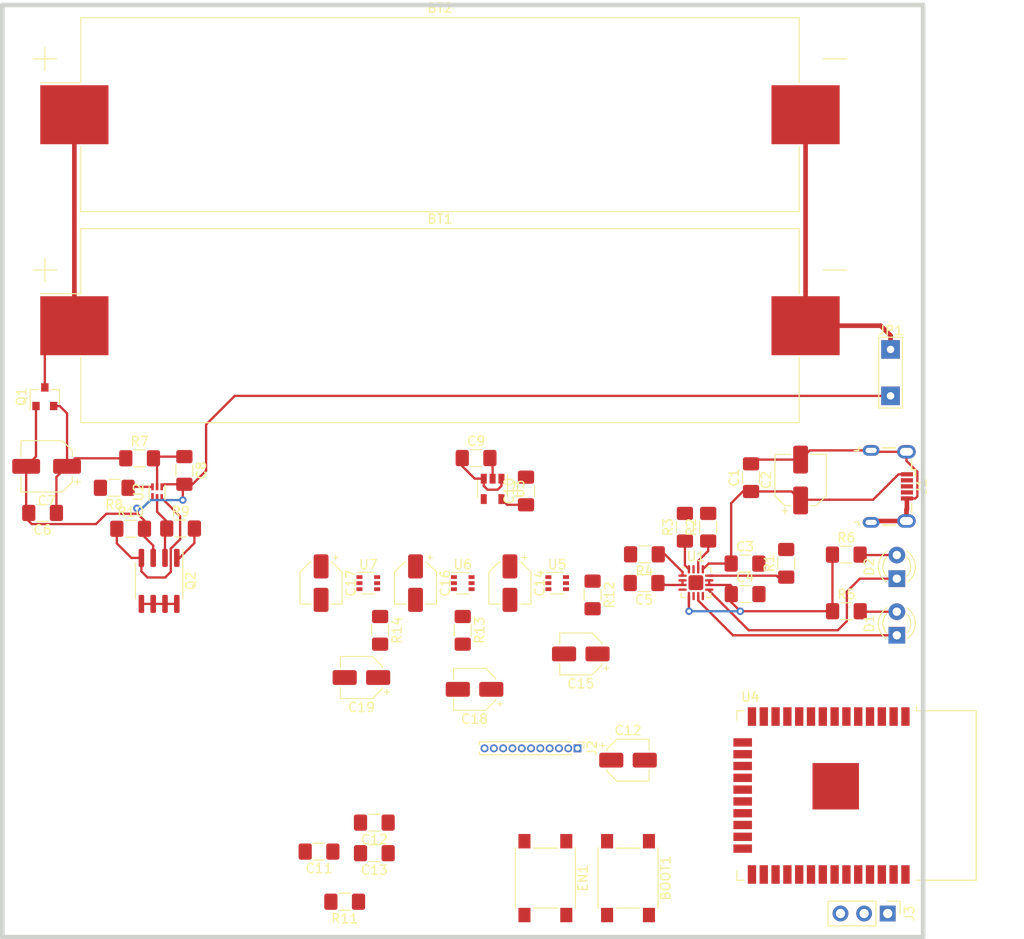
<source format=kicad_pcb>
(kicad_pcb (version 20171130) (host pcbnew "(5.1.4)-1")

  (general
    (thickness 1.6)
    (drawings 4)
    (tracks 163)
    (zones 0)
    (modules 53)
    (nets 71)
  )

  (page A4)
  (layers
    (0 F.Cu signal)
    (31 B.Cu signal)
    (32 B.Adhes user)
    (33 F.Adhes user)
    (34 B.Paste user)
    (35 F.Paste user)
    (36 B.SilkS user)
    (37 F.SilkS user)
    (38 B.Mask user)
    (39 F.Mask user)
    (40 Dwgs.User user)
    (41 Cmts.User user)
    (42 Eco1.User user)
    (43 Eco2.User user)
    (44 Edge.Cuts user)
    (45 Margin user)
    (46 B.CrtYd user)
    (47 F.CrtYd user)
    (48 B.Fab user)
    (49 F.Fab user)
  )

  (setup
    (last_trace_width 0.25)
    (user_trace_width 0.5)
    (trace_clearance 0.2)
    (zone_clearance 0.508)
    (zone_45_only no)
    (trace_min 0)
    (via_size 0.8)
    (via_drill 0.4)
    (via_min_size 0.4)
    (via_min_drill 0.3)
    (uvia_size 0.3)
    (uvia_drill 0.1)
    (uvias_allowed no)
    (uvia_min_size 0.2)
    (uvia_min_drill 0.1)
    (edge_width 0.05)
    (segment_width 0.2)
    (pcb_text_width 0.3)
    (pcb_text_size 1.5 1.5)
    (mod_edge_width 0.12)
    (mod_text_size 1 1)
    (mod_text_width 0.15)
    (pad_size 1.524 1.524)
    (pad_drill 0.762)
    (pad_to_mask_clearance 0.051)
    (solder_mask_min_width 0.25)
    (aux_axis_origin 0 0)
    (visible_elements 7FFDFFFF)
    (pcbplotparams
      (layerselection 0x010fc_ffffffff)
      (usegerberextensions false)
      (usegerberattributes false)
      (usegerberadvancedattributes false)
      (creategerberjobfile false)
      (excludeedgelayer true)
      (linewidth 0.100000)
      (plotframeref false)
      (viasonmask false)
      (mode 1)
      (useauxorigin false)
      (hpglpennumber 1)
      (hpglpenspeed 20)
      (hpglpendiameter 15.000000)
      (psnegative false)
      (psa4output false)
      (plotreference true)
      (plotvalue true)
      (plotinvisibletext false)
      (padsonsilk false)
      (subtractmaskfromsilk false)
      (outputformat 1)
      (mirror false)
      (drillshape 1)
      (scaleselection 1)
      (outputdirectory ""))
  )

  (net 0 "")
  (net 1 "Net-(R1-Pad1)")
  (net 2 "Net-(U2-Pad1)")
  (net 3 +BATT)
  (net 4 GND)
  (net 5 "Net-(R2-Pad1)")
  (net 6 "Net-(D1-Pad2)")
  (net 7 "Net-(D2-Pad2)")
  (net 8 Vin)
  (net 9 "Net-(D2-Pad1)")
  (net 10 "Net-(D1-Pad1)")
  (net 11 +3V3)
  (net 12 "Net-(U3-Pad4)")
  (net 13 "Net-(U4-Pad4)")
  (net 14 "Net-(J1-Pad4)")
  (net 15 "Net-(J1-Pad3)")
  (net 16 "Net-(J1-Pad2)")
  (net 17 SDA)
  (net 18 SCL)
  (net 19 Int_AMG8833)
  (net 20 Int_CCSB11)
  (net 21 nWake)
  (net 22 Detector_out)
  (net 23 "Net-(J3-Pad2)")
  (net 24 "Net-(J3-Pad1)")
  (net 25 "Net-(U5-Pad4)")
  (net 26 "Net-(BOOT1-Pad1)")
  (net 27 VDD1)
  (net 28 VDD2)
  (net 29 "Net-(C8-Pad1)")
  (net 30 "Net-(C11-Pad1)")
  (net 31 "Net-(Q2-Pad5)")
  (net 32 "Net-(Q2-Pad4)")
  (net 33 "Net-(Q2-Pad2)")
  (net 34 "Net-(R3-Pad1)")
  (net 35 "Net-(R4-Pad1)")
  (net 36 "Net-(R8-Pad1)")
  (net 37 "Net-(R12-Pad2)")
  (net 38 "Net-(U4-Pad37)")
  (net 39 "Net-(U4-Pad32)")
  (net 40 "Net-(U4-Pad31)")
  (net 41 "Net-(U4-Pad30)")
  (net 42 "Net-(U4-Pad26)")
  (net 43 "Net-(U4-Pad24)")
  (net 44 "Net-(U4-Pad22)")
  (net 45 "Net-(U4-Pad21)")
  (net 46 "Net-(U4-Pad20)")
  (net 47 "Net-(U4-Pad19)")
  (net 48 "Net-(U4-Pad18)")
  (net 49 "Net-(U4-Pad17)")
  (net 50 "Net-(U4-Pad16)")
  (net 51 "Net-(U4-Pad14)")
  (net 52 "Net-(U4-Pad13)")
  (net 53 "Net-(U4-Pad10)")
  (net 54 "Net-(U4-Pad7)")
  (net 55 "Net-(U4-Pad5)")
  (net 56 "Net-(BT1-Pad2)")
  (net 57 "Net-(R13-Pad2)")
  (net 58 "Net-(R14-Pad2)")
  (net 59 PowerS3)
  (net 60 PowerS2)
  (net 61 PowerS1)
  (net 62 "Net-(U6-Pad4)")
  (net 63 "Net-(U7-Pad4)")
  (net 64 "Net-(C3-Pad2)")
  (net 65 -BATT)
  (net 66 PowerOutS1)
  (net 67 PowerOutS2)
  (net 68 PowerOutS3)
  (net 69 "Net-(U4-Pad23)")
  (net 70 "Net-(U4-Pad6)")

  (net_class Default "This is the default net class."
    (clearance 0.2)
    (trace_width 0.25)
    (via_dia 0.8)
    (via_drill 0.4)
    (uvia_dia 0.3)
    (uvia_drill 0.1)
    (add_net +3V3)
    (add_net +BATT)
    (add_net -BATT)
    (add_net Detector_out)
    (add_net GND)
    (add_net Int_AMG8833)
    (add_net Int_CCSB11)
    (add_net "Net-(BOOT1-Pad1)")
    (add_net "Net-(BT1-Pad2)")
    (add_net "Net-(C11-Pad1)")
    (add_net "Net-(C3-Pad2)")
    (add_net "Net-(C8-Pad1)")
    (add_net "Net-(D1-Pad1)")
    (add_net "Net-(D1-Pad2)")
    (add_net "Net-(D2-Pad1)")
    (add_net "Net-(D2-Pad2)")
    (add_net "Net-(J1-Pad2)")
    (add_net "Net-(J1-Pad3)")
    (add_net "Net-(J1-Pad4)")
    (add_net "Net-(J3-Pad1)")
    (add_net "Net-(J3-Pad2)")
    (add_net "Net-(Q2-Pad2)")
    (add_net "Net-(Q2-Pad4)")
    (add_net "Net-(Q2-Pad5)")
    (add_net "Net-(R1-Pad1)")
    (add_net "Net-(R12-Pad2)")
    (add_net "Net-(R13-Pad2)")
    (add_net "Net-(R14-Pad2)")
    (add_net "Net-(R2-Pad1)")
    (add_net "Net-(R3-Pad1)")
    (add_net "Net-(R4-Pad1)")
    (add_net "Net-(R8-Pad1)")
    (add_net "Net-(U2-Pad1)")
    (add_net "Net-(U3-Pad4)")
    (add_net "Net-(U4-Pad10)")
    (add_net "Net-(U4-Pad13)")
    (add_net "Net-(U4-Pad14)")
    (add_net "Net-(U4-Pad16)")
    (add_net "Net-(U4-Pad17)")
    (add_net "Net-(U4-Pad18)")
    (add_net "Net-(U4-Pad19)")
    (add_net "Net-(U4-Pad20)")
    (add_net "Net-(U4-Pad21)")
    (add_net "Net-(U4-Pad22)")
    (add_net "Net-(U4-Pad23)")
    (add_net "Net-(U4-Pad24)")
    (add_net "Net-(U4-Pad26)")
    (add_net "Net-(U4-Pad30)")
    (add_net "Net-(U4-Pad31)")
    (add_net "Net-(U4-Pad32)")
    (add_net "Net-(U4-Pad37)")
    (add_net "Net-(U4-Pad4)")
    (add_net "Net-(U4-Pad5)")
    (add_net "Net-(U4-Pad6)")
    (add_net "Net-(U4-Pad7)")
    (add_net "Net-(U5-Pad4)")
    (add_net "Net-(U6-Pad4)")
    (add_net "Net-(U7-Pad4)")
    (add_net PowerOutS1)
    (add_net PowerOutS2)
    (add_net PowerOutS3)
    (add_net PowerS1)
    (add_net PowerS2)
    (add_net PowerS3)
    (add_net SCL)
    (add_net SDA)
    (add_net VDD1)
    (add_net VDD2)
    (add_net Vin)
    (add_net nWake)
  )

  (module Connector_PinHeader_1.00mm:PinHeader_1x11_P1.00mm_Vertical (layer F.Cu) (tedit 59FED738) (tstamp 5E66A961)
    (at 112.68 115.57 270)
    (descr "Through hole straight pin header, 1x11, 1.00mm pitch, single row")
    (tags "Through hole pin header THT 1x11 1.00mm single row")
    (path /5E6059B5/5E68963A)
    (fp_text reference J2 (at 0 -1.56 90) (layer F.SilkS)
      (effects (font (size 1 1) (thickness 0.15)))
    )
    (fp_text value Conn_01x11_Male (at 0 11.56 90) (layer F.Fab)
      (effects (font (size 1 1) (thickness 0.15)))
    )
    (fp_text user %R (at 0 5) (layer F.Fab)
      (effects (font (size 0.76 0.76) (thickness 0.114)))
    )
    (fp_line (start 1.15 -1) (end -1.15 -1) (layer F.CrtYd) (width 0.05))
    (fp_line (start 1.15 11) (end 1.15 -1) (layer F.CrtYd) (width 0.05))
    (fp_line (start -1.15 11) (end 1.15 11) (layer F.CrtYd) (width 0.05))
    (fp_line (start -1.15 -1) (end -1.15 11) (layer F.CrtYd) (width 0.05))
    (fp_line (start -0.695 -0.685) (end 0 -0.685) (layer F.SilkS) (width 0.12))
    (fp_line (start -0.695 0) (end -0.695 -0.685) (layer F.SilkS) (width 0.12))
    (fp_line (start 0.608276 0.685) (end 0.695 0.685) (layer F.SilkS) (width 0.12))
    (fp_line (start -0.695 0.685) (end -0.608276 0.685) (layer F.SilkS) (width 0.12))
    (fp_line (start 0.695 0.685) (end 0.695 10.56) (layer F.SilkS) (width 0.12))
    (fp_line (start -0.695 0.685) (end -0.695 10.56) (layer F.SilkS) (width 0.12))
    (fp_line (start 0.394493 10.56) (end 0.695 10.56) (layer F.SilkS) (width 0.12))
    (fp_line (start -0.695 10.56) (end -0.394493 10.56) (layer F.SilkS) (width 0.12))
    (fp_line (start -0.635 -0.1825) (end -0.3175 -0.5) (layer F.Fab) (width 0.1))
    (fp_line (start -0.635 10.5) (end -0.635 -0.1825) (layer F.Fab) (width 0.1))
    (fp_line (start 0.635 10.5) (end -0.635 10.5) (layer F.Fab) (width 0.1))
    (fp_line (start 0.635 -0.5) (end 0.635 10.5) (layer F.Fab) (width 0.1))
    (fp_line (start -0.3175 -0.5) (end 0.635 -0.5) (layer F.Fab) (width 0.1))
    (pad 11 thru_hole oval (at 0 10 270) (size 0.85 0.85) (drill 0.5) (layers *.Cu *.Mask)
      (net 68 PowerOutS3))
    (pad 10 thru_hole oval (at 0 9 270) (size 0.85 0.85) (drill 0.5) (layers *.Cu *.Mask)
      (net 67 PowerOutS2))
    (pad 9 thru_hole oval (at 0 8 270) (size 0.85 0.85) (drill 0.5) (layers *.Cu *.Mask)
      (net 66 PowerOutS1))
    (pad 8 thru_hole oval (at 0 7 270) (size 0.85 0.85) (drill 0.5) (layers *.Cu *.Mask)
      (net 22 Detector_out))
    (pad 7 thru_hole oval (at 0 6 270) (size 0.85 0.85) (drill 0.5) (layers *.Cu *.Mask)
      (net 21 nWake))
    (pad 6 thru_hole oval (at 0 5 270) (size 0.85 0.85) (drill 0.5) (layers *.Cu *.Mask)
      (net 20 Int_CCSB11))
    (pad 5 thru_hole oval (at 0 4 270) (size 0.85 0.85) (drill 0.5) (layers *.Cu *.Mask)
      (net 4 GND))
    (pad 4 thru_hole oval (at 0 3 270) (size 0.85 0.85) (drill 0.5) (layers *.Cu *.Mask)
      (net 19 Int_AMG8833))
    (pad 3 thru_hole oval (at 0 2 270) (size 0.85 0.85) (drill 0.5) (layers *.Cu *.Mask)
      (net 18 SCL))
    (pad 2 thru_hole oval (at 0 1 270) (size 0.85 0.85) (drill 0.5) (layers *.Cu *.Mask)
      (net 17 SDA))
    (pad 1 thru_hole rect (at 0 0 270) (size 0.85 0.85) (drill 0.5) (layers *.Cu *.Mask)
      (net 11 +3V3))
    (model ${KISYS3DMOD}/Connector_PinHeader_1.00mm.3dshapes/PinHeader_1x11_P1.00mm_Vertical.wrl
      (at (xyz 0 0 0))
      (scale (xyz 1 1 1))
      (rotate (xyz 0 0 0))
    )
  )

  (module Battery:BatteryHolder_Keystone_1042_1x18650 (layer F.Cu) (tedit 5A033499) (tstamp 5E631CDC)
    (at 97.881 70.0815)
    (descr "Battery holder for 18650 cylindrical cells http://www.keyelco.com/product.cfm/product_id/918")
    (tags "18650 Keystone 1042 Li-ion")
    (path /5E5CF445)
    (attr smd)
    (fp_text reference BT1 (at 0 -11.5) (layer F.SilkS)
      (effects (font (size 1 1) (thickness 0.15)))
    )
    (fp_text value Li-ion (at 0 11.3) (layer F.Fab)
      (effects (font (size 1 1) (thickness 0.15)))
    )
    (fp_line (start -42.5 -4.75) (end -42.5 -7.25) (layer F.SilkS) (width 0.12))
    (fp_line (start -43.75 -6) (end -41.25 -6) (layer F.SilkS) (width 0.12))
    (fp_line (start -39.03 3.68) (end -43.5 3.68) (layer F.CrtYd) (width 0.05))
    (fp_line (start -43.5 3.68) (end -43.5 -3.68) (layer F.CrtYd) (width 0.05))
    (fp_line (start -43.5 -3.68) (end -39.03 -3.68) (layer F.CrtYd) (width 0.05))
    (fp_line (start 43.5 -3.68) (end 39.03 -3.68) (layer F.CrtYd) (width 0.05))
    (fp_line (start 39.03 3.68) (end 43.5 3.68) (layer F.CrtYd) (width 0.05))
    (fp_line (start -39.03 -10.83) (end -39.03 -3.68) (layer F.CrtYd) (width 0.05))
    (fp_line (start -39.03 10.83) (end -39.03 3.68) (layer F.CrtYd) (width 0.05))
    (fp_line (start 39.03 -10.83) (end 39.03 -3.68) (layer F.CrtYd) (width 0.05))
    (fp_line (start -39.03 -10.83) (end 39.03 -10.83) (layer F.CrtYd) (width 0.05))
    (fp_line (start -39.03 10.83) (end 39.03 10.83) (layer F.CrtYd) (width 0.05))
    (fp_line (start 38.53 -10.33) (end 38.53 10.33) (layer F.Fab) (width 0.1))
    (fp_line (start -33.3675 -10.33) (end 38.53 -10.33) (layer F.Fab) (width 0.1))
    (fp_line (start 43.75 -6) (end 41.25 -6) (layer F.SilkS) (width 0.12))
    (fp_line (start -38.53 -5.1675) (end -38.53 10.33) (layer F.Fab) (width 0.1))
    (fp_line (start -38.53 10.33) (end 38.53 10.33) (layer F.Fab) (width 0.1))
    (fp_line (start 38.64 -3.44) (end 38.64 -10.42) (layer F.SilkS) (width 0.12))
    (fp_line (start 38.64 -10.44) (end -38.64 -10.44) (layer F.SilkS) (width 0.12))
    (fp_line (start -38.64 -10.44) (end -38.64 -3.44) (layer F.SilkS) (width 0.12))
    (fp_line (start 38.64 3.44) (end 38.64 10.44) (layer F.SilkS) (width 0.12))
    (fp_line (start 38.64 10.44) (end -38.64 10.44) (layer F.SilkS) (width 0.12))
    (fp_line (start -38.64 10.44) (end -38.64 3.44) (layer F.SilkS) (width 0.12))
    (fp_text user %R (at 0 0) (layer F.Fab)
      (effects (font (size 1 1) (thickness 0.15)))
    )
    (fp_line (start 39.03 10.83) (end 39.03 3.68) (layer F.CrtYd) (width 0.05))
    (fp_line (start 43.5 3.68) (end 43.5 -3.68) (layer F.CrtYd) (width 0.05))
    (fp_line (start -38.64 -3.44) (end -43 -3.44) (layer F.SilkS) (width 0.12))
    (fp_line (start -33.3675 -10.33) (end -38.53 -5.1675) (layer F.Fab) (width 0.1))
    (pad "" np_thru_hole circle (at -35.93 -8) (size 2.39 2.39) (drill 2.39) (layers *.Cu *.Mask))
    (pad "" np_thru_hole circle (at -27.6 8) (size 3.45 3.45) (drill 3.45) (layers *.Cu *.Mask))
    (pad "" np_thru_hole circle (at 27.6 -8) (size 3.45 3.45) (drill 3.45) (layers *.Cu *.Mask))
    (pad 2 smd rect (at 39.33 0) (size 7.34 6.35) (layers F.Cu F.Paste F.Mask)
      (net 56 "Net-(BT1-Pad2)"))
    (pad 1 smd rect (at -39.33 0) (size 7.34 6.35) (layers F.Cu F.Paste F.Mask)
      (net 3 +BATT))
    (model ${KISYS3DMOD}/Battery.3dshapes/BatteryHolder_Keystone_1042_1x18650.wrl
      (at (xyz 0 0 0))
      (scale (xyz 1 1 1))
      (rotate (xyz 0 0 0))
    )
  )

  (module Connector_USB:USB_Micro-B_Wuerth_629105150521 (layer F.Cu) (tedit 5A142044) (tstamp 5E631E6F)
    (at 146.2151 87.376 270)
    (descr "USB Micro-B receptacle, http://www.mouser.com/ds/2/445/629105150521-469306.pdf")
    (tags "usb micro receptacle")
    (path /5E6EC061)
    (attr smd)
    (fp_text reference J1 (at 0 -3.5 90) (layer F.SilkS)
      (effects (font (size 1 1) (thickness 0.15)))
    )
    (fp_text value USB_B_Micro (at 0 5.6 90) (layer F.Fab)
      (effects (font (size 1 1) (thickness 0.15)))
    )
    (fp_text user "PCB Edge" (at 0 3.75 90) (layer Dwgs.User)
      (effects (font (size 0.5 0.5) (thickness 0.08)))
    )
    (fp_text user %R (at 0 1.05 90) (layer F.Fab)
      (effects (font (size 1 1) (thickness 0.15)))
    )
    (fp_line (start 4.95 -3.34) (end -4.94 -3.34) (layer F.CrtYd) (width 0.05))
    (fp_line (start 4.95 4.85) (end 4.95 -3.34) (layer F.CrtYd) (width 0.05))
    (fp_line (start -4.94 4.85) (end 4.95 4.85) (layer F.CrtYd) (width 0.05))
    (fp_line (start -4.94 -3.34) (end -4.94 4.85) (layer F.CrtYd) (width 0.05))
    (fp_line (start 1.8 -2.4) (end 2.8 -2.4) (layer F.SilkS) (width 0.15))
    (fp_line (start -1.8 -2.4) (end -2.8 -2.4) (layer F.SilkS) (width 0.15))
    (fp_line (start -1.8 -2.825) (end -1.8 -2.4) (layer F.SilkS) (width 0.15))
    (fp_line (start -1.075 -2.825) (end -1.8 -2.825) (layer F.SilkS) (width 0.15))
    (fp_line (start 4.15 0.75) (end 4.15 -0.65) (layer F.SilkS) (width 0.15))
    (fp_line (start 4.15 3.3) (end 4.15 3.15) (layer F.SilkS) (width 0.15))
    (fp_line (start 3.85 3.3) (end 4.15 3.3) (layer F.SilkS) (width 0.15))
    (fp_line (start 3.85 3.75) (end 3.85 3.3) (layer F.SilkS) (width 0.15))
    (fp_line (start -3.85 3.3) (end -3.85 3.75) (layer F.SilkS) (width 0.15))
    (fp_line (start -4.15 3.3) (end -3.85 3.3) (layer F.SilkS) (width 0.15))
    (fp_line (start -4.15 3.15) (end -4.15 3.3) (layer F.SilkS) (width 0.15))
    (fp_line (start -4.15 -0.65) (end -4.15 0.75) (layer F.SilkS) (width 0.15))
    (fp_line (start -1.075 -2.95) (end -1.075 -2.725) (layer F.Fab) (width 0.15))
    (fp_line (start -1.525 -2.95) (end -1.075 -2.95) (layer F.Fab) (width 0.15))
    (fp_line (start -1.525 -2.725) (end -1.525 -2.95) (layer F.Fab) (width 0.15))
    (fp_line (start -1.3 -2.55) (end -1.525 -2.725) (layer F.Fab) (width 0.15))
    (fp_line (start -1.075 -2.725) (end -1.3 -2.55) (layer F.Fab) (width 0.15))
    (fp_line (start -2.7 3.75) (end 2.7 3.75) (layer F.Fab) (width 0.15))
    (fp_line (start 4 -2.25) (end -4 -2.25) (layer F.Fab) (width 0.15))
    (fp_line (start 4 3.15) (end 4 -2.25) (layer F.Fab) (width 0.15))
    (fp_line (start 3.7 3.15) (end 4 3.15) (layer F.Fab) (width 0.15))
    (fp_line (start 3.7 4.35) (end 3.7 3.15) (layer F.Fab) (width 0.15))
    (fp_line (start -3.7 4.35) (end 3.7 4.35) (layer F.Fab) (width 0.15))
    (fp_line (start -3.7 3.15) (end -3.7 4.35) (layer F.Fab) (width 0.15))
    (fp_line (start -4 3.15) (end -3.7 3.15) (layer F.Fab) (width 0.15))
    (fp_line (start -4 -2.25) (end -4 3.15) (layer F.Fab) (width 0.15))
    (pad "" np_thru_hole oval (at 2.5 -0.8 270) (size 0.8 0.8) (drill 0.8) (layers *.Cu *.Mask))
    (pad "" np_thru_hole oval (at -2.5 -0.8 270) (size 0.8 0.8) (drill 0.8) (layers *.Cu *.Mask))
    (pad 6 thru_hole oval (at 3.875 1.95 270) (size 1.15 1.8) (drill oval 0.55 1.2) (layers *.Cu *.Mask)
      (net 4 GND))
    (pad 6 thru_hole oval (at -3.875 1.95 270) (size 1.15 1.8) (drill oval 0.55 1.2) (layers *.Cu *.Mask)
      (net 4 GND))
    (pad 6 thru_hole oval (at 3.725 -1.85 270) (size 1.45 2) (drill oval 0.85 1.4) (layers *.Cu *.Mask)
      (net 4 GND))
    (pad 6 thru_hole oval (at -3.725 -1.85 270) (size 1.45 2) (drill oval 0.85 1.4) (layers *.Cu *.Mask)
      (net 4 GND))
    (pad 5 smd rect (at 1.3 -1.9 270) (size 0.45 1.3) (layers F.Cu F.Paste F.Mask)
      (net 4 GND))
    (pad 4 smd rect (at 0.65 -1.9 270) (size 0.45 1.3) (layers F.Cu F.Paste F.Mask)
      (net 14 "Net-(J1-Pad4)"))
    (pad 3 smd rect (at 0 -1.9 270) (size 0.45 1.3) (layers F.Cu F.Paste F.Mask)
      (net 15 "Net-(J1-Pad3)"))
    (pad 2 smd rect (at -0.65 -1.9 270) (size 0.45 1.3) (layers F.Cu F.Paste F.Mask)
      (net 16 "Net-(J1-Pad2)"))
    (pad 1 smd rect (at -1.3 -1.9 270) (size 0.45 1.3) (layers F.Cu F.Paste F.Mask)
      (net 8 Vin))
    (model ${KISYS3DMOD}/Connector_USB.3dshapes/USB_Micro-B_Wuerth_629105150521.wrl
      (at (xyz 0 0 0))
      (scale (xyz 1 1 1))
      (rotate (xyz 0 0 0))
    )
  )

  (module Package_DFN_QFN:VQFN-16-1EP_3x3mm_P0.5mm_EP1.6x1.6mm (layer F.Cu) (tedit 5CF60782) (tstamp 5E62E680)
    (at 125.4125 97.7392)
    (descr "VQFN, 16 Pin (http://www.ti.com/lit/ds/symlink/cdclvp1102.pdf#page=28), generated with kicad-footprint-generator ipc_noLead_generator.py")
    (tags "VQFN NoLead")
    (path /5E5A7039)
    (attr smd)
    (fp_text reference U1 (at 0 -2.82) (layer F.SilkS)
      (effects (font (size 1 1) (thickness 0.15)))
    )
    (fp_text value BQ24075 (at 0 2.82) (layer F.Fab)
      (effects (font (size 1 1) (thickness 0.15)))
    )
    (fp_text user %R (at 0 0) (layer F.Fab)
      (effects (font (size 0.75 0.75) (thickness 0.11)))
    )
    (fp_line (start 2.12 -2.12) (end -2.12 -2.12) (layer F.CrtYd) (width 0.05))
    (fp_line (start 2.12 2.12) (end 2.12 -2.12) (layer F.CrtYd) (width 0.05))
    (fp_line (start -2.12 2.12) (end 2.12 2.12) (layer F.CrtYd) (width 0.05))
    (fp_line (start -2.12 -2.12) (end -2.12 2.12) (layer F.CrtYd) (width 0.05))
    (fp_line (start -1.5 -0.75) (end -0.75 -1.5) (layer F.Fab) (width 0.1))
    (fp_line (start -1.5 1.5) (end -1.5 -0.75) (layer F.Fab) (width 0.1))
    (fp_line (start 1.5 1.5) (end -1.5 1.5) (layer F.Fab) (width 0.1))
    (fp_line (start 1.5 -1.5) (end 1.5 1.5) (layer F.Fab) (width 0.1))
    (fp_line (start -0.75 -1.5) (end 1.5 -1.5) (layer F.Fab) (width 0.1))
    (fp_line (start -1.135 -1.61) (end -1.61 -1.61) (layer F.SilkS) (width 0.12))
    (fp_line (start 1.61 1.61) (end 1.61 1.135) (layer F.SilkS) (width 0.12))
    (fp_line (start 1.135 1.61) (end 1.61 1.61) (layer F.SilkS) (width 0.12))
    (fp_line (start -1.61 1.61) (end -1.61 1.135) (layer F.SilkS) (width 0.12))
    (fp_line (start -1.135 1.61) (end -1.61 1.61) (layer F.SilkS) (width 0.12))
    (fp_line (start 1.61 -1.61) (end 1.61 -1.135) (layer F.SilkS) (width 0.12))
    (fp_line (start 1.135 -1.61) (end 1.61 -1.61) (layer F.SilkS) (width 0.12))
    (pad 16 smd roundrect (at -0.75 -1.4375) (size 0.25 0.875) (layers F.Cu F.Paste F.Mask) (roundrect_rratio 0.25)
      (net 34 "Net-(R3-Pad1)"))
    (pad 15 smd roundrect (at -0.25 -1.4375) (size 0.25 0.875) (layers F.Cu F.Paste F.Mask) (roundrect_rratio 0.25)
      (net 4 GND))
    (pad 14 smd roundrect (at 0.25 -1.4375) (size 0.25 0.875) (layers F.Cu F.Paste F.Mask) (roundrect_rratio 0.25)
      (net 5 "Net-(R2-Pad1)"))
    (pad 13 smd roundrect (at 0.75 -1.4375) (size 0.25 0.875) (layers F.Cu F.Paste F.Mask) (roundrect_rratio 0.25)
      (net 8 Vin))
    (pad 12 smd roundrect (at 1.4375 -0.75) (size 0.875 0.25) (layers F.Cu F.Paste F.Mask) (roundrect_rratio 0.25)
      (net 1 "Net-(R1-Pad1)"))
    (pad 11 smd roundrect (at 1.4375 -0.25) (size 0.875 0.25) (layers F.Cu F.Paste F.Mask) (roundrect_rratio 0.25)
      (net 28 VDD2))
    (pad 10 smd roundrect (at 1.4375 0.25) (size 0.875 0.25) (layers F.Cu F.Paste F.Mask) (roundrect_rratio 0.25)
      (net 28 VDD2))
    (pad 9 smd roundrect (at 1.4375 0.75) (size 0.875 0.25) (layers F.Cu F.Paste F.Mask) (roundrect_rratio 0.25)
      (net 9 "Net-(D2-Pad1)"))
    (pad 8 smd roundrect (at 0.75 1.4375) (size 0.25 0.875) (layers F.Cu F.Paste F.Mask) (roundrect_rratio 0.25)
      (net 4 GND))
    (pad 7 smd roundrect (at 0.25 1.4375) (size 0.25 0.875) (layers F.Cu F.Paste F.Mask) (roundrect_rratio 0.25)
      (net 10 "Net-(D1-Pad1)"))
    (pad 6 smd roundrect (at -0.25 1.4375) (size 0.25 0.875) (layers F.Cu F.Paste F.Mask) (roundrect_rratio 0.25)
      (net 4 GND))
    (pad 5 smd roundrect (at -0.75 1.4375) (size 0.25 0.875) (layers F.Cu F.Paste F.Mask) (roundrect_rratio 0.25)
      (net 28 VDD2))
    (pad 4 smd roundrect (at -1.4375 0.75) (size 0.875 0.25) (layers F.Cu F.Paste F.Mask) (roundrect_rratio 0.25)
      (net 4 GND))
    (pad 3 smd roundrect (at -1.4375 0.25) (size 0.875 0.25) (layers F.Cu F.Paste F.Mask) (roundrect_rratio 0.25)
      (net 27 VDD1))
    (pad 2 smd roundrect (at -1.4375 -0.25) (size 0.875 0.25) (layers F.Cu F.Paste F.Mask) (roundrect_rratio 0.25)
      (net 27 VDD1))
    (pad 1 smd roundrect (at -1.4375 -0.75) (size 0.875 0.25) (layers F.Cu F.Paste F.Mask) (roundrect_rratio 0.25)
      (net 35 "Net-(R4-Pad1)"))
    (pad "" smd roundrect (at 0.4 0.4) (size 0.64 0.64) (layers F.Paste) (roundrect_rratio 0.25))
    (pad "" smd roundrect (at 0.4 -0.4) (size 0.64 0.64) (layers F.Paste) (roundrect_rratio 0.25))
    (pad "" smd roundrect (at -0.4 0.4) (size 0.64 0.64) (layers F.Paste) (roundrect_rratio 0.25))
    (pad "" smd roundrect (at -0.4 -0.4) (size 0.64 0.64) (layers F.Paste) (roundrect_rratio 0.25))
    (pad 17 smd roundrect (at 0 0) (size 1.6 1.6) (layers F.Cu F.Mask) (roundrect_rratio 0.15625)
      (net 4 GND))
    (model ${KISYS3DMOD}/Package_DFN_QFN.3dshapes/VQFN-16-1EP_3x3mm_P0.5mm_EP1.6x1.6mm.wrl
      (at (xyz 0 0 0))
      (scale (xyz 1 1 1))
      (rotate (xyz 0 0 0))
    )
  )

  (module Package_TO_SOT_SMD:SOT-363_SC-70-6 (layer F.Cu) (tedit 5A02FF57) (tstamp 5E62C152)
    (at 90.17 97.79)
    (descr "SOT-363, SC-70-6")
    (tags "SOT-363 SC-70-6")
    (path /5E6059B5/5E6D9A8C)
    (attr smd)
    (fp_text reference U7 (at 0 -2) (layer F.SilkS)
      (effects (font (size 1 1) (thickness 0.15)))
    )
    (fp_text value TPS22919 (at 0 2 180) (layer F.Fab)
      (effects (font (size 1 1) (thickness 0.15)))
    )
    (fp_line (start -0.175 -1.1) (end -0.675 -0.6) (layer F.Fab) (width 0.1))
    (fp_line (start 0.675 1.1) (end -0.675 1.1) (layer F.Fab) (width 0.1))
    (fp_line (start 0.675 -1.1) (end 0.675 1.1) (layer F.Fab) (width 0.1))
    (fp_line (start -1.6 1.4) (end 1.6 1.4) (layer F.CrtYd) (width 0.05))
    (fp_line (start -0.675 -0.6) (end -0.675 1.1) (layer F.Fab) (width 0.1))
    (fp_line (start 0.675 -1.1) (end -0.175 -1.1) (layer F.Fab) (width 0.1))
    (fp_line (start -1.6 -1.4) (end 1.6 -1.4) (layer F.CrtYd) (width 0.05))
    (fp_line (start -1.6 -1.4) (end -1.6 1.4) (layer F.CrtYd) (width 0.05))
    (fp_line (start 1.6 1.4) (end 1.6 -1.4) (layer F.CrtYd) (width 0.05))
    (fp_line (start -0.7 1.16) (end 0.7 1.16) (layer F.SilkS) (width 0.12))
    (fp_line (start 0.7 -1.16) (end -1.2 -1.16) (layer F.SilkS) (width 0.12))
    (fp_text user %R (at 0 0 270) (layer F.Fab)
      (effects (font (size 0.5 0.5) (thickness 0.075)))
    )
    (pad 6 smd rect (at 0.95 -0.65) (size 0.65 0.4) (layers F.Cu F.Paste F.Mask)
      (net 68 PowerOutS3))
    (pad 4 smd rect (at 0.95 0.65) (size 0.65 0.4) (layers F.Cu F.Paste F.Mask)
      (net 63 "Net-(U7-Pad4)"))
    (pad 2 smd rect (at -0.95 0) (size 0.65 0.4) (layers F.Cu F.Paste F.Mask)
      (net 4 GND))
    (pad 5 smd rect (at 0.95 0) (size 0.65 0.4) (layers F.Cu F.Paste F.Mask)
      (net 58 "Net-(R14-Pad2)"))
    (pad 3 smd rect (at -0.95 0.65) (size 0.65 0.4) (layers F.Cu F.Paste F.Mask)
      (net 59 PowerS3))
    (pad 1 smd rect (at -0.95 -0.65) (size 0.65 0.4) (layers F.Cu F.Paste F.Mask)
      (net 11 +3V3))
    (model ${KISYS3DMOD}/Package_TO_SOT_SMD.3dshapes/SOT-363_SC-70-6.wrl
      (at (xyz 0 0 0))
      (scale (xyz 1 1 1))
      (rotate (xyz 0 0 0))
    )
  )

  (module Package_TO_SOT_SMD:SOT-363_SC-70-6 (layer F.Cu) (tedit 5A02FF57) (tstamp 5E62C13C)
    (at 100.33 97.79)
    (descr "SOT-363, SC-70-6")
    (tags "SOT-363 SC-70-6")
    (path /5E6059B5/5E6D75BA)
    (attr smd)
    (fp_text reference U6 (at 0 -2) (layer F.SilkS)
      (effects (font (size 1 1) (thickness 0.15)))
    )
    (fp_text value TPS22919 (at 0 2 180) (layer F.Fab)
      (effects (font (size 1 1) (thickness 0.15)))
    )
    (fp_line (start -0.175 -1.1) (end -0.675 -0.6) (layer F.Fab) (width 0.1))
    (fp_line (start 0.675 1.1) (end -0.675 1.1) (layer F.Fab) (width 0.1))
    (fp_line (start 0.675 -1.1) (end 0.675 1.1) (layer F.Fab) (width 0.1))
    (fp_line (start -1.6 1.4) (end 1.6 1.4) (layer F.CrtYd) (width 0.05))
    (fp_line (start -0.675 -0.6) (end -0.675 1.1) (layer F.Fab) (width 0.1))
    (fp_line (start 0.675 -1.1) (end -0.175 -1.1) (layer F.Fab) (width 0.1))
    (fp_line (start -1.6 -1.4) (end 1.6 -1.4) (layer F.CrtYd) (width 0.05))
    (fp_line (start -1.6 -1.4) (end -1.6 1.4) (layer F.CrtYd) (width 0.05))
    (fp_line (start 1.6 1.4) (end 1.6 -1.4) (layer F.CrtYd) (width 0.05))
    (fp_line (start -0.7 1.16) (end 0.7 1.16) (layer F.SilkS) (width 0.12))
    (fp_line (start 0.7 -1.16) (end -1.2 -1.16) (layer F.SilkS) (width 0.12))
    (fp_text user %R (at 0 0 90) (layer F.Fab)
      (effects (font (size 0.5 0.5) (thickness 0.075)))
    )
    (pad 6 smd rect (at 0.95 -0.65) (size 0.65 0.4) (layers F.Cu F.Paste F.Mask)
      (net 67 PowerOutS2))
    (pad 4 smd rect (at 0.95 0.65) (size 0.65 0.4) (layers F.Cu F.Paste F.Mask)
      (net 62 "Net-(U6-Pad4)"))
    (pad 2 smd rect (at -0.95 0) (size 0.65 0.4) (layers F.Cu F.Paste F.Mask)
      (net 4 GND))
    (pad 5 smd rect (at 0.95 0) (size 0.65 0.4) (layers F.Cu F.Paste F.Mask)
      (net 57 "Net-(R13-Pad2)"))
    (pad 3 smd rect (at -0.95 0.65) (size 0.65 0.4) (layers F.Cu F.Paste F.Mask)
      (net 60 PowerS2))
    (pad 1 smd rect (at -0.95 -0.65) (size 0.65 0.4) (layers F.Cu F.Paste F.Mask)
      (net 11 +3V3))
    (model ${KISYS3DMOD}/Package_TO_SOT_SMD.3dshapes/SOT-363_SC-70-6.wrl
      (at (xyz 0 0 0))
      (scale (xyz 1 1 1))
      (rotate (xyz 0 0 0))
    )
  )

  (module Resistor_SMD:R_1206_3216Metric_Pad1.42x1.75mm_HandSolder (layer F.Cu) (tedit 5B301BBD) (tstamp 5E62BF7C)
    (at 91.44 102.87 270)
    (descr "Resistor SMD 1206 (3216 Metric), square (rectangular) end terminal, IPC_7351 nominal with elongated pad for handsoldering. (Body size source: http://www.tortai-tech.com/upload/download/2011102023233369053.pdf), generated with kicad-footprint-generator")
    (tags "resistor handsolder")
    (path /5E6059B5/5E6D9A99)
    (attr smd)
    (fp_text reference R14 (at 0 -1.82 90) (layer F.SilkS)
      (effects (font (size 1 1) (thickness 0.15)))
    )
    (fp_text value 680 (at 0 1.82 90) (layer F.Fab)
      (effects (font (size 1 1) (thickness 0.15)))
    )
    (fp_text user %R (at 0 0 90) (layer F.Fab)
      (effects (font (size 0.8 0.8) (thickness 0.12)))
    )
    (fp_line (start 2.45 1.12) (end -2.45 1.12) (layer F.CrtYd) (width 0.05))
    (fp_line (start 2.45 -1.12) (end 2.45 1.12) (layer F.CrtYd) (width 0.05))
    (fp_line (start -2.45 -1.12) (end 2.45 -1.12) (layer F.CrtYd) (width 0.05))
    (fp_line (start -2.45 1.12) (end -2.45 -1.12) (layer F.CrtYd) (width 0.05))
    (fp_line (start -0.602064 0.91) (end 0.602064 0.91) (layer F.SilkS) (width 0.12))
    (fp_line (start -0.602064 -0.91) (end 0.602064 -0.91) (layer F.SilkS) (width 0.12))
    (fp_line (start 1.6 0.8) (end -1.6 0.8) (layer F.Fab) (width 0.1))
    (fp_line (start 1.6 -0.8) (end 1.6 0.8) (layer F.Fab) (width 0.1))
    (fp_line (start -1.6 -0.8) (end 1.6 -0.8) (layer F.Fab) (width 0.1))
    (fp_line (start -1.6 0.8) (end -1.6 -0.8) (layer F.Fab) (width 0.1))
    (pad 2 smd roundrect (at 1.4875 0 270) (size 1.425 1.75) (layers F.Cu F.Paste F.Mask) (roundrect_rratio 0.175439)
      (net 58 "Net-(R14-Pad2)"))
    (pad 1 smd roundrect (at -1.4875 0 270) (size 1.425 1.75) (layers F.Cu F.Paste F.Mask) (roundrect_rratio 0.175439)
      (net 68 PowerOutS3))
    (model ${KISYS3DMOD}/Resistor_SMD.3dshapes/R_1206_3216Metric.wrl
      (at (xyz 0 0 0))
      (scale (xyz 1 1 1))
      (rotate (xyz 0 0 0))
    )
  )

  (module Resistor_SMD:R_1206_3216Metric_Pad1.42x1.75mm_HandSolder (layer F.Cu) (tedit 5B301BBD) (tstamp 5E62BF6B)
    (at 100.33 102.87 270)
    (descr "Resistor SMD 1206 (3216 Metric), square (rectangular) end terminal, IPC_7351 nominal with elongated pad for handsoldering. (Body size source: http://www.tortai-tech.com/upload/download/2011102023233369053.pdf), generated with kicad-footprint-generator")
    (tags "resistor handsolder")
    (path /5E6059B5/5E6D75C7)
    (attr smd)
    (fp_text reference R13 (at 0 -1.82 90) (layer F.SilkS)
      (effects (font (size 1 1) (thickness 0.15)))
    )
    (fp_text value 680 (at 0 1.82 90) (layer F.Fab)
      (effects (font (size 1 1) (thickness 0.15)))
    )
    (fp_text user %R (at 0 0 90) (layer F.Fab)
      (effects (font (size 0.8 0.8) (thickness 0.12)))
    )
    (fp_line (start 2.45 1.12) (end -2.45 1.12) (layer F.CrtYd) (width 0.05))
    (fp_line (start 2.45 -1.12) (end 2.45 1.12) (layer F.CrtYd) (width 0.05))
    (fp_line (start -2.45 -1.12) (end 2.45 -1.12) (layer F.CrtYd) (width 0.05))
    (fp_line (start -2.45 1.12) (end -2.45 -1.12) (layer F.CrtYd) (width 0.05))
    (fp_line (start -0.602064 0.91) (end 0.602064 0.91) (layer F.SilkS) (width 0.12))
    (fp_line (start -0.602064 -0.91) (end 0.602064 -0.91) (layer F.SilkS) (width 0.12))
    (fp_line (start 1.6 0.8) (end -1.6 0.8) (layer F.Fab) (width 0.1))
    (fp_line (start 1.6 -0.8) (end 1.6 0.8) (layer F.Fab) (width 0.1))
    (fp_line (start -1.6 -0.8) (end 1.6 -0.8) (layer F.Fab) (width 0.1))
    (fp_line (start -1.6 0.8) (end -1.6 -0.8) (layer F.Fab) (width 0.1))
    (pad 2 smd roundrect (at 1.4875 0 270) (size 1.425 1.75) (layers F.Cu F.Paste F.Mask) (roundrect_rratio 0.175439)
      (net 57 "Net-(R13-Pad2)"))
    (pad 1 smd roundrect (at -1.4875 0 270) (size 1.425 1.75) (layers F.Cu F.Paste F.Mask) (roundrect_rratio 0.175439)
      (net 67 PowerOutS2))
    (model ${KISYS3DMOD}/Resistor_SMD.3dshapes/R_1206_3216Metric.wrl
      (at (xyz 0 0 0))
      (scale (xyz 1 1 1))
      (rotate (xyz 0 0 0))
    )
  )

  (module Capacitor_SMD:CP_Elec_4x5.4 (layer F.Cu) (tedit 5BCA39CF) (tstamp 5E62BC35)
    (at 89.43 107.95 180)
    (descr "SMD capacitor, aluminum electrolytic, Panasonic A5 / Nichicon, 4.0x5.4mm")
    (tags "capacitor electrolytic")
    (path /5E6059B5/5E6D9ABB)
    (attr smd)
    (fp_text reference C19 (at 0 -3.2) (layer F.SilkS)
      (effects (font (size 1 1) (thickness 0.15)))
    )
    (fp_text value 10u/16V (at 0 3.2) (layer F.Fab)
      (effects (font (size 1 1) (thickness 0.15)))
    )
    (fp_text user %R (at 0 0) (layer F.Fab)
      (effects (font (size 0.8 0.8) (thickness 0.12)))
    )
    (fp_line (start -3.35 1.05) (end -2.4 1.05) (layer F.CrtYd) (width 0.05))
    (fp_line (start -3.35 -1.05) (end -3.35 1.05) (layer F.CrtYd) (width 0.05))
    (fp_line (start -2.4 -1.05) (end -3.35 -1.05) (layer F.CrtYd) (width 0.05))
    (fp_line (start -2.4 1.05) (end -2.4 1.25) (layer F.CrtYd) (width 0.05))
    (fp_line (start -2.4 -1.25) (end -2.4 -1.05) (layer F.CrtYd) (width 0.05))
    (fp_line (start -2.4 -1.25) (end -1.25 -2.4) (layer F.CrtYd) (width 0.05))
    (fp_line (start -2.4 1.25) (end -1.25 2.4) (layer F.CrtYd) (width 0.05))
    (fp_line (start -1.25 -2.4) (end 2.4 -2.4) (layer F.CrtYd) (width 0.05))
    (fp_line (start -1.25 2.4) (end 2.4 2.4) (layer F.CrtYd) (width 0.05))
    (fp_line (start 2.4 1.05) (end 2.4 2.4) (layer F.CrtYd) (width 0.05))
    (fp_line (start 3.35 1.05) (end 2.4 1.05) (layer F.CrtYd) (width 0.05))
    (fp_line (start 3.35 -1.05) (end 3.35 1.05) (layer F.CrtYd) (width 0.05))
    (fp_line (start 2.4 -1.05) (end 3.35 -1.05) (layer F.CrtYd) (width 0.05))
    (fp_line (start 2.4 -2.4) (end 2.4 -1.05) (layer F.CrtYd) (width 0.05))
    (fp_line (start -2.75 -1.81) (end -2.75 -1.31) (layer F.SilkS) (width 0.12))
    (fp_line (start -3 -1.56) (end -2.5 -1.56) (layer F.SilkS) (width 0.12))
    (fp_line (start -2.26 1.195563) (end -1.195563 2.26) (layer F.SilkS) (width 0.12))
    (fp_line (start -2.26 -1.195563) (end -1.195563 -2.26) (layer F.SilkS) (width 0.12))
    (fp_line (start -2.26 -1.195563) (end -2.26 -1.06) (layer F.SilkS) (width 0.12))
    (fp_line (start -2.26 1.195563) (end -2.26 1.06) (layer F.SilkS) (width 0.12))
    (fp_line (start -1.195563 2.26) (end 2.26 2.26) (layer F.SilkS) (width 0.12))
    (fp_line (start -1.195563 -2.26) (end 2.26 -2.26) (layer F.SilkS) (width 0.12))
    (fp_line (start 2.26 -2.26) (end 2.26 -1.06) (layer F.SilkS) (width 0.12))
    (fp_line (start 2.26 2.26) (end 2.26 1.06) (layer F.SilkS) (width 0.12))
    (fp_line (start -1.374773 -1.2) (end -1.374773 -0.8) (layer F.Fab) (width 0.1))
    (fp_line (start -1.574773 -1) (end -1.174773 -1) (layer F.Fab) (width 0.1))
    (fp_line (start -2.15 1.15) (end -1.15 2.15) (layer F.Fab) (width 0.1))
    (fp_line (start -2.15 -1.15) (end -1.15 -2.15) (layer F.Fab) (width 0.1))
    (fp_line (start -2.15 -1.15) (end -2.15 1.15) (layer F.Fab) (width 0.1))
    (fp_line (start -1.15 2.15) (end 2.15 2.15) (layer F.Fab) (width 0.1))
    (fp_line (start -1.15 -2.15) (end 2.15 -2.15) (layer F.Fab) (width 0.1))
    (fp_line (start 2.15 -2.15) (end 2.15 2.15) (layer F.Fab) (width 0.1))
    (fp_circle (center 0 0) (end 2 0) (layer F.Fab) (width 0.1))
    (pad 2 smd roundrect (at 1.8 0 180) (size 2.6 1.6) (layers F.Cu F.Paste F.Mask) (roundrect_rratio 0.15625)
      (net 4 GND))
    (pad 1 smd roundrect (at -1.8 0 180) (size 2.6 1.6) (layers F.Cu F.Paste F.Mask) (roundrect_rratio 0.15625)
      (net 68 PowerOutS3))
    (model ${KISYS3DMOD}/Capacitor_SMD.3dshapes/CP_Elec_4x5.4.wrl
      (at (xyz 0 0 0))
      (scale (xyz 1 1 1))
      (rotate (xyz 0 0 0))
    )
  )

  (module Capacitor_SMD:CP_Elec_4x5.4 (layer F.Cu) (tedit 5BCA39CF) (tstamp 5E62BC0D)
    (at 101.6 109.22 180)
    (descr "SMD capacitor, aluminum electrolytic, Panasonic A5 / Nichicon, 4.0x5.4mm")
    (tags "capacitor electrolytic")
    (path /5E6059B5/5E6D75E9)
    (attr smd)
    (fp_text reference C18 (at 0 -3.2) (layer F.SilkS)
      (effects (font (size 1 1) (thickness 0.15)))
    )
    (fp_text value 10u/16V (at 0 3.2) (layer F.Fab)
      (effects (font (size 1 1) (thickness 0.15)))
    )
    (fp_text user %R (at 0 0) (layer F.Fab)
      (effects (font (size 0.8 0.8) (thickness 0.12)))
    )
    (fp_line (start -3.35 1.05) (end -2.4 1.05) (layer F.CrtYd) (width 0.05))
    (fp_line (start -3.35 -1.05) (end -3.35 1.05) (layer F.CrtYd) (width 0.05))
    (fp_line (start -2.4 -1.05) (end -3.35 -1.05) (layer F.CrtYd) (width 0.05))
    (fp_line (start -2.4 1.05) (end -2.4 1.25) (layer F.CrtYd) (width 0.05))
    (fp_line (start -2.4 -1.25) (end -2.4 -1.05) (layer F.CrtYd) (width 0.05))
    (fp_line (start -2.4 -1.25) (end -1.25 -2.4) (layer F.CrtYd) (width 0.05))
    (fp_line (start -2.4 1.25) (end -1.25 2.4) (layer F.CrtYd) (width 0.05))
    (fp_line (start -1.25 -2.4) (end 2.4 -2.4) (layer F.CrtYd) (width 0.05))
    (fp_line (start -1.25 2.4) (end 2.4 2.4) (layer F.CrtYd) (width 0.05))
    (fp_line (start 2.4 1.05) (end 2.4 2.4) (layer F.CrtYd) (width 0.05))
    (fp_line (start 3.35 1.05) (end 2.4 1.05) (layer F.CrtYd) (width 0.05))
    (fp_line (start 3.35 -1.05) (end 3.35 1.05) (layer F.CrtYd) (width 0.05))
    (fp_line (start 2.4 -1.05) (end 3.35 -1.05) (layer F.CrtYd) (width 0.05))
    (fp_line (start 2.4 -2.4) (end 2.4 -1.05) (layer F.CrtYd) (width 0.05))
    (fp_line (start -2.75 -1.81) (end -2.75 -1.31) (layer F.SilkS) (width 0.12))
    (fp_line (start -3 -1.56) (end -2.5 -1.56) (layer F.SilkS) (width 0.12))
    (fp_line (start -2.26 1.195563) (end -1.195563 2.26) (layer F.SilkS) (width 0.12))
    (fp_line (start -2.26 -1.195563) (end -1.195563 -2.26) (layer F.SilkS) (width 0.12))
    (fp_line (start -2.26 -1.195563) (end -2.26 -1.06) (layer F.SilkS) (width 0.12))
    (fp_line (start -2.26 1.195563) (end -2.26 1.06) (layer F.SilkS) (width 0.12))
    (fp_line (start -1.195563 2.26) (end 2.26 2.26) (layer F.SilkS) (width 0.12))
    (fp_line (start -1.195563 -2.26) (end 2.26 -2.26) (layer F.SilkS) (width 0.12))
    (fp_line (start 2.26 -2.26) (end 2.26 -1.06) (layer F.SilkS) (width 0.12))
    (fp_line (start 2.26 2.26) (end 2.26 1.06) (layer F.SilkS) (width 0.12))
    (fp_line (start -1.374773 -1.2) (end -1.374773 -0.8) (layer F.Fab) (width 0.1))
    (fp_line (start -1.574773 -1) (end -1.174773 -1) (layer F.Fab) (width 0.1))
    (fp_line (start -2.15 1.15) (end -1.15 2.15) (layer F.Fab) (width 0.1))
    (fp_line (start -2.15 -1.15) (end -1.15 -2.15) (layer F.Fab) (width 0.1))
    (fp_line (start -2.15 -1.15) (end -2.15 1.15) (layer F.Fab) (width 0.1))
    (fp_line (start -1.15 2.15) (end 2.15 2.15) (layer F.Fab) (width 0.1))
    (fp_line (start -1.15 -2.15) (end 2.15 -2.15) (layer F.Fab) (width 0.1))
    (fp_line (start 2.15 -2.15) (end 2.15 2.15) (layer F.Fab) (width 0.1))
    (fp_circle (center 0 0) (end 2 0) (layer F.Fab) (width 0.1))
    (pad 2 smd roundrect (at 1.8 0 180) (size 2.6 1.6) (layers F.Cu F.Paste F.Mask) (roundrect_rratio 0.15625)
      (net 4 GND))
    (pad 1 smd roundrect (at -1.8 0 180) (size 2.6 1.6) (layers F.Cu F.Paste F.Mask) (roundrect_rratio 0.15625)
      (net 67 PowerOutS2))
    (model ${KISYS3DMOD}/Capacitor_SMD.3dshapes/CP_Elec_4x5.4.wrl
      (at (xyz 0 0 0))
      (scale (xyz 1 1 1))
      (rotate (xyz 0 0 0))
    )
  )

  (module Capacitor_SMD:CP_Elec_4x5.4 (layer F.Cu) (tedit 5BCA39CF) (tstamp 5E62BBE5)
    (at 85.09 97.79 270)
    (descr "SMD capacitor, aluminum electrolytic, Panasonic A5 / Nichicon, 4.0x5.4mm")
    (tags "capacitor electrolytic")
    (path /5E6059B5/5E6D9AAC)
    (attr smd)
    (fp_text reference C17 (at 0 -3.2 90) (layer F.SilkS)
      (effects (font (size 1 1) (thickness 0.15)))
    )
    (fp_text value 3.3u/16V (at 0 3.2 90) (layer F.Fab)
      (effects (font (size 1 1) (thickness 0.15)))
    )
    (fp_text user %R (at 0 0 90) (layer F.Fab)
      (effects (font (size 0.8 0.8) (thickness 0.12)))
    )
    (fp_line (start -3.35 1.05) (end -2.4 1.05) (layer F.CrtYd) (width 0.05))
    (fp_line (start -3.35 -1.05) (end -3.35 1.05) (layer F.CrtYd) (width 0.05))
    (fp_line (start -2.4 -1.05) (end -3.35 -1.05) (layer F.CrtYd) (width 0.05))
    (fp_line (start -2.4 1.05) (end -2.4 1.25) (layer F.CrtYd) (width 0.05))
    (fp_line (start -2.4 -1.25) (end -2.4 -1.05) (layer F.CrtYd) (width 0.05))
    (fp_line (start -2.4 -1.25) (end -1.25 -2.4) (layer F.CrtYd) (width 0.05))
    (fp_line (start -2.4 1.25) (end -1.25 2.4) (layer F.CrtYd) (width 0.05))
    (fp_line (start -1.25 -2.4) (end 2.4 -2.4) (layer F.CrtYd) (width 0.05))
    (fp_line (start -1.25 2.4) (end 2.4 2.4) (layer F.CrtYd) (width 0.05))
    (fp_line (start 2.4 1.05) (end 2.4 2.4) (layer F.CrtYd) (width 0.05))
    (fp_line (start 3.35 1.05) (end 2.4 1.05) (layer F.CrtYd) (width 0.05))
    (fp_line (start 3.35 -1.05) (end 3.35 1.05) (layer F.CrtYd) (width 0.05))
    (fp_line (start 2.4 -1.05) (end 3.35 -1.05) (layer F.CrtYd) (width 0.05))
    (fp_line (start 2.4 -2.4) (end 2.4 -1.05) (layer F.CrtYd) (width 0.05))
    (fp_line (start -2.75 -1.81) (end -2.75 -1.31) (layer F.SilkS) (width 0.12))
    (fp_line (start -3 -1.56) (end -2.5 -1.56) (layer F.SilkS) (width 0.12))
    (fp_line (start -2.26 1.195563) (end -1.195563 2.26) (layer F.SilkS) (width 0.12))
    (fp_line (start -2.26 -1.195563) (end -1.195563 -2.26) (layer F.SilkS) (width 0.12))
    (fp_line (start -2.26 -1.195563) (end -2.26 -1.06) (layer F.SilkS) (width 0.12))
    (fp_line (start -2.26 1.195563) (end -2.26 1.06) (layer F.SilkS) (width 0.12))
    (fp_line (start -1.195563 2.26) (end 2.26 2.26) (layer F.SilkS) (width 0.12))
    (fp_line (start -1.195563 -2.26) (end 2.26 -2.26) (layer F.SilkS) (width 0.12))
    (fp_line (start 2.26 -2.26) (end 2.26 -1.06) (layer F.SilkS) (width 0.12))
    (fp_line (start 2.26 2.26) (end 2.26 1.06) (layer F.SilkS) (width 0.12))
    (fp_line (start -1.374773 -1.2) (end -1.374773 -0.8) (layer F.Fab) (width 0.1))
    (fp_line (start -1.574773 -1) (end -1.174773 -1) (layer F.Fab) (width 0.1))
    (fp_line (start -2.15 1.15) (end -1.15 2.15) (layer F.Fab) (width 0.1))
    (fp_line (start -2.15 -1.15) (end -1.15 -2.15) (layer F.Fab) (width 0.1))
    (fp_line (start -2.15 -1.15) (end -2.15 1.15) (layer F.Fab) (width 0.1))
    (fp_line (start -1.15 2.15) (end 2.15 2.15) (layer F.Fab) (width 0.1))
    (fp_line (start -1.15 -2.15) (end 2.15 -2.15) (layer F.Fab) (width 0.1))
    (fp_line (start 2.15 -2.15) (end 2.15 2.15) (layer F.Fab) (width 0.1))
    (fp_circle (center 0 0) (end 2 0) (layer F.Fab) (width 0.1))
    (pad 2 smd roundrect (at 1.8 0 270) (size 2.6 1.6) (layers F.Cu F.Paste F.Mask) (roundrect_rratio 0.15625)
      (net 4 GND))
    (pad 1 smd roundrect (at -1.8 0 270) (size 2.6 1.6) (layers F.Cu F.Paste F.Mask) (roundrect_rratio 0.15625)
      (net 11 +3V3))
    (model ${KISYS3DMOD}/Capacitor_SMD.3dshapes/CP_Elec_4x5.4.wrl
      (at (xyz 0 0 0))
      (scale (xyz 1 1 1))
      (rotate (xyz 0 0 0))
    )
  )

  (module Capacitor_SMD:CP_Elec_4x5.4 (layer F.Cu) (tedit 5BCA39CF) (tstamp 5E62BBBD)
    (at 95.25 97.79 270)
    (descr "SMD capacitor, aluminum electrolytic, Panasonic A5 / Nichicon, 4.0x5.4mm")
    (tags "capacitor electrolytic")
    (path /5E6059B5/5E6D75DA)
    (attr smd)
    (fp_text reference C16 (at 0 -3.2 90) (layer F.SilkS)
      (effects (font (size 1 1) (thickness 0.15)))
    )
    (fp_text value 3.3u/16V (at 0 3.2 90) (layer F.Fab)
      (effects (font (size 1 1) (thickness 0.15)))
    )
    (fp_text user %R (at 0 0 90) (layer F.Fab)
      (effects (font (size 0.8 0.8) (thickness 0.12)))
    )
    (fp_line (start -3.35 1.05) (end -2.4 1.05) (layer F.CrtYd) (width 0.05))
    (fp_line (start -3.35 -1.05) (end -3.35 1.05) (layer F.CrtYd) (width 0.05))
    (fp_line (start -2.4 -1.05) (end -3.35 -1.05) (layer F.CrtYd) (width 0.05))
    (fp_line (start -2.4 1.05) (end -2.4 1.25) (layer F.CrtYd) (width 0.05))
    (fp_line (start -2.4 -1.25) (end -2.4 -1.05) (layer F.CrtYd) (width 0.05))
    (fp_line (start -2.4 -1.25) (end -1.25 -2.4) (layer F.CrtYd) (width 0.05))
    (fp_line (start -2.4 1.25) (end -1.25 2.4) (layer F.CrtYd) (width 0.05))
    (fp_line (start -1.25 -2.4) (end 2.4 -2.4) (layer F.CrtYd) (width 0.05))
    (fp_line (start -1.25 2.4) (end 2.4 2.4) (layer F.CrtYd) (width 0.05))
    (fp_line (start 2.4 1.05) (end 2.4 2.4) (layer F.CrtYd) (width 0.05))
    (fp_line (start 3.35 1.05) (end 2.4 1.05) (layer F.CrtYd) (width 0.05))
    (fp_line (start 3.35 -1.05) (end 3.35 1.05) (layer F.CrtYd) (width 0.05))
    (fp_line (start 2.4 -1.05) (end 3.35 -1.05) (layer F.CrtYd) (width 0.05))
    (fp_line (start 2.4 -2.4) (end 2.4 -1.05) (layer F.CrtYd) (width 0.05))
    (fp_line (start -2.75 -1.81) (end -2.75 -1.31) (layer F.SilkS) (width 0.12))
    (fp_line (start -3 -1.56) (end -2.5 -1.56) (layer F.SilkS) (width 0.12))
    (fp_line (start -2.26 1.195563) (end -1.195563 2.26) (layer F.SilkS) (width 0.12))
    (fp_line (start -2.26 -1.195563) (end -1.195563 -2.26) (layer F.SilkS) (width 0.12))
    (fp_line (start -2.26 -1.195563) (end -2.26 -1.06) (layer F.SilkS) (width 0.12))
    (fp_line (start -2.26 1.195563) (end -2.26 1.06) (layer F.SilkS) (width 0.12))
    (fp_line (start -1.195563 2.26) (end 2.26 2.26) (layer F.SilkS) (width 0.12))
    (fp_line (start -1.195563 -2.26) (end 2.26 -2.26) (layer F.SilkS) (width 0.12))
    (fp_line (start 2.26 -2.26) (end 2.26 -1.06) (layer F.SilkS) (width 0.12))
    (fp_line (start 2.26 2.26) (end 2.26 1.06) (layer F.SilkS) (width 0.12))
    (fp_line (start -1.374773 -1.2) (end -1.374773 -0.8) (layer F.Fab) (width 0.1))
    (fp_line (start -1.574773 -1) (end -1.174773 -1) (layer F.Fab) (width 0.1))
    (fp_line (start -2.15 1.15) (end -1.15 2.15) (layer F.Fab) (width 0.1))
    (fp_line (start -2.15 -1.15) (end -1.15 -2.15) (layer F.Fab) (width 0.1))
    (fp_line (start -2.15 -1.15) (end -2.15 1.15) (layer F.Fab) (width 0.1))
    (fp_line (start -1.15 2.15) (end 2.15 2.15) (layer F.Fab) (width 0.1))
    (fp_line (start -1.15 -2.15) (end 2.15 -2.15) (layer F.Fab) (width 0.1))
    (fp_line (start 2.15 -2.15) (end 2.15 2.15) (layer F.Fab) (width 0.1))
    (fp_circle (center 0 0) (end 2 0) (layer F.Fab) (width 0.1))
    (pad 2 smd roundrect (at 1.8 0 270) (size 2.6 1.6) (layers F.Cu F.Paste F.Mask) (roundrect_rratio 0.15625)
      (net 4 GND))
    (pad 1 smd roundrect (at -1.8 0 270) (size 2.6 1.6) (layers F.Cu F.Paste F.Mask) (roundrect_rratio 0.15625)
      (net 11 +3V3))
    (model ${KISYS3DMOD}/Capacitor_SMD.3dshapes/CP_Elec_4x5.4.wrl
      (at (xyz 0 0 0))
      (scale (xyz 1 1 1))
      (rotate (xyz 0 0 0))
    )
  )

  (module Capacitor_SMD:CP_Elec_4x5.4 (layer F.Cu) (tedit 5BCA39CF) (tstamp 5E631E00)
    (at 113.03 105.41 180)
    (descr "SMD capacitor, aluminum electrolytic, Panasonic A5 / Nichicon, 4.0x5.4mm")
    (tags "capacitor electrolytic")
    (path /5E6059B5/5E6BFE15)
    (attr smd)
    (fp_text reference C15 (at 0 -3.2) (layer F.SilkS)
      (effects (font (size 1 1) (thickness 0.15)))
    )
    (fp_text value 10u/16V (at 0 3.2) (layer F.Fab)
      (effects (font (size 1 1) (thickness 0.15)))
    )
    (fp_text user %R (at 0 0) (layer F.Fab)
      (effects (font (size 0.8 0.8) (thickness 0.12)))
    )
    (fp_line (start -3.35 1.05) (end -2.4 1.05) (layer F.CrtYd) (width 0.05))
    (fp_line (start -3.35 -1.05) (end -3.35 1.05) (layer F.CrtYd) (width 0.05))
    (fp_line (start -2.4 -1.05) (end -3.35 -1.05) (layer F.CrtYd) (width 0.05))
    (fp_line (start -2.4 1.05) (end -2.4 1.25) (layer F.CrtYd) (width 0.05))
    (fp_line (start -2.4 -1.25) (end -2.4 -1.05) (layer F.CrtYd) (width 0.05))
    (fp_line (start -2.4 -1.25) (end -1.25 -2.4) (layer F.CrtYd) (width 0.05))
    (fp_line (start -2.4 1.25) (end -1.25 2.4) (layer F.CrtYd) (width 0.05))
    (fp_line (start -1.25 -2.4) (end 2.4 -2.4) (layer F.CrtYd) (width 0.05))
    (fp_line (start -1.25 2.4) (end 2.4 2.4) (layer F.CrtYd) (width 0.05))
    (fp_line (start 2.4 1.05) (end 2.4 2.4) (layer F.CrtYd) (width 0.05))
    (fp_line (start 3.35 1.05) (end 2.4 1.05) (layer F.CrtYd) (width 0.05))
    (fp_line (start 3.35 -1.05) (end 3.35 1.05) (layer F.CrtYd) (width 0.05))
    (fp_line (start 2.4 -1.05) (end 3.35 -1.05) (layer F.CrtYd) (width 0.05))
    (fp_line (start 2.4 -2.4) (end 2.4 -1.05) (layer F.CrtYd) (width 0.05))
    (fp_line (start -2.75 -1.81) (end -2.75 -1.31) (layer F.SilkS) (width 0.12))
    (fp_line (start -3 -1.56) (end -2.5 -1.56) (layer F.SilkS) (width 0.12))
    (fp_line (start -2.26 1.195563) (end -1.195563 2.26) (layer F.SilkS) (width 0.12))
    (fp_line (start -2.26 -1.195563) (end -1.195563 -2.26) (layer F.SilkS) (width 0.12))
    (fp_line (start -2.26 -1.195563) (end -2.26 -1.06) (layer F.SilkS) (width 0.12))
    (fp_line (start -2.26 1.195563) (end -2.26 1.06) (layer F.SilkS) (width 0.12))
    (fp_line (start -1.195563 2.26) (end 2.26 2.26) (layer F.SilkS) (width 0.12))
    (fp_line (start -1.195563 -2.26) (end 2.26 -2.26) (layer F.SilkS) (width 0.12))
    (fp_line (start 2.26 -2.26) (end 2.26 -1.06) (layer F.SilkS) (width 0.12))
    (fp_line (start 2.26 2.26) (end 2.26 1.06) (layer F.SilkS) (width 0.12))
    (fp_line (start -1.374773 -1.2) (end -1.374773 -0.8) (layer F.Fab) (width 0.1))
    (fp_line (start -1.574773 -1) (end -1.174773 -1) (layer F.Fab) (width 0.1))
    (fp_line (start -2.15 1.15) (end -1.15 2.15) (layer F.Fab) (width 0.1))
    (fp_line (start -2.15 -1.15) (end -1.15 -2.15) (layer F.Fab) (width 0.1))
    (fp_line (start -2.15 -1.15) (end -2.15 1.15) (layer F.Fab) (width 0.1))
    (fp_line (start -1.15 2.15) (end 2.15 2.15) (layer F.Fab) (width 0.1))
    (fp_line (start -1.15 -2.15) (end 2.15 -2.15) (layer F.Fab) (width 0.1))
    (fp_line (start 2.15 -2.15) (end 2.15 2.15) (layer F.Fab) (width 0.1))
    (fp_circle (center 0 0) (end 2 0) (layer F.Fab) (width 0.1))
    (pad 2 smd roundrect (at 1.8 0 180) (size 2.6 1.6) (layers F.Cu F.Paste F.Mask) (roundrect_rratio 0.15625)
      (net 4 GND))
    (pad 1 smd roundrect (at -1.8 0 180) (size 2.6 1.6) (layers F.Cu F.Paste F.Mask) (roundrect_rratio 0.15625)
      (net 66 PowerOutS1))
    (model ${KISYS3DMOD}/Capacitor_SMD.3dshapes/CP_Elec_4x5.4.wrl
      (at (xyz 0 0 0))
      (scale (xyz 1 1 1))
      (rotate (xyz 0 0 0))
    )
  )

  (module Capacitor_SMD:CP_Elec_4x5.4 (layer F.Cu) (tedit 5BCA39CF) (tstamp 5E667920)
    (at 105.41 97.79 270)
    (descr "SMD capacitor, aluminum electrolytic, Panasonic A5 / Nichicon, 4.0x5.4mm")
    (tags "capacitor electrolytic")
    (path /5E6059B5/5E60C590)
    (attr smd)
    (fp_text reference C14 (at 0 -3.2 90) (layer F.SilkS)
      (effects (font (size 1 1) (thickness 0.15)))
    )
    (fp_text value 3.3u/16V (at 0 3.2 90) (layer F.Fab)
      (effects (font (size 1 1) (thickness 0.15)))
    )
    (fp_text user %R (at 0 0 90) (layer F.Fab)
      (effects (font (size 0.8 0.8) (thickness 0.12)))
    )
    (fp_line (start -3.35 1.05) (end -2.4 1.05) (layer F.CrtYd) (width 0.05))
    (fp_line (start -3.35 -1.05) (end -3.35 1.05) (layer F.CrtYd) (width 0.05))
    (fp_line (start -2.4 -1.05) (end -3.35 -1.05) (layer F.CrtYd) (width 0.05))
    (fp_line (start -2.4 1.05) (end -2.4 1.25) (layer F.CrtYd) (width 0.05))
    (fp_line (start -2.4 -1.25) (end -2.4 -1.05) (layer F.CrtYd) (width 0.05))
    (fp_line (start -2.4 -1.25) (end -1.25 -2.4) (layer F.CrtYd) (width 0.05))
    (fp_line (start -2.4 1.25) (end -1.25 2.4) (layer F.CrtYd) (width 0.05))
    (fp_line (start -1.25 -2.4) (end 2.4 -2.4) (layer F.CrtYd) (width 0.05))
    (fp_line (start -1.25 2.4) (end 2.4 2.4) (layer F.CrtYd) (width 0.05))
    (fp_line (start 2.4 1.05) (end 2.4 2.4) (layer F.CrtYd) (width 0.05))
    (fp_line (start 3.35 1.05) (end 2.4 1.05) (layer F.CrtYd) (width 0.05))
    (fp_line (start 3.35 -1.05) (end 3.35 1.05) (layer F.CrtYd) (width 0.05))
    (fp_line (start 2.4 -1.05) (end 3.35 -1.05) (layer F.CrtYd) (width 0.05))
    (fp_line (start 2.4 -2.4) (end 2.4 -1.05) (layer F.CrtYd) (width 0.05))
    (fp_line (start -2.75 -1.81) (end -2.75 -1.31) (layer F.SilkS) (width 0.12))
    (fp_line (start -3 -1.56) (end -2.5 -1.56) (layer F.SilkS) (width 0.12))
    (fp_line (start -2.26 1.195563) (end -1.195563 2.26) (layer F.SilkS) (width 0.12))
    (fp_line (start -2.26 -1.195563) (end -1.195563 -2.26) (layer F.SilkS) (width 0.12))
    (fp_line (start -2.26 -1.195563) (end -2.26 -1.06) (layer F.SilkS) (width 0.12))
    (fp_line (start -2.26 1.195563) (end -2.26 1.06) (layer F.SilkS) (width 0.12))
    (fp_line (start -1.195563 2.26) (end 2.26 2.26) (layer F.SilkS) (width 0.12))
    (fp_line (start -1.195563 -2.26) (end 2.26 -2.26) (layer F.SilkS) (width 0.12))
    (fp_line (start 2.26 -2.26) (end 2.26 -1.06) (layer F.SilkS) (width 0.12))
    (fp_line (start 2.26 2.26) (end 2.26 1.06) (layer F.SilkS) (width 0.12))
    (fp_line (start -1.374773 -1.2) (end -1.374773 -0.8) (layer F.Fab) (width 0.1))
    (fp_line (start -1.574773 -1) (end -1.174773 -1) (layer F.Fab) (width 0.1))
    (fp_line (start -2.15 1.15) (end -1.15 2.15) (layer F.Fab) (width 0.1))
    (fp_line (start -2.15 -1.15) (end -1.15 -2.15) (layer F.Fab) (width 0.1))
    (fp_line (start -2.15 -1.15) (end -2.15 1.15) (layer F.Fab) (width 0.1))
    (fp_line (start -1.15 2.15) (end 2.15 2.15) (layer F.Fab) (width 0.1))
    (fp_line (start -1.15 -2.15) (end 2.15 -2.15) (layer F.Fab) (width 0.1))
    (fp_line (start 2.15 -2.15) (end 2.15 2.15) (layer F.Fab) (width 0.1))
    (fp_circle (center 0 0) (end 2 0) (layer F.Fab) (width 0.1))
    (pad 2 smd roundrect (at 1.8 0 270) (size 2.6 1.6) (layers F.Cu F.Paste F.Mask) (roundrect_rratio 0.15625)
      (net 4 GND))
    (pad 1 smd roundrect (at -1.8 0 270) (size 2.6 1.6) (layers F.Cu F.Paste F.Mask) (roundrect_rratio 0.15625)
      (net 11 +3V3))
    (model ${KISYS3DMOD}/Capacitor_SMD.3dshapes/CP_Elec_4x5.4.wrl
      (at (xyz 0 0 0))
      (scale (xyz 1 1 1))
      (rotate (xyz 0 0 0))
    )
  )

  (module Capacitor_SMD:CP_Elec_4x5.4 (layer F.Cu) (tedit 5BCA39CF) (tstamp 5E62BB37)
    (at 118.11 116.84)
    (descr "SMD capacitor, aluminum electrolytic, Panasonic A5 / Nichicon, 4.0x5.4mm")
    (tags "capacitor electrolytic")
    (path /5E6059B5/5E6C1EE9)
    (attr smd)
    (fp_text reference C12 (at 0 -3.2) (layer F.SilkS)
      (effects (font (size 1 1) (thickness 0.15)))
    )
    (fp_text value 10u/16V (at 0 3.2) (layer F.Fab)
      (effects (font (size 1 1) (thickness 0.15)))
    )
    (fp_text user %R (at 0 0) (layer F.Fab)
      (effects (font (size 0.8 0.8) (thickness 0.12)))
    )
    (fp_line (start -3.35 1.05) (end -2.4 1.05) (layer F.CrtYd) (width 0.05))
    (fp_line (start -3.35 -1.05) (end -3.35 1.05) (layer F.CrtYd) (width 0.05))
    (fp_line (start -2.4 -1.05) (end -3.35 -1.05) (layer F.CrtYd) (width 0.05))
    (fp_line (start -2.4 1.05) (end -2.4 1.25) (layer F.CrtYd) (width 0.05))
    (fp_line (start -2.4 -1.25) (end -2.4 -1.05) (layer F.CrtYd) (width 0.05))
    (fp_line (start -2.4 -1.25) (end -1.25 -2.4) (layer F.CrtYd) (width 0.05))
    (fp_line (start -2.4 1.25) (end -1.25 2.4) (layer F.CrtYd) (width 0.05))
    (fp_line (start -1.25 -2.4) (end 2.4 -2.4) (layer F.CrtYd) (width 0.05))
    (fp_line (start -1.25 2.4) (end 2.4 2.4) (layer F.CrtYd) (width 0.05))
    (fp_line (start 2.4 1.05) (end 2.4 2.4) (layer F.CrtYd) (width 0.05))
    (fp_line (start 3.35 1.05) (end 2.4 1.05) (layer F.CrtYd) (width 0.05))
    (fp_line (start 3.35 -1.05) (end 3.35 1.05) (layer F.CrtYd) (width 0.05))
    (fp_line (start 2.4 -1.05) (end 3.35 -1.05) (layer F.CrtYd) (width 0.05))
    (fp_line (start 2.4 -2.4) (end 2.4 -1.05) (layer F.CrtYd) (width 0.05))
    (fp_line (start -2.75 -1.81) (end -2.75 -1.31) (layer F.SilkS) (width 0.12))
    (fp_line (start -3 -1.56) (end -2.5 -1.56) (layer F.SilkS) (width 0.12))
    (fp_line (start -2.26 1.195563) (end -1.195563 2.26) (layer F.SilkS) (width 0.12))
    (fp_line (start -2.26 -1.195563) (end -1.195563 -2.26) (layer F.SilkS) (width 0.12))
    (fp_line (start -2.26 -1.195563) (end -2.26 -1.06) (layer F.SilkS) (width 0.12))
    (fp_line (start -2.26 1.195563) (end -2.26 1.06) (layer F.SilkS) (width 0.12))
    (fp_line (start -1.195563 2.26) (end 2.26 2.26) (layer F.SilkS) (width 0.12))
    (fp_line (start -1.195563 -2.26) (end 2.26 -2.26) (layer F.SilkS) (width 0.12))
    (fp_line (start 2.26 -2.26) (end 2.26 -1.06) (layer F.SilkS) (width 0.12))
    (fp_line (start 2.26 2.26) (end 2.26 1.06) (layer F.SilkS) (width 0.12))
    (fp_line (start -1.374773 -1.2) (end -1.374773 -0.8) (layer F.Fab) (width 0.1))
    (fp_line (start -1.574773 -1) (end -1.174773 -1) (layer F.Fab) (width 0.1))
    (fp_line (start -2.15 1.15) (end -1.15 2.15) (layer F.Fab) (width 0.1))
    (fp_line (start -2.15 -1.15) (end -1.15 -2.15) (layer F.Fab) (width 0.1))
    (fp_line (start -2.15 -1.15) (end -2.15 1.15) (layer F.Fab) (width 0.1))
    (fp_line (start -1.15 2.15) (end 2.15 2.15) (layer F.Fab) (width 0.1))
    (fp_line (start -1.15 -2.15) (end 2.15 -2.15) (layer F.Fab) (width 0.1))
    (fp_line (start 2.15 -2.15) (end 2.15 2.15) (layer F.Fab) (width 0.1))
    (fp_circle (center 0 0) (end 2 0) (layer F.Fab) (width 0.1))
    (pad 2 smd roundrect (at 1.8 0) (size 2.6 1.6) (layers F.Cu F.Paste F.Mask) (roundrect_rratio 0.15625)
      (net 4 GND))
    (pad 1 smd roundrect (at -1.8 0) (size 2.6 1.6) (layers F.Cu F.Paste F.Mask) (roundrect_rratio 0.15625)
      (net 11 +3V3))
    (model ${KISYS3DMOD}/Capacitor_SMD.3dshapes/CP_Elec_4x5.4.wrl
      (at (xyz 0 0 0))
      (scale (xyz 1 1 1))
      (rotate (xyz 0 0 0))
    )
  )

  (module Capacitor_SMD:CP_Elec_5x5.4 (layer F.Cu) (tedit 5BCA39CF) (tstamp 5E63DDA3)
    (at 55.5625 85.217 180)
    (descr "SMD capacitor, aluminum electrolytic, Nichicon, 5.0x5.4mm")
    (tags "capacitor electrolytic")
    (path /5E64BD4A)
    (attr smd)
    (fp_text reference C7 (at 0 -3.7) (layer F.SilkS)
      (effects (font (size 1 1) (thickness 0.15)))
    )
    (fp_text value 47u/16V (at 0 3.7) (layer F.Fab)
      (effects (font (size 1 1) (thickness 0.15)))
    )
    (fp_text user %R (at 0 0) (layer F.Fab)
      (effects (font (size 1 1) (thickness 0.15)))
    )
    (fp_line (start -3.95 1.05) (end -2.9 1.05) (layer F.CrtYd) (width 0.05))
    (fp_line (start -3.95 -1.05) (end -3.95 1.05) (layer F.CrtYd) (width 0.05))
    (fp_line (start -2.9 -1.05) (end -3.95 -1.05) (layer F.CrtYd) (width 0.05))
    (fp_line (start -2.9 1.05) (end -2.9 1.75) (layer F.CrtYd) (width 0.05))
    (fp_line (start -2.9 -1.75) (end -2.9 -1.05) (layer F.CrtYd) (width 0.05))
    (fp_line (start -2.9 -1.75) (end -1.75 -2.9) (layer F.CrtYd) (width 0.05))
    (fp_line (start -2.9 1.75) (end -1.75 2.9) (layer F.CrtYd) (width 0.05))
    (fp_line (start -1.75 -2.9) (end 2.9 -2.9) (layer F.CrtYd) (width 0.05))
    (fp_line (start -1.75 2.9) (end 2.9 2.9) (layer F.CrtYd) (width 0.05))
    (fp_line (start 2.9 1.05) (end 2.9 2.9) (layer F.CrtYd) (width 0.05))
    (fp_line (start 3.95 1.05) (end 2.9 1.05) (layer F.CrtYd) (width 0.05))
    (fp_line (start 3.95 -1.05) (end 3.95 1.05) (layer F.CrtYd) (width 0.05))
    (fp_line (start 2.9 -1.05) (end 3.95 -1.05) (layer F.CrtYd) (width 0.05))
    (fp_line (start 2.9 -2.9) (end 2.9 -1.05) (layer F.CrtYd) (width 0.05))
    (fp_line (start -3.3125 -1.9975) (end -3.3125 -1.3725) (layer F.SilkS) (width 0.12))
    (fp_line (start -3.625 -1.685) (end -3 -1.685) (layer F.SilkS) (width 0.12))
    (fp_line (start -2.76 1.695563) (end -1.695563 2.76) (layer F.SilkS) (width 0.12))
    (fp_line (start -2.76 -1.695563) (end -1.695563 -2.76) (layer F.SilkS) (width 0.12))
    (fp_line (start -2.76 -1.695563) (end -2.76 -1.06) (layer F.SilkS) (width 0.12))
    (fp_line (start -2.76 1.695563) (end -2.76 1.06) (layer F.SilkS) (width 0.12))
    (fp_line (start -1.695563 2.76) (end 2.76 2.76) (layer F.SilkS) (width 0.12))
    (fp_line (start -1.695563 -2.76) (end 2.76 -2.76) (layer F.SilkS) (width 0.12))
    (fp_line (start 2.76 -2.76) (end 2.76 -1.06) (layer F.SilkS) (width 0.12))
    (fp_line (start 2.76 2.76) (end 2.76 1.06) (layer F.SilkS) (width 0.12))
    (fp_line (start -1.783956 -1.45) (end -1.783956 -0.95) (layer F.Fab) (width 0.1))
    (fp_line (start -2.033956 -1.2) (end -1.533956 -1.2) (layer F.Fab) (width 0.1))
    (fp_line (start -2.65 1.65) (end -1.65 2.65) (layer F.Fab) (width 0.1))
    (fp_line (start -2.65 -1.65) (end -1.65 -2.65) (layer F.Fab) (width 0.1))
    (fp_line (start -2.65 -1.65) (end -2.65 1.65) (layer F.Fab) (width 0.1))
    (fp_line (start -1.65 2.65) (end 2.65 2.65) (layer F.Fab) (width 0.1))
    (fp_line (start -1.65 -2.65) (end 2.65 -2.65) (layer F.Fab) (width 0.1))
    (fp_line (start 2.65 -2.65) (end 2.65 2.65) (layer F.Fab) (width 0.1))
    (fp_circle (center 0 0) (end 2.5 0) (layer F.Fab) (width 0.1))
    (pad 2 smd roundrect (at 2.2 0 180) (size 3 1.6) (layers F.Cu F.Paste F.Mask) (roundrect_rratio 0.15625)
      (net 65 -BATT))
    (pad 1 smd roundrect (at -2.2 0 180) (size 3 1.6) (layers F.Cu F.Paste F.Mask) (roundrect_rratio 0.15625)
      (net 27 VDD1))
    (model ${KISYS3DMOD}/Capacitor_SMD.3dshapes/CP_Elec_5x5.4.wrl
      (at (xyz 0 0 0))
      (scale (xyz 1 1 1))
      (rotate (xyz 0 0 0))
    )
  )

  (module Capacitor_SMD:CP_Elec_5x5.4 (layer F.Cu) (tedit 5BCA39CF) (tstamp 5E631D23)
    (at 136.6774 86.6902 90)
    (descr "SMD capacitor, aluminum electrolytic, Nichicon, 5.0x5.4mm")
    (tags "capacitor electrolytic")
    (path /5E67A43B)
    (attr smd)
    (fp_text reference C2 (at 0 -3.7 90) (layer F.SilkS)
      (effects (font (size 1 1) (thickness 0.15)))
    )
    (fp_text value 47u/16V (at 0 3.7 90) (layer F.Fab)
      (effects (font (size 1 1) (thickness 0.15)))
    )
    (fp_text user %R (at 0 0 90) (layer F.Fab)
      (effects (font (size 1 1) (thickness 0.15)))
    )
    (fp_line (start -3.95 1.05) (end -2.9 1.05) (layer F.CrtYd) (width 0.05))
    (fp_line (start -3.95 -1.05) (end -3.95 1.05) (layer F.CrtYd) (width 0.05))
    (fp_line (start -2.9 -1.05) (end -3.95 -1.05) (layer F.CrtYd) (width 0.05))
    (fp_line (start -2.9 1.05) (end -2.9 1.75) (layer F.CrtYd) (width 0.05))
    (fp_line (start -2.9 -1.75) (end -2.9 -1.05) (layer F.CrtYd) (width 0.05))
    (fp_line (start -2.9 -1.75) (end -1.75 -2.9) (layer F.CrtYd) (width 0.05))
    (fp_line (start -2.9 1.75) (end -1.75 2.9) (layer F.CrtYd) (width 0.05))
    (fp_line (start -1.75 -2.9) (end 2.9 -2.9) (layer F.CrtYd) (width 0.05))
    (fp_line (start -1.75 2.9) (end 2.9 2.9) (layer F.CrtYd) (width 0.05))
    (fp_line (start 2.9 1.05) (end 2.9 2.9) (layer F.CrtYd) (width 0.05))
    (fp_line (start 3.95 1.05) (end 2.9 1.05) (layer F.CrtYd) (width 0.05))
    (fp_line (start 3.95 -1.05) (end 3.95 1.05) (layer F.CrtYd) (width 0.05))
    (fp_line (start 2.9 -1.05) (end 3.95 -1.05) (layer F.CrtYd) (width 0.05))
    (fp_line (start 2.9 -2.9) (end 2.9 -1.05) (layer F.CrtYd) (width 0.05))
    (fp_line (start -3.3125 -1.9975) (end -3.3125 -1.3725) (layer F.SilkS) (width 0.12))
    (fp_line (start -3.625 -1.685) (end -3 -1.685) (layer F.SilkS) (width 0.12))
    (fp_line (start -2.76 1.695563) (end -1.695563 2.76) (layer F.SilkS) (width 0.12))
    (fp_line (start -2.76 -1.695563) (end -1.695563 -2.76) (layer F.SilkS) (width 0.12))
    (fp_line (start -2.76 -1.695563) (end -2.76 -1.06) (layer F.SilkS) (width 0.12))
    (fp_line (start -2.76 1.695563) (end -2.76 1.06) (layer F.SilkS) (width 0.12))
    (fp_line (start -1.695563 2.76) (end 2.76 2.76) (layer F.SilkS) (width 0.12))
    (fp_line (start -1.695563 -2.76) (end 2.76 -2.76) (layer F.SilkS) (width 0.12))
    (fp_line (start 2.76 -2.76) (end 2.76 -1.06) (layer F.SilkS) (width 0.12))
    (fp_line (start 2.76 2.76) (end 2.76 1.06) (layer F.SilkS) (width 0.12))
    (fp_line (start -1.783956 -1.45) (end -1.783956 -0.95) (layer F.Fab) (width 0.1))
    (fp_line (start -2.033956 -1.2) (end -1.533956 -1.2) (layer F.Fab) (width 0.1))
    (fp_line (start -2.65 1.65) (end -1.65 2.65) (layer F.Fab) (width 0.1))
    (fp_line (start -2.65 -1.65) (end -1.65 -2.65) (layer F.Fab) (width 0.1))
    (fp_line (start -2.65 -1.65) (end -2.65 1.65) (layer F.Fab) (width 0.1))
    (fp_line (start -1.65 2.65) (end 2.65 2.65) (layer F.Fab) (width 0.1))
    (fp_line (start -1.65 -2.65) (end 2.65 -2.65) (layer F.Fab) (width 0.1))
    (fp_line (start 2.65 -2.65) (end 2.65 2.65) (layer F.Fab) (width 0.1))
    (fp_circle (center 0 0) (end 2.5 0) (layer F.Fab) (width 0.1))
    (pad 2 smd roundrect (at 2.2 0 90) (size 3 1.6) (layers F.Cu F.Paste F.Mask) (roundrect_rratio 0.15625)
      (net 4 GND))
    (pad 1 smd roundrect (at -2.2 0 90) (size 3 1.6) (layers F.Cu F.Paste F.Mask) (roundrect_rratio 0.15625)
      (net 8 Vin))
    (model ${KISYS3DMOD}/Capacitor_SMD.3dshapes/CP_Elec_5x5.4.wrl
      (at (xyz 0 0 0))
      (scale (xyz 1 1 1))
      (rotate (xyz 0 0 0))
    )
  )

  (module Tobias_KiCad_Lib:Wire (layer F.Cu) (tedit 5E629E3C) (tstamp 5E62E269)
    (at 146.3548 75.1332)
    (path /5E691A3E)
    (fp_text reference JP1 (at 0 -4.545) (layer F.SilkS)
      (effects (font (size 1 1) (thickness 0.15)))
    )
    (fp_text value Stroommeetdraad (at 0 4.545) (layer F.Fab)
      (effects (font (size 1 1) (thickness 0.15)))
    )
    (fp_line (start 1.27 3.81) (end 1.27 -3.81) (layer F.Fab) (width 0.12))
    (fp_line (start -1.27 3.81) (end 1.27 3.81) (layer F.Fab) (width 0.12))
    (fp_line (start -1.27 -3.81) (end -1.27 3.81) (layer F.Fab) (width 0.12))
    (fp_line (start 1.27 -3.81) (end -1.27 -3.81) (layer F.Fab) (width 0.12))
    (fp_line (start -1.27 -3.81) (end 1.27 -3.81) (layer F.CrtYd) (width 0.12))
    (fp_line (start -1.27 3.81) (end -1.27 -3.81) (layer F.CrtYd) (width 0.12))
    (fp_line (start 1.27 3.81) (end -1.27 3.81) (layer F.CrtYd) (width 0.12))
    (fp_line (start 1.27 -3.81) (end 1.27 3.81) (layer F.CrtYd) (width 0.12))
    (fp_line (start -1.27 -3.81) (end 1.27 -3.81) (layer F.SilkS) (width 0.12))
    (fp_line (start -1.27 3.81) (end -1.27 -3.81) (layer F.SilkS) (width 0.12))
    (fp_line (start 1.27 3.81) (end -1.27 3.81) (layer F.SilkS) (width 0.12))
    (fp_line (start 1.27 -3.81) (end 1.27 3.81) (layer F.SilkS) (width 0.12))
    (pad 2 thru_hole rect (at 0 2.5) (size 2 2) (drill 0.8) (layers *.Cu *.Mask)
      (net 65 -BATT))
    (pad 1 thru_hole rect (at 0 -2.5) (size 2 2) (drill 0.8) (layers *.Cu *.Mask)
      (net 56 "Net-(BT1-Pad2)"))
  )

  (module LED_THT:LED_D3.0mm (layer F.Cu) (tedit 587A3A7B) (tstamp 5E630AC6)
    (at 147.0279 97.3074 90)
    (descr "LED, diameter 3.0mm, 2 pins")
    (tags "LED diameter 3.0mm 2 pins")
    (path /5E5CDC4E)
    (fp_text reference D2 (at 1.27 -2.96 90) (layer F.SilkS)
      (effects (font (size 1 1) (thickness 0.15)))
    )
    (fp_text value LED_Blue (at 1.27 2.96 90) (layer F.Fab)
      (effects (font (size 1 1) (thickness 0.15)))
    )
    (fp_line (start 3.7 -2.25) (end -1.15 -2.25) (layer F.CrtYd) (width 0.05))
    (fp_line (start 3.7 2.25) (end 3.7 -2.25) (layer F.CrtYd) (width 0.05))
    (fp_line (start -1.15 2.25) (end 3.7 2.25) (layer F.CrtYd) (width 0.05))
    (fp_line (start -1.15 -2.25) (end -1.15 2.25) (layer F.CrtYd) (width 0.05))
    (fp_line (start -0.29 1.08) (end -0.29 1.236) (layer F.SilkS) (width 0.12))
    (fp_line (start -0.29 -1.236) (end -0.29 -1.08) (layer F.SilkS) (width 0.12))
    (fp_line (start -0.23 -1.16619) (end -0.23 1.16619) (layer F.Fab) (width 0.1))
    (fp_circle (center 1.27 0) (end 2.77 0) (layer F.Fab) (width 0.1))
    (fp_arc (start 1.27 0) (end 0.229039 1.08) (angle -87.9) (layer F.SilkS) (width 0.12))
    (fp_arc (start 1.27 0) (end 0.229039 -1.08) (angle 87.9) (layer F.SilkS) (width 0.12))
    (fp_arc (start 1.27 0) (end -0.29 1.235516) (angle -108.8) (layer F.SilkS) (width 0.12))
    (fp_arc (start 1.27 0) (end -0.29 -1.235516) (angle 108.8) (layer F.SilkS) (width 0.12))
    (fp_arc (start 1.27 0) (end -0.23 -1.16619) (angle 284.3) (layer F.Fab) (width 0.1))
    (pad 2 thru_hole circle (at 2.54 0 90) (size 1.8 1.8) (drill 0.9) (layers *.Cu *.Mask)
      (net 7 "Net-(D2-Pad2)"))
    (pad 1 thru_hole rect (at 0 0 90) (size 1.8 1.8) (drill 0.9) (layers *.Cu *.Mask)
      (net 9 "Net-(D2-Pad1)"))
    (model ${KISYS3DMOD}/LED_THT.3dshapes/LED_D3.0mm.wrl
      (at (xyz 0 0 0))
      (scale (xyz 1 1 1))
      (rotate (xyz 0 0 0))
    )
  )

  (module LED_THT:LED_D3.0mm (layer F.Cu) (tedit 587A3A7B) (tstamp 5E630AFC)
    (at 147.0279 103.4034 90)
    (descr "LED, diameter 3.0mm, 2 pins")
    (tags "LED diameter 3.0mm 2 pins")
    (path /5E5CCC01)
    (fp_text reference D1 (at 1.27 -2.96 90) (layer F.SilkS)
      (effects (font (size 1 1) (thickness 0.15)))
    )
    (fp_text value LED_Green (at 1.27 2.96 90) (layer F.Fab)
      (effects (font (size 1 1) (thickness 0.15)))
    )
    (fp_line (start 3.7 -2.25) (end -1.15 -2.25) (layer F.CrtYd) (width 0.05))
    (fp_line (start 3.7 2.25) (end 3.7 -2.25) (layer F.CrtYd) (width 0.05))
    (fp_line (start -1.15 2.25) (end 3.7 2.25) (layer F.CrtYd) (width 0.05))
    (fp_line (start -1.15 -2.25) (end -1.15 2.25) (layer F.CrtYd) (width 0.05))
    (fp_line (start -0.29 1.08) (end -0.29 1.236) (layer F.SilkS) (width 0.12))
    (fp_line (start -0.29 -1.236) (end -0.29 -1.08) (layer F.SilkS) (width 0.12))
    (fp_line (start -0.23 -1.16619) (end -0.23 1.16619) (layer F.Fab) (width 0.1))
    (fp_circle (center 1.27 0) (end 2.77 0) (layer F.Fab) (width 0.1))
    (fp_arc (start 1.27 0) (end 0.229039 1.08) (angle -87.9) (layer F.SilkS) (width 0.12))
    (fp_arc (start 1.27 0) (end 0.229039 -1.08) (angle 87.9) (layer F.SilkS) (width 0.12))
    (fp_arc (start 1.27 0) (end -0.29 1.235516) (angle -108.8) (layer F.SilkS) (width 0.12))
    (fp_arc (start 1.27 0) (end -0.29 -1.235516) (angle 108.8) (layer F.SilkS) (width 0.12))
    (fp_arc (start 1.27 0) (end -0.23 -1.16619) (angle 284.3) (layer F.Fab) (width 0.1))
    (pad 2 thru_hole circle (at 2.54 0 90) (size 1.8 1.8) (drill 0.9) (layers *.Cu *.Mask)
      (net 6 "Net-(D1-Pad2)"))
    (pad 1 thru_hole rect (at 0 0 90) (size 1.8 1.8) (drill 0.9) (layers *.Cu *.Mask)
      (net 10 "Net-(D1-Pad1)"))
    (model ${KISYS3DMOD}/LED_THT.3dshapes/LED_D3.0mm.wrl
      (at (xyz 0 0 0))
      (scale (xyz 1 1 1))
      (rotate (xyz 0 0 0))
    )
  )

  (module Package_TO_SOT_SMD:SOT-363_SC-70-6 (layer F.Cu) (tedit 5A02FF57) (tstamp 5E632089)
    (at 110.49 97.79)
    (descr "SOT-363, SC-70-6")
    (tags "SOT-363 SC-70-6")
    (path /5E6059B5/5E605F7A)
    (attr smd)
    (fp_text reference U5 (at 0 -2) (layer F.SilkS)
      (effects (font (size 1 1) (thickness 0.15)))
    )
    (fp_text value TPS22919 (at 0 2 180) (layer F.Fab)
      (effects (font (size 1 1) (thickness 0.15)))
    )
    (fp_line (start -0.175 -1.1) (end -0.675 -0.6) (layer F.Fab) (width 0.1))
    (fp_line (start 0.675 1.1) (end -0.675 1.1) (layer F.Fab) (width 0.1))
    (fp_line (start 0.675 -1.1) (end 0.675 1.1) (layer F.Fab) (width 0.1))
    (fp_line (start -1.6 1.4) (end 1.6 1.4) (layer F.CrtYd) (width 0.05))
    (fp_line (start -0.675 -0.6) (end -0.675 1.1) (layer F.Fab) (width 0.1))
    (fp_line (start 0.675 -1.1) (end -0.175 -1.1) (layer F.Fab) (width 0.1))
    (fp_line (start -1.6 -1.4) (end 1.6 -1.4) (layer F.CrtYd) (width 0.05))
    (fp_line (start -1.6 -1.4) (end -1.6 1.4) (layer F.CrtYd) (width 0.05))
    (fp_line (start 1.6 1.4) (end 1.6 -1.4) (layer F.CrtYd) (width 0.05))
    (fp_line (start -0.7 1.16) (end 0.7 1.16) (layer F.SilkS) (width 0.12))
    (fp_line (start 0.7 -1.16) (end -1.2 -1.16) (layer F.SilkS) (width 0.12))
    (fp_text user %R (at 0 0 90) (layer F.Fab)
      (effects (font (size 0.5 0.5) (thickness 0.075)))
    )
    (pad 6 smd rect (at 0.95 -0.65) (size 0.65 0.4) (layers F.Cu F.Paste F.Mask)
      (net 66 PowerOutS1))
    (pad 4 smd rect (at 0.95 0.65) (size 0.65 0.4) (layers F.Cu F.Paste F.Mask)
      (net 25 "Net-(U5-Pad4)"))
    (pad 2 smd rect (at -0.95 0) (size 0.65 0.4) (layers F.Cu F.Paste F.Mask)
      (net 4 GND))
    (pad 5 smd rect (at 0.95 0) (size 0.65 0.4) (layers F.Cu F.Paste F.Mask)
      (net 37 "Net-(R12-Pad2)"))
    (pad 3 smd rect (at -0.95 0.65) (size 0.65 0.4) (layers F.Cu F.Paste F.Mask)
      (net 61 PowerS1))
    (pad 1 smd rect (at -0.95 -0.65) (size 0.65 0.4) (layers F.Cu F.Paste F.Mask)
      (net 11 +3V3))
    (model ${KISYS3DMOD}/Package_TO_SOT_SMD.3dshapes/SOT-363_SC-70-6.wrl
      (at (xyz 0 0 0))
      (scale (xyz 1 1 1))
      (rotate (xyz 0 0 0))
    )
  )

  (module RF_Module:ESP32-WROOM-32 (layer F.Cu) (tedit 5B5B4654) (tstamp 5E62D736)
    (at 139.7 120.65 270)
    (descr "Single 2.4 GHz Wi-Fi and Bluetooth combo chip https://www.espressif.com/sites/default/files/documentation/esp32-wroom-32_datasheet_en.pdf")
    (tags "Single 2.4 GHz Wi-Fi and Bluetooth combo  chip")
    (path /5E6059B5/5E61BBD7)
    (attr smd)
    (fp_text reference U4 (at -10.61 8.43) (layer F.SilkS)
      (effects (font (size 1 1) (thickness 0.15)))
    )
    (fp_text value ESP32-WROOM-32D (at 0 11.5 90) (layer F.Fab)
      (effects (font (size 1 1) (thickness 0.15)))
    )
    (fp_line (start -9.12 -9.445) (end -9.5 -9.445) (layer F.SilkS) (width 0.12))
    (fp_line (start -9.12 -15.865) (end -9.12 -9.445) (layer F.SilkS) (width 0.12))
    (fp_line (start 9.12 -15.865) (end 9.12 -9.445) (layer F.SilkS) (width 0.12))
    (fp_line (start -9.12 -15.865) (end 9.12 -15.865) (layer F.SilkS) (width 0.12))
    (fp_line (start 9.12 9.88) (end 8.12 9.88) (layer F.SilkS) (width 0.12))
    (fp_line (start 9.12 9.1) (end 9.12 9.88) (layer F.SilkS) (width 0.12))
    (fp_line (start -9.12 9.88) (end -8.12 9.88) (layer F.SilkS) (width 0.12))
    (fp_line (start -9.12 9.1) (end -9.12 9.88) (layer F.SilkS) (width 0.12))
    (fp_line (start 8.4 -20.6) (end 8.2 -20.4) (layer Cmts.User) (width 0.1))
    (fp_line (start 8.4 -16) (end 8.4 -20.6) (layer Cmts.User) (width 0.1))
    (fp_line (start 8.4 -20.6) (end 8.6 -20.4) (layer Cmts.User) (width 0.1))
    (fp_line (start 8.4 -16) (end 8.6 -16.2) (layer Cmts.User) (width 0.1))
    (fp_line (start 8.4 -16) (end 8.2 -16.2) (layer Cmts.User) (width 0.1))
    (fp_line (start -9.2 -13.875) (end -9.4 -14.075) (layer Cmts.User) (width 0.1))
    (fp_line (start -13.8 -13.875) (end -9.2 -13.875) (layer Cmts.User) (width 0.1))
    (fp_line (start -9.2 -13.875) (end -9.4 -13.675) (layer Cmts.User) (width 0.1))
    (fp_line (start -13.8 -13.875) (end -13.6 -13.675) (layer Cmts.User) (width 0.1))
    (fp_line (start -13.8 -13.875) (end -13.6 -14.075) (layer Cmts.User) (width 0.1))
    (fp_line (start 9.2 -13.875) (end 9.4 -13.675) (layer Cmts.User) (width 0.1))
    (fp_line (start 9.2 -13.875) (end 9.4 -14.075) (layer Cmts.User) (width 0.1))
    (fp_line (start 13.8 -13.875) (end 13.6 -13.675) (layer Cmts.User) (width 0.1))
    (fp_line (start 13.8 -13.875) (end 13.6 -14.075) (layer Cmts.User) (width 0.1))
    (fp_line (start 9.2 -13.875) (end 13.8 -13.875) (layer Cmts.User) (width 0.1))
    (fp_line (start 14 -11.585) (end 12 -9.97) (layer Dwgs.User) (width 0.1))
    (fp_line (start 14 -13.2) (end 10 -9.97) (layer Dwgs.User) (width 0.1))
    (fp_line (start 14 -14.815) (end 8 -9.97) (layer Dwgs.User) (width 0.1))
    (fp_line (start 14 -16.43) (end 6 -9.97) (layer Dwgs.User) (width 0.1))
    (fp_line (start 14 -18.045) (end 4 -9.97) (layer Dwgs.User) (width 0.1))
    (fp_line (start 14 -19.66) (end 2 -9.97) (layer Dwgs.User) (width 0.1))
    (fp_line (start 13.475 -20.75) (end 0 -9.97) (layer Dwgs.User) (width 0.1))
    (fp_line (start 11.475 -20.75) (end -2 -9.97) (layer Dwgs.User) (width 0.1))
    (fp_line (start 9.475 -20.75) (end -4 -9.97) (layer Dwgs.User) (width 0.1))
    (fp_line (start 7.475 -20.75) (end -6 -9.97) (layer Dwgs.User) (width 0.1))
    (fp_line (start -8 -9.97) (end 5.475 -20.75) (layer Dwgs.User) (width 0.1))
    (fp_line (start 3.475 -20.75) (end -10 -9.97) (layer Dwgs.User) (width 0.1))
    (fp_line (start 1.475 -20.75) (end -12 -9.97) (layer Dwgs.User) (width 0.1))
    (fp_line (start -0.525 -20.75) (end -14 -9.97) (layer Dwgs.User) (width 0.1))
    (fp_line (start -2.525 -20.75) (end -14 -11.585) (layer Dwgs.User) (width 0.1))
    (fp_line (start -4.525 -20.75) (end -14 -13.2) (layer Dwgs.User) (width 0.1))
    (fp_line (start -6.525 -20.75) (end -14 -14.815) (layer Dwgs.User) (width 0.1))
    (fp_line (start -8.525 -20.75) (end -14 -16.43) (layer Dwgs.User) (width 0.1))
    (fp_line (start -10.525 -20.75) (end -14 -18.045) (layer Dwgs.User) (width 0.1))
    (fp_line (start -12.525 -20.75) (end -14 -19.66) (layer Dwgs.User) (width 0.1))
    (fp_line (start 9.75 -9.72) (end 14.25 -9.72) (layer F.CrtYd) (width 0.05))
    (fp_line (start -14.25 -9.72) (end -9.75 -9.72) (layer F.CrtYd) (width 0.05))
    (fp_line (start 14.25 -21) (end 14.25 -9.72) (layer F.CrtYd) (width 0.05))
    (fp_line (start -14.25 -21) (end -14.25 -9.72) (layer F.CrtYd) (width 0.05))
    (fp_line (start 14 -20.75) (end -14 -20.75) (layer Dwgs.User) (width 0.1))
    (fp_line (start 14 -9.97) (end 14 -20.75) (layer Dwgs.User) (width 0.1))
    (fp_line (start 14 -9.97) (end -14 -9.97) (layer Dwgs.User) (width 0.1))
    (fp_line (start -9 -9.02) (end -8.5 -9.52) (layer F.Fab) (width 0.1))
    (fp_line (start -8.5 -9.52) (end -9 -10.02) (layer F.Fab) (width 0.1))
    (fp_line (start -9 -9.02) (end -9 9.76) (layer F.Fab) (width 0.1))
    (fp_line (start -14.25 -21) (end 14.25 -21) (layer F.CrtYd) (width 0.05))
    (fp_line (start 9.75 -9.72) (end 9.75 10.5) (layer F.CrtYd) (width 0.05))
    (fp_line (start -9.75 10.5) (end 9.75 10.5) (layer F.CrtYd) (width 0.05))
    (fp_line (start -9.75 10.5) (end -9.75 -9.72) (layer F.CrtYd) (width 0.05))
    (fp_line (start -9 -15.745) (end 9 -15.745) (layer F.Fab) (width 0.1))
    (fp_line (start -9 -15.745) (end -9 -10.02) (layer F.Fab) (width 0.1))
    (fp_line (start -9 9.76) (end 9 9.76) (layer F.Fab) (width 0.1))
    (fp_line (start 9 9.76) (end 9 -15.745) (layer F.Fab) (width 0.1))
    (fp_line (start -14 -9.97) (end -14 -20.75) (layer Dwgs.User) (width 0.1))
    (fp_text user "5 mm" (at 11.8 -14.375 90) (layer Cmts.User)
      (effects (font (size 0.5 0.5) (thickness 0.1)))
    )
    (fp_text user "5 mm" (at -11.2 -14.375 90) (layer Cmts.User)
      (effects (font (size 0.5 0.5) (thickness 0.1)))
    )
    (fp_text user "5 mm" (at 11.8 -14.375 90) (layer Cmts.User)
      (effects (font (size 0.5 0.5) (thickness 0.1)))
    )
    (fp_text user Antenna (at 0 -13 90) (layer Cmts.User)
      (effects (font (size 1 1) (thickness 0.15)))
    )
    (fp_text user "KEEP-OUT ZONE" (at 0 -19 90) (layer Cmts.User)
      (effects (font (size 1 1) (thickness 0.15)))
    )
    (fp_text user %R (at 0 0 90) (layer F.Fab)
      (effects (font (size 1 1) (thickness 0.15)))
    )
    (pad 38 smd rect (at 8.5 -8.255 270) (size 2 0.9) (layers F.Cu F.Paste F.Mask)
      (net 4 GND))
    (pad 37 smd rect (at 8.5 -6.985 270) (size 2 0.9) (layers F.Cu F.Paste F.Mask)
      (net 38 "Net-(U4-Pad37)"))
    (pad 36 smd rect (at 8.5 -5.715 270) (size 2 0.9) (layers F.Cu F.Paste F.Mask)
      (net 18 SCL))
    (pad 35 smd rect (at 8.5 -4.445 270) (size 2 0.9) (layers F.Cu F.Paste F.Mask)
      (net 24 "Net-(J3-Pad1)"))
    (pad 34 smd rect (at 8.5 -3.175 270) (size 2 0.9) (layers F.Cu F.Paste F.Mask)
      (net 23 "Net-(J3-Pad2)"))
    (pad 33 smd rect (at 8.5 -1.905 270) (size 2 0.9) (layers F.Cu F.Paste F.Mask)
      (net 17 SDA))
    (pad 32 smd rect (at 8.5 -0.635 270) (size 2 0.9) (layers F.Cu F.Paste F.Mask)
      (net 39 "Net-(U4-Pad32)"))
    (pad 31 smd rect (at 8.5 0.635 270) (size 2 0.9) (layers F.Cu F.Paste F.Mask)
      (net 40 "Net-(U4-Pad31)"))
    (pad 30 smd rect (at 8.5 1.905 270) (size 2 0.9) (layers F.Cu F.Paste F.Mask)
      (net 41 "Net-(U4-Pad30)"))
    (pad 29 smd rect (at 8.5 3.175 270) (size 2 0.9) (layers F.Cu F.Paste F.Mask)
      (net 61 PowerS1))
    (pad 28 smd rect (at 8.5 4.445 270) (size 2 0.9) (layers F.Cu F.Paste F.Mask)
      (net 59 PowerS3))
    (pad 27 smd rect (at 8.5 5.715 270) (size 2 0.9) (layers F.Cu F.Paste F.Mask)
      (net 60 PowerS2))
    (pad 26 smd rect (at 8.5 6.985 270) (size 2 0.9) (layers F.Cu F.Paste F.Mask)
      (net 42 "Net-(U4-Pad26)"))
    (pad 25 smd rect (at 8.5 8.255 270) (size 2 0.9) (layers F.Cu F.Paste F.Mask)
      (net 26 "Net-(BOOT1-Pad1)"))
    (pad 24 smd rect (at 5.715 9.255) (size 2 0.9) (layers F.Cu F.Paste F.Mask)
      (net 43 "Net-(U4-Pad24)"))
    (pad 23 smd rect (at 4.445 9.255) (size 2 0.9) (layers F.Cu F.Paste F.Mask)
      (net 69 "Net-(U4-Pad23)"))
    (pad 22 smd rect (at 3.175 9.255) (size 2 0.9) (layers F.Cu F.Paste F.Mask)
      (net 44 "Net-(U4-Pad22)"))
    (pad 21 smd rect (at 1.905 9.255) (size 2 0.9) (layers F.Cu F.Paste F.Mask)
      (net 45 "Net-(U4-Pad21)"))
    (pad 20 smd rect (at 0.635 9.255) (size 2 0.9) (layers F.Cu F.Paste F.Mask)
      (net 46 "Net-(U4-Pad20)"))
    (pad 19 smd rect (at -0.635 9.255) (size 2 0.9) (layers F.Cu F.Paste F.Mask)
      (net 47 "Net-(U4-Pad19)"))
    (pad 18 smd rect (at -1.905 9.255) (size 2 0.9) (layers F.Cu F.Paste F.Mask)
      (net 48 "Net-(U4-Pad18)"))
    (pad 17 smd rect (at -3.175 9.255) (size 2 0.9) (layers F.Cu F.Paste F.Mask)
      (net 49 "Net-(U4-Pad17)"))
    (pad 16 smd rect (at -4.445 9.255) (size 2 0.9) (layers F.Cu F.Paste F.Mask)
      (net 50 "Net-(U4-Pad16)"))
    (pad 15 smd rect (at -5.715 9.255) (size 2 0.9) (layers F.Cu F.Paste F.Mask)
      (net 4 GND))
    (pad 14 smd rect (at -8.5 8.255 270) (size 2 0.9) (layers F.Cu F.Paste F.Mask)
      (net 51 "Net-(U4-Pad14)"))
    (pad 13 smd rect (at -8.5 6.985 270) (size 2 0.9) (layers F.Cu F.Paste F.Mask)
      (net 52 "Net-(U4-Pad13)"))
    (pad 12 smd rect (at -8.5 5.715 270) (size 2 0.9) (layers F.Cu F.Paste F.Mask)
      (net 20 Int_CCSB11))
    (pad 11 smd rect (at -8.5 4.445 270) (size 2 0.9) (layers F.Cu F.Paste F.Mask)
      (net 19 Int_AMG8833))
    (pad 10 smd rect (at -8.5 3.175 270) (size 2 0.9) (layers F.Cu F.Paste F.Mask)
      (net 53 "Net-(U4-Pad10)"))
    (pad 9 smd rect (at -8.5 1.905 270) (size 2 0.9) (layers F.Cu F.Paste F.Mask)
      (net 22 Detector_out))
    (pad 8 smd rect (at -8.5 0.635 270) (size 2 0.9) (layers F.Cu F.Paste F.Mask)
      (net 21 nWake))
    (pad 7 smd rect (at -8.5 -0.635 270) (size 2 0.9) (layers F.Cu F.Paste F.Mask)
      (net 54 "Net-(U4-Pad7)"))
    (pad 6 smd rect (at -8.5 -1.905 270) (size 2 0.9) (layers F.Cu F.Paste F.Mask)
      (net 70 "Net-(U4-Pad6)"))
    (pad 5 smd rect (at -8.5 -3.175 270) (size 2 0.9) (layers F.Cu F.Paste F.Mask)
      (net 55 "Net-(U4-Pad5)"))
    (pad 4 smd rect (at -8.5 -4.445 270) (size 2 0.9) (layers F.Cu F.Paste F.Mask)
      (net 13 "Net-(U4-Pad4)"))
    (pad 3 smd rect (at -8.5 -5.715 270) (size 2 0.9) (layers F.Cu F.Paste F.Mask)
      (net 30 "Net-(C11-Pad1)"))
    (pad 2 smd rect (at -8.5 -6.985 270) (size 2 0.9) (layers F.Cu F.Paste F.Mask)
      (net 11 +3V3))
    (pad 1 smd rect (at -8.5 -8.255 270) (size 2 0.9) (layers F.Cu F.Paste F.Mask)
      (net 4 GND))
    (pad 39 smd rect (at -1 -0.755 270) (size 5 5) (layers F.Cu F.Paste F.Mask)
      (net 4 GND))
    (model ${KISYS3DMOD}/RF_Module.3dshapes/ESP32-WROOM-32.wrl
      (at (xyz 0 0 0))
      (scale (xyz 1 1 1))
      (rotate (xyz 0 0 0))
    )
  )

  (module Package_TO_SOT_SMD:SOT-23-5 (layer F.Cu) (tedit 5A02FF57) (tstamp 5E6332CC)
    (at 103.5431 87.6427 270)
    (descr "5-pin SOT23 package")
    (tags SOT-23-5)
    (path /5E669F5C)
    (attr smd)
    (fp_text reference U3 (at 0 -2.9 90) (layer F.SilkS)
      (effects (font (size 1 1) (thickness 0.15)))
    )
    (fp_text value TLV75533PDBV (at 0 2.9 90) (layer F.Fab)
      (effects (font (size 1 1) (thickness 0.15)))
    )
    (fp_line (start 0.9 -1.55) (end 0.9 1.55) (layer F.Fab) (width 0.1))
    (fp_line (start 0.9 1.55) (end -0.9 1.55) (layer F.Fab) (width 0.1))
    (fp_line (start -0.9 -0.9) (end -0.9 1.55) (layer F.Fab) (width 0.1))
    (fp_line (start 0.9 -1.55) (end -0.25 -1.55) (layer F.Fab) (width 0.1))
    (fp_line (start -0.9 -0.9) (end -0.25 -1.55) (layer F.Fab) (width 0.1))
    (fp_line (start -1.9 1.8) (end -1.9 -1.8) (layer F.CrtYd) (width 0.05))
    (fp_line (start 1.9 1.8) (end -1.9 1.8) (layer F.CrtYd) (width 0.05))
    (fp_line (start 1.9 -1.8) (end 1.9 1.8) (layer F.CrtYd) (width 0.05))
    (fp_line (start -1.9 -1.8) (end 1.9 -1.8) (layer F.CrtYd) (width 0.05))
    (fp_line (start 0.9 -1.61) (end -1.55 -1.61) (layer F.SilkS) (width 0.12))
    (fp_line (start -0.9 1.61) (end 0.9 1.61) (layer F.SilkS) (width 0.12))
    (fp_text user %R (at 0 0) (layer F.Fab)
      (effects (font (size 0.5 0.5) (thickness 0.075)))
    )
    (pad 5 smd rect (at 1.1 -0.95 270) (size 1.06 0.65) (layers F.Cu F.Paste F.Mask)
      (net 11 +3V3))
    (pad 4 smd rect (at 1.1 0.95 270) (size 1.06 0.65) (layers F.Cu F.Paste F.Mask)
      (net 12 "Net-(U3-Pad4)"))
    (pad 3 smd rect (at -1.1 0.95 270) (size 1.06 0.65) (layers F.Cu F.Paste F.Mask)
      (net 28 VDD2))
    (pad 2 smd rect (at -1.1 0 270) (size 1.06 0.65) (layers F.Cu F.Paste F.Mask)
      (net 4 GND))
    (pad 1 smd rect (at -1.1 -0.95 270) (size 1.06 0.65) (layers F.Cu F.Paste F.Mask)
      (net 28 VDD2))
    (model ${KISYS3DMOD}/Package_TO_SOT_SMD.3dshapes/SOT-23-5.wrl
      (at (xyz 0 0 0))
      (scale (xyz 1 1 1))
      (rotate (xyz 0 0 0))
    )
  )

  (module Package_SON:WSON-6_1.5x1.5mm_P0.5mm (layer F.Cu) (tedit 5A02F1D8) (tstamp 5E631FEF)
    (at 67.4497 87.9983 90)
    (descr "WSON6, http://www.ti.com/lit/ds/symlink/tlv702.pdf")
    (tags WSON6_1.5x1.5mm_P0.5mm)
    (path /5E5AA681)
    (attr smd)
    (fp_text reference U2 (at 0 -2 90) (layer F.SilkS)
      (effects (font (size 1 1) (thickness 0.15)))
    )
    (fp_text value BQ29700 (at 0 2 90) (layer F.Fab)
      (effects (font (size 1 1) (thickness 0.15)))
    )
    (fp_line (start -1.2 1.02) (end -1.2 -1.02) (layer F.CrtYd) (width 0.05))
    (fp_line (start -1.2 1.02) (end 1.2 1.02) (layer F.CrtYd) (width 0.05))
    (fp_line (start 1.2 -1.02) (end -1.2 -1.02) (layer F.CrtYd) (width 0.05))
    (fp_line (start 1.2 -1.02) (end 1.2 1.02) (layer F.CrtYd) (width 0.05))
    (fp_line (start 0.785 -0.78) (end 0.785 0.78) (layer F.Fab) (width 0.1))
    (fp_line (start -0.775 0.78) (end 0.785 0.78) (layer F.Fab) (width 0.1))
    (fp_line (start -0.775 -0.5) (end -0.775 0.78) (layer F.Fab) (width 0.1))
    (fp_line (start 0.785 -0.78) (end -0.495 -0.78) (layer F.Fab) (width 0.1))
    (fp_line (start -0.495 -0.78) (end -0.775 -0.5) (layer F.Fab) (width 0.1))
    (fp_line (start -0.795 0.85) (end 0.755 0.85) (layer F.SilkS) (width 0.12))
    (fp_line (start -0.945 -0.85) (end 0.755 -0.85) (layer F.SilkS) (width 0.12))
    (fp_text user %R (at -1.3843 -1.9939 90) (layer F.Fab)
      (effects (font (size 0.4 0.4) (thickness 0.05)))
    )
    (pad 6 smd rect (at 0.575 -0.5) (size 0.28 0.75) (layers F.Cu F.Paste F.Mask)
      (net 36 "Net-(R8-Pad1)"))
    (pad 5 smd rect (at 0.575 0) (size 0.28 0.75) (layers F.Cu F.Paste F.Mask)
      (net 29 "Net-(C8-Pad1)"))
    (pad 4 smd rect (at 0.575 0.5) (size 0.28 0.75) (layers F.Cu F.Paste F.Mask)
      (net 65 -BATT))
    (pad 3 smd rect (at -0.575 0.5) (size 0.28 0.75) (layers F.Cu F.Paste F.Mask)
      (net 32 "Net-(Q2-Pad4)"))
    (pad 2 smd rect (at -0.575 0) (size 0.28 0.75) (layers F.Cu F.Paste F.Mask)
      (net 33 "Net-(Q2-Pad2)"))
    (pad 1 smd rect (at -0.525 -0.5) (size 0.28 0.85) (layers F.Cu F.Paste F.Mask)
      (net 2 "Net-(U2-Pad1)"))
    (model ${KISYS3DMOD}/Package_SON.3dshapes/WSON-6_1.5x1.5mm_P0.5mm.wrl
      (at (xyz 0 0 0))
      (scale (xyz 1 1 1))
      (rotate (xyz 0 0 0))
    )
  )

  (module Resistor_SMD:R_1206_3216Metric_Pad1.42x1.75mm_HandSolder (layer F.Cu) (tedit 5B301BBD) (tstamp 5E631F9E)
    (at 114.3 99.06 270)
    (descr "Resistor SMD 1206 (3216 Metric), square (rectangular) end terminal, IPC_7351 nominal with elongated pad for handsoldering. (Body size source: http://www.tortai-tech.com/upload/download/2011102023233369053.pdf), generated with kicad-footprint-generator")
    (tags "resistor handsolder")
    (path /5E6059B5/5E608101)
    (attr smd)
    (fp_text reference R12 (at 0 -1.82 90) (layer F.SilkS)
      (effects (font (size 1 1) (thickness 0.15)))
    )
    (fp_text value 680 (at 0 1.82 90) (layer F.Fab)
      (effects (font (size 1 1) (thickness 0.15)))
    )
    (fp_text user %R (at 0 0 90) (layer F.Fab)
      (effects (font (size 0.8 0.8) (thickness 0.12)))
    )
    (fp_line (start 2.45 1.12) (end -2.45 1.12) (layer F.CrtYd) (width 0.05))
    (fp_line (start 2.45 -1.12) (end 2.45 1.12) (layer F.CrtYd) (width 0.05))
    (fp_line (start -2.45 -1.12) (end 2.45 -1.12) (layer F.CrtYd) (width 0.05))
    (fp_line (start -2.45 1.12) (end -2.45 -1.12) (layer F.CrtYd) (width 0.05))
    (fp_line (start -0.602064 0.91) (end 0.602064 0.91) (layer F.SilkS) (width 0.12))
    (fp_line (start -0.602064 -0.91) (end 0.602064 -0.91) (layer F.SilkS) (width 0.12))
    (fp_line (start 1.6 0.8) (end -1.6 0.8) (layer F.Fab) (width 0.1))
    (fp_line (start 1.6 -0.8) (end 1.6 0.8) (layer F.Fab) (width 0.1))
    (fp_line (start -1.6 -0.8) (end 1.6 -0.8) (layer F.Fab) (width 0.1))
    (fp_line (start -1.6 0.8) (end -1.6 -0.8) (layer F.Fab) (width 0.1))
    (pad 2 smd roundrect (at 1.4875 0 270) (size 1.425 1.75) (layers F.Cu F.Paste F.Mask) (roundrect_rratio 0.175439)
      (net 37 "Net-(R12-Pad2)"))
    (pad 1 smd roundrect (at -1.4875 0 270) (size 1.425 1.75) (layers F.Cu F.Paste F.Mask) (roundrect_rratio 0.175439)
      (net 66 PowerOutS1))
    (model ${KISYS3DMOD}/Resistor_SMD.3dshapes/R_1206_3216Metric.wrl
      (at (xyz 0 0 0))
      (scale (xyz 1 1 1))
      (rotate (xyz 0 0 0))
    )
  )

  (module Resistor_SMD:R_1206_3216Metric_Pad1.42x1.75mm_HandSolder (layer F.Cu) (tedit 5B301BBD) (tstamp 5E631F8D)
    (at 87.63 132.08 180)
    (descr "Resistor SMD 1206 (3216 Metric), square (rectangular) end terminal, IPC_7351 nominal with elongated pad for handsoldering. (Body size source: http://www.tortai-tech.com/upload/download/2011102023233369053.pdf), generated with kicad-footprint-generator")
    (tags "resistor handsolder")
    (path /5E6059B5/5E623E53)
    (attr smd)
    (fp_text reference R11 (at 0 -1.82) (layer F.SilkS)
      (effects (font (size 1 1) (thickness 0.15)))
    )
    (fp_text value 10k (at 0 1.82) (layer F.Fab)
      (effects (font (size 1 1) (thickness 0.15)))
    )
    (fp_text user %R (at 0 0) (layer F.Fab)
      (effects (font (size 0.8 0.8) (thickness 0.12)))
    )
    (fp_line (start 2.45 1.12) (end -2.45 1.12) (layer F.CrtYd) (width 0.05))
    (fp_line (start 2.45 -1.12) (end 2.45 1.12) (layer F.CrtYd) (width 0.05))
    (fp_line (start -2.45 -1.12) (end 2.45 -1.12) (layer F.CrtYd) (width 0.05))
    (fp_line (start -2.45 1.12) (end -2.45 -1.12) (layer F.CrtYd) (width 0.05))
    (fp_line (start -0.602064 0.91) (end 0.602064 0.91) (layer F.SilkS) (width 0.12))
    (fp_line (start -0.602064 -0.91) (end 0.602064 -0.91) (layer F.SilkS) (width 0.12))
    (fp_line (start 1.6 0.8) (end -1.6 0.8) (layer F.Fab) (width 0.1))
    (fp_line (start 1.6 -0.8) (end 1.6 0.8) (layer F.Fab) (width 0.1))
    (fp_line (start -1.6 -0.8) (end 1.6 -0.8) (layer F.Fab) (width 0.1))
    (fp_line (start -1.6 0.8) (end -1.6 -0.8) (layer F.Fab) (width 0.1))
    (pad 2 smd roundrect (at 1.4875 0 180) (size 1.425 1.75) (layers F.Cu F.Paste F.Mask) (roundrect_rratio 0.175439)
      (net 30 "Net-(C11-Pad1)"))
    (pad 1 smd roundrect (at -1.4875 0 180) (size 1.425 1.75) (layers F.Cu F.Paste F.Mask) (roundrect_rratio 0.175439)
      (net 11 +3V3))
    (model ${KISYS3DMOD}/Resistor_SMD.3dshapes/R_1206_3216Metric.wrl
      (at (xyz 0 0 0))
      (scale (xyz 1 1 1))
      (rotate (xyz 0 0 0))
    )
  )

  (module Resistor_SMD:R_1206_3216Metric_Pad1.42x1.75mm_HandSolder (layer F.Cu) (tedit 5B301BBD) (tstamp 5E631F7C)
    (at 64.6049 91.9353)
    (descr "Resistor SMD 1206 (3216 Metric), square (rectangular) end terminal, IPC_7351 nominal with elongated pad for handsoldering. (Body size source: http://www.tortai-tech.com/upload/download/2011102023233369053.pdf), generated with kicad-footprint-generator")
    (tags "resistor handsolder")
    (path /5E6ADB8A)
    (attr smd)
    (fp_text reference R10 (at 0 -1.82) (layer F.SilkS)
      (effects (font (size 1 1) (thickness 0.15)))
    )
    (fp_text value "5 Meg" (at 0 1.82) (layer F.Fab)
      (effects (font (size 1 1) (thickness 0.15)))
    )
    (fp_text user %R (at -0.1518 0.0901) (layer F.Fab)
      (effects (font (size 0.8 0.8) (thickness 0.12)))
    )
    (fp_line (start 2.45 1.12) (end -2.45 1.12) (layer F.CrtYd) (width 0.05))
    (fp_line (start 2.45 -1.12) (end 2.45 1.12) (layer F.CrtYd) (width 0.05))
    (fp_line (start -2.45 -1.12) (end 2.45 -1.12) (layer F.CrtYd) (width 0.05))
    (fp_line (start -2.45 1.12) (end -2.45 -1.12) (layer F.CrtYd) (width 0.05))
    (fp_line (start -0.602064 0.91) (end 0.602064 0.91) (layer F.SilkS) (width 0.12))
    (fp_line (start -0.602064 -0.91) (end 0.602064 -0.91) (layer F.SilkS) (width 0.12))
    (fp_line (start 1.6 0.8) (end -1.6 0.8) (layer F.Fab) (width 0.1))
    (fp_line (start 1.6 -0.8) (end 1.6 0.8) (layer F.Fab) (width 0.1))
    (fp_line (start -1.6 -0.8) (end 1.6 -0.8) (layer F.Fab) (width 0.1))
    (fp_line (start -1.6 0.8) (end -1.6 -0.8) (layer F.Fab) (width 0.1))
    (pad 2 smd roundrect (at 1.4875 0) (size 1.425 1.75) (layers F.Cu F.Paste F.Mask) (roundrect_rratio 0.175439)
      (net 65 -BATT))
    (pad 1 smd roundrect (at -1.4875 0) (size 1.425 1.75) (layers F.Cu F.Paste F.Mask) (roundrect_rratio 0.175439)
      (net 32 "Net-(Q2-Pad4)"))
    (model ${KISYS3DMOD}/Resistor_SMD.3dshapes/R_1206_3216Metric.wrl
      (at (xyz 0 0 0))
      (scale (xyz 1 1 1))
      (rotate (xyz 0 0 0))
    )
  )

  (module Resistor_SMD:R_1206_3216Metric_Pad1.42x1.75mm_HandSolder (layer F.Cu) (tedit 5B301BBD) (tstamp 5E631F6B)
    (at 69.977 91.9099)
    (descr "Resistor SMD 1206 (3216 Metric), square (rectangular) end terminal, IPC_7351 nominal with elongated pad for handsoldering. (Body size source: http://www.tortai-tech.com/upload/download/2011102023233369053.pdf), generated with kicad-footprint-generator")
    (tags "resistor handsolder")
    (path /5E692923)
    (attr smd)
    (fp_text reference R9 (at 0 -1.82) (layer F.SilkS)
      (effects (font (size 1 1) (thickness 0.15)))
    )
    (fp_text value "5 Meg" (at 0 1.82) (layer F.Fab)
      (effects (font (size 1 1) (thickness 0.15)))
    )
    (fp_text user %R (at -0.1201 0.1917) (layer F.Fab)
      (effects (font (size 0.8 0.8) (thickness 0.12)))
    )
    (fp_line (start 2.45 1.12) (end -2.45 1.12) (layer F.CrtYd) (width 0.05))
    (fp_line (start 2.45 -1.12) (end 2.45 1.12) (layer F.CrtYd) (width 0.05))
    (fp_line (start -2.45 -1.12) (end 2.45 -1.12) (layer F.CrtYd) (width 0.05))
    (fp_line (start -2.45 1.12) (end -2.45 -1.12) (layer F.CrtYd) (width 0.05))
    (fp_line (start -0.602064 0.91) (end 0.602064 0.91) (layer F.SilkS) (width 0.12))
    (fp_line (start -0.602064 -0.91) (end 0.602064 -0.91) (layer F.SilkS) (width 0.12))
    (fp_line (start 1.6 0.8) (end -1.6 0.8) (layer F.Fab) (width 0.1))
    (fp_line (start 1.6 -0.8) (end 1.6 0.8) (layer F.Fab) (width 0.1))
    (fp_line (start -1.6 -0.8) (end 1.6 -0.8) (layer F.Fab) (width 0.1))
    (fp_line (start -1.6 0.8) (end -1.6 -0.8) (layer F.Fab) (width 0.1))
    (pad 2 smd roundrect (at 1.4875 0) (size 1.425 1.75) (layers F.Cu F.Paste F.Mask) (roundrect_rratio 0.175439)
      (net 4 GND))
    (pad 1 smd roundrect (at -1.4875 0) (size 1.425 1.75) (layers F.Cu F.Paste F.Mask) (roundrect_rratio 0.175439)
      (net 33 "Net-(Q2-Pad2)"))
    (model ${KISYS3DMOD}/Resistor_SMD.3dshapes/R_1206_3216Metric.wrl
      (at (xyz 0 0 0))
      (scale (xyz 1 1 1))
      (rotate (xyz 0 0 0))
    )
  )

  (module Resistor_SMD:R_1206_3216Metric_Pad1.42x1.75mm_HandSolder (layer F.Cu) (tedit 5B301BBD) (tstamp 5E631F5A)
    (at 62.8396 87.5284 180)
    (descr "Resistor SMD 1206 (3216 Metric), square (rectangular) end terminal, IPC_7351 nominal with elongated pad for handsoldering. (Body size source: http://www.tortai-tech.com/upload/download/2011102023233369053.pdf), generated with kicad-footprint-generator")
    (tags "resistor handsolder")
    (path /5E650046)
    (attr smd)
    (fp_text reference R8 (at 0 -1.82) (layer F.SilkS)
      (effects (font (size 1 1) (thickness 0.15)))
    )
    (fp_text value 2.2k (at 0 1.82) (layer F.Fab)
      (effects (font (size 1 1) (thickness 0.15)))
    )
    (fp_text user %R (at 0.3683 -0.1651) (layer F.Fab)
      (effects (font (size 0.8 0.8) (thickness 0.12)))
    )
    (fp_line (start 2.45 1.12) (end -2.45 1.12) (layer F.CrtYd) (width 0.05))
    (fp_line (start 2.45 -1.12) (end 2.45 1.12) (layer F.CrtYd) (width 0.05))
    (fp_line (start -2.45 -1.12) (end 2.45 -1.12) (layer F.CrtYd) (width 0.05))
    (fp_line (start -2.45 1.12) (end -2.45 -1.12) (layer F.CrtYd) (width 0.05))
    (fp_line (start -0.602064 0.91) (end 0.602064 0.91) (layer F.SilkS) (width 0.12))
    (fp_line (start -0.602064 -0.91) (end 0.602064 -0.91) (layer F.SilkS) (width 0.12))
    (fp_line (start 1.6 0.8) (end -1.6 0.8) (layer F.Fab) (width 0.1))
    (fp_line (start 1.6 -0.8) (end 1.6 0.8) (layer F.Fab) (width 0.1))
    (fp_line (start -1.6 -0.8) (end 1.6 -0.8) (layer F.Fab) (width 0.1))
    (fp_line (start -1.6 0.8) (end -1.6 -0.8) (layer F.Fab) (width 0.1))
    (pad 2 smd roundrect (at 1.4875 0 180) (size 1.425 1.75) (layers F.Cu F.Paste F.Mask) (roundrect_rratio 0.175439)
      (net 4 GND))
    (pad 1 smd roundrect (at -1.4875 0 180) (size 1.425 1.75) (layers F.Cu F.Paste F.Mask) (roundrect_rratio 0.175439)
      (net 36 "Net-(R8-Pad1)"))
    (model ${KISYS3DMOD}/Resistor_SMD.3dshapes/R_1206_3216Metric.wrl
      (at (xyz 0 0 0))
      (scale (xyz 1 1 1))
      (rotate (xyz 0 0 0))
    )
  )

  (module Resistor_SMD:R_1206_3216Metric_Pad1.42x1.75mm_HandSolder (layer F.Cu) (tedit 5B301BBD) (tstamp 5E631F49)
    (at 65.5701 84.3534)
    (descr "Resistor SMD 1206 (3216 Metric), square (rectangular) end terminal, IPC_7351 nominal with elongated pad for handsoldering. (Body size source: http://www.tortai-tech.com/upload/download/2011102023233369053.pdf), generated with kicad-footprint-generator")
    (tags "resistor handsolder")
    (path /5E629D96)
    (attr smd)
    (fp_text reference R7 (at 0 -1.82) (layer F.SilkS)
      (effects (font (size 1 1) (thickness 0.15)))
    )
    (fp_text value 330 (at 0 1.82) (layer F.Fab)
      (effects (font (size 1 1) (thickness 0.15)))
    )
    (fp_text user %R (at 0 0) (layer F.Fab)
      (effects (font (size 0.8 0.8) (thickness 0.12)))
    )
    (fp_line (start 2.45 1.12) (end -2.45 1.12) (layer F.CrtYd) (width 0.05))
    (fp_line (start 2.45 -1.12) (end 2.45 1.12) (layer F.CrtYd) (width 0.05))
    (fp_line (start -2.45 -1.12) (end 2.45 -1.12) (layer F.CrtYd) (width 0.05))
    (fp_line (start -2.45 1.12) (end -2.45 -1.12) (layer F.CrtYd) (width 0.05))
    (fp_line (start -0.602064 0.91) (end 0.602064 0.91) (layer F.SilkS) (width 0.12))
    (fp_line (start -0.602064 -0.91) (end 0.602064 -0.91) (layer F.SilkS) (width 0.12))
    (fp_line (start 1.6 0.8) (end -1.6 0.8) (layer F.Fab) (width 0.1))
    (fp_line (start 1.6 -0.8) (end 1.6 0.8) (layer F.Fab) (width 0.1))
    (fp_line (start -1.6 -0.8) (end 1.6 -0.8) (layer F.Fab) (width 0.1))
    (fp_line (start -1.6 0.8) (end -1.6 -0.8) (layer F.Fab) (width 0.1))
    (pad 2 smd roundrect (at 1.4875 0) (size 1.425 1.75) (layers F.Cu F.Paste F.Mask) (roundrect_rratio 0.175439)
      (net 29 "Net-(C8-Pad1)"))
    (pad 1 smd roundrect (at -1.4875 0) (size 1.425 1.75) (layers F.Cu F.Paste F.Mask) (roundrect_rratio 0.175439)
      (net 27 VDD1))
    (model ${KISYS3DMOD}/Resistor_SMD.3dshapes/R_1206_3216Metric.wrl
      (at (xyz 0 0 0))
      (scale (xyz 1 1 1))
      (rotate (xyz 0 0 0))
    )
  )

  (module Resistor_SMD:R_1206_3216Metric_Pad1.42x1.75mm_HandSolder (layer F.Cu) (tedit 5B301BBD) (tstamp 5E631F38)
    (at 141.5923 94.7166)
    (descr "Resistor SMD 1206 (3216 Metric), square (rectangular) end terminal, IPC_7351 nominal with elongated pad for handsoldering. (Body size source: http://www.tortai-tech.com/upload/download/2011102023233369053.pdf), generated with kicad-footprint-generator")
    (tags "resistor handsolder")
    (path /5E5AEEA3)
    (attr smd)
    (fp_text reference R6 (at 0 -1.82) (layer F.SilkS)
      (effects (font (size 1 1) (thickness 0.15)))
    )
    (fp_text value 1.5k (at 0 1.82) (layer F.Fab)
      (effects (font (size 1 1) (thickness 0.15)))
    )
    (fp_text user %R (at 0 0) (layer F.Fab)
      (effects (font (size 0.8 0.8) (thickness 0.12)))
    )
    (fp_line (start 2.45 1.12) (end -2.45 1.12) (layer F.CrtYd) (width 0.05))
    (fp_line (start 2.45 -1.12) (end 2.45 1.12) (layer F.CrtYd) (width 0.05))
    (fp_line (start -2.45 -1.12) (end 2.45 -1.12) (layer F.CrtYd) (width 0.05))
    (fp_line (start -2.45 1.12) (end -2.45 -1.12) (layer F.CrtYd) (width 0.05))
    (fp_line (start -0.602064 0.91) (end 0.602064 0.91) (layer F.SilkS) (width 0.12))
    (fp_line (start -0.602064 -0.91) (end 0.602064 -0.91) (layer F.SilkS) (width 0.12))
    (fp_line (start 1.6 0.8) (end -1.6 0.8) (layer F.Fab) (width 0.1))
    (fp_line (start 1.6 -0.8) (end 1.6 0.8) (layer F.Fab) (width 0.1))
    (fp_line (start -1.6 -0.8) (end 1.6 -0.8) (layer F.Fab) (width 0.1))
    (fp_line (start -1.6 0.8) (end -1.6 -0.8) (layer F.Fab) (width 0.1))
    (pad 2 smd roundrect (at 1.4875 0) (size 1.425 1.75) (layers F.Cu F.Paste F.Mask) (roundrect_rratio 0.175439)
      (net 7 "Net-(D2-Pad2)"))
    (pad 1 smd roundrect (at -1.4875 0) (size 1.425 1.75) (layers F.Cu F.Paste F.Mask) (roundrect_rratio 0.175439)
      (net 28 VDD2))
    (model ${KISYS3DMOD}/Resistor_SMD.3dshapes/R_1206_3216Metric.wrl
      (at (xyz 0 0 0))
      (scale (xyz 1 1 1))
      (rotate (xyz 0 0 0))
    )
  )

  (module Resistor_SMD:R_1206_3216Metric_Pad1.42x1.75mm_HandSolder (layer F.Cu) (tedit 5B301BBD) (tstamp 5E631F27)
    (at 141.605 100.8126)
    (descr "Resistor SMD 1206 (3216 Metric), square (rectangular) end terminal, IPC_7351 nominal with elongated pad for handsoldering. (Body size source: http://www.tortai-tech.com/upload/download/2011102023233369053.pdf), generated with kicad-footprint-generator")
    (tags "resistor handsolder")
    (path /5E5AE77C)
    (attr smd)
    (fp_text reference R5 (at 0 -1.82) (layer F.SilkS)
      (effects (font (size 1 1) (thickness 0.15)))
    )
    (fp_text value 1.5k (at 0 1.82) (layer F.Fab)
      (effects (font (size 1 1) (thickness 0.15)))
    )
    (fp_text user %R (at 0 0) (layer F.Fab)
      (effects (font (size 0.8 0.8) (thickness 0.12)))
    )
    (fp_line (start 2.45 1.12) (end -2.45 1.12) (layer F.CrtYd) (width 0.05))
    (fp_line (start 2.45 -1.12) (end 2.45 1.12) (layer F.CrtYd) (width 0.05))
    (fp_line (start -2.45 -1.12) (end 2.45 -1.12) (layer F.CrtYd) (width 0.05))
    (fp_line (start -2.45 1.12) (end -2.45 -1.12) (layer F.CrtYd) (width 0.05))
    (fp_line (start -0.602064 0.91) (end 0.602064 0.91) (layer F.SilkS) (width 0.12))
    (fp_line (start -0.602064 -0.91) (end 0.602064 -0.91) (layer F.SilkS) (width 0.12))
    (fp_line (start 1.6 0.8) (end -1.6 0.8) (layer F.Fab) (width 0.1))
    (fp_line (start 1.6 -0.8) (end 1.6 0.8) (layer F.Fab) (width 0.1))
    (fp_line (start -1.6 -0.8) (end 1.6 -0.8) (layer F.Fab) (width 0.1))
    (fp_line (start -1.6 0.8) (end -1.6 -0.8) (layer F.Fab) (width 0.1))
    (pad 2 smd roundrect (at 1.4875 0) (size 1.425 1.75) (layers F.Cu F.Paste F.Mask) (roundrect_rratio 0.175439)
      (net 6 "Net-(D1-Pad2)"))
    (pad 1 smd roundrect (at -1.4875 0) (size 1.425 1.75) (layers F.Cu F.Paste F.Mask) (roundrect_rratio 0.175439)
      (net 28 VDD2))
    (model ${KISYS3DMOD}/Resistor_SMD.3dshapes/R_1206_3216Metric.wrl
      (at (xyz 0 0 0))
      (scale (xyz 1 1 1))
      (rotate (xyz 0 0 0))
    )
  )

  (module Resistor_SMD:R_1206_3216Metric_Pad1.42x1.75mm_HandSolder (layer F.Cu) (tedit 5B301BBD) (tstamp 5E631F16)
    (at 119.8753 94.6912 180)
    (descr "Resistor SMD 1206 (3216 Metric), square (rectangular) end terminal, IPC_7351 nominal with elongated pad for handsoldering. (Body size source: http://www.tortai-tech.com/upload/download/2011102023233369053.pdf), generated with kicad-footprint-generator")
    (tags "resistor handsolder")
    (path /5E5F10A3)
    (attr smd)
    (fp_text reference R4 (at 0 -1.82) (layer F.SilkS)
      (effects (font (size 1 1) (thickness 0.15)))
    )
    (fp_text value 10k (at 0 1.82) (layer F.Fab)
      (effects (font (size 1 1) (thickness 0.15)))
    )
    (fp_text user %R (at 0 0) (layer F.Fab)
      (effects (font (size 0.8 0.8) (thickness 0.12)))
    )
    (fp_line (start 2.45 1.12) (end -2.45 1.12) (layer F.CrtYd) (width 0.05))
    (fp_line (start 2.45 -1.12) (end 2.45 1.12) (layer F.CrtYd) (width 0.05))
    (fp_line (start -2.45 -1.12) (end 2.45 -1.12) (layer F.CrtYd) (width 0.05))
    (fp_line (start -2.45 1.12) (end -2.45 -1.12) (layer F.CrtYd) (width 0.05))
    (fp_line (start -0.602064 0.91) (end 0.602064 0.91) (layer F.SilkS) (width 0.12))
    (fp_line (start -0.602064 -0.91) (end 0.602064 -0.91) (layer F.SilkS) (width 0.12))
    (fp_line (start 1.6 0.8) (end -1.6 0.8) (layer F.Fab) (width 0.1))
    (fp_line (start 1.6 -0.8) (end 1.6 0.8) (layer F.Fab) (width 0.1))
    (fp_line (start -1.6 -0.8) (end 1.6 -0.8) (layer F.Fab) (width 0.1))
    (fp_line (start -1.6 0.8) (end -1.6 -0.8) (layer F.Fab) (width 0.1))
    (pad 2 smd roundrect (at 1.4875 0 180) (size 1.425 1.75) (layers F.Cu F.Paste F.Mask) (roundrect_rratio 0.175439)
      (net 4 GND))
    (pad 1 smd roundrect (at -1.4875 0 180) (size 1.425 1.75) (layers F.Cu F.Paste F.Mask) (roundrect_rratio 0.175439)
      (net 35 "Net-(R4-Pad1)"))
    (model ${KISYS3DMOD}/Resistor_SMD.3dshapes/R_1206_3216Metric.wrl
      (at (xyz 0 0 0))
      (scale (xyz 1 1 1))
      (rotate (xyz 0 0 0))
    )
  )

  (module Resistor_SMD:R_1206_3216Metric_Pad1.42x1.75mm_HandSolder (layer F.Cu) (tedit 5B301BBD) (tstamp 5E631F05)
    (at 124.2314 91.7702 90)
    (descr "Resistor SMD 1206 (3216 Metric), square (rectangular) end terminal, IPC_7351 nominal with elongated pad for handsoldering. (Body size source: http://www.tortai-tech.com/upload/download/2011102023233369053.pdf), generated with kicad-footprint-generator")
    (tags "resistor handsolder")
    (path /5E5AB74D)
    (attr smd)
    (fp_text reference R3 (at 0 -1.82 90) (layer F.SilkS)
      (effects (font (size 1 1) (thickness 0.15)))
    )
    (fp_text value 680 (at 0 1.82 90) (layer F.Fab)
      (effects (font (size 1 1) (thickness 0.15)))
    )
    (fp_text user %R (at 0 0 90) (layer F.Fab)
      (effects (font (size 0.8 0.8) (thickness 0.12)))
    )
    (fp_line (start 2.45 1.12) (end -2.45 1.12) (layer F.CrtYd) (width 0.05))
    (fp_line (start 2.45 -1.12) (end 2.45 1.12) (layer F.CrtYd) (width 0.05))
    (fp_line (start -2.45 -1.12) (end 2.45 -1.12) (layer F.CrtYd) (width 0.05))
    (fp_line (start -2.45 1.12) (end -2.45 -1.12) (layer F.CrtYd) (width 0.05))
    (fp_line (start -0.602064 0.91) (end 0.602064 0.91) (layer F.SilkS) (width 0.12))
    (fp_line (start -0.602064 -0.91) (end 0.602064 -0.91) (layer F.SilkS) (width 0.12))
    (fp_line (start 1.6 0.8) (end -1.6 0.8) (layer F.Fab) (width 0.1))
    (fp_line (start 1.6 -0.8) (end 1.6 0.8) (layer F.Fab) (width 0.1))
    (fp_line (start -1.6 -0.8) (end 1.6 -0.8) (layer F.Fab) (width 0.1))
    (fp_line (start -1.6 0.8) (end -1.6 -0.8) (layer F.Fab) (width 0.1))
    (pad 2 smd roundrect (at 1.4875 0 90) (size 1.425 1.75) (layers F.Cu F.Paste F.Mask) (roundrect_rratio 0.175439)
      (net 4 GND))
    (pad 1 smd roundrect (at -1.4875 0 90) (size 1.425 1.75) (layers F.Cu F.Paste F.Mask) (roundrect_rratio 0.175439)
      (net 34 "Net-(R3-Pad1)"))
    (model ${KISYS3DMOD}/Resistor_SMD.3dshapes/R_1206_3216Metric.wrl
      (at (xyz 0 0 0))
      (scale (xyz 1 1 1))
      (rotate (xyz 0 0 0))
    )
  )

  (module Resistor_SMD:R_1206_3216Metric_Pad1.42x1.75mm_HandSolder (layer F.Cu) (tedit 5B301BBD) (tstamp 5E631EF4)
    (at 126.7333 91.7702 90)
    (descr "Resistor SMD 1206 (3216 Metric), square (rectangular) end terminal, IPC_7351 nominal with elongated pad for handsoldering. (Body size source: http://www.tortai-tech.com/upload/download/2011102023233369053.pdf), generated with kicad-footprint-generator")
    (tags "resistor handsolder")
    (path /5E639A7A)
    (attr smd)
    (fp_text reference R2 (at 0 -1.82 90) (layer F.SilkS)
      (effects (font (size 1 1) (thickness 0.15)))
    )
    (fp_text value 47k (at 0 1.82 90) (layer F.Fab)
      (effects (font (size 1 1) (thickness 0.15)))
    )
    (fp_text user %R (at 0 0 90) (layer F.Fab)
      (effects (font (size 0.8 0.8) (thickness 0.12)))
    )
    (fp_line (start 2.45 1.12) (end -2.45 1.12) (layer F.CrtYd) (width 0.05))
    (fp_line (start 2.45 -1.12) (end 2.45 1.12) (layer F.CrtYd) (width 0.05))
    (fp_line (start -2.45 -1.12) (end 2.45 -1.12) (layer F.CrtYd) (width 0.05))
    (fp_line (start -2.45 1.12) (end -2.45 -1.12) (layer F.CrtYd) (width 0.05))
    (fp_line (start -0.602064 0.91) (end 0.602064 0.91) (layer F.SilkS) (width 0.12))
    (fp_line (start -0.602064 -0.91) (end 0.602064 -0.91) (layer F.SilkS) (width 0.12))
    (fp_line (start 1.6 0.8) (end -1.6 0.8) (layer F.Fab) (width 0.1))
    (fp_line (start 1.6 -0.8) (end 1.6 0.8) (layer F.Fab) (width 0.1))
    (fp_line (start -1.6 -0.8) (end 1.6 -0.8) (layer F.Fab) (width 0.1))
    (fp_line (start -1.6 0.8) (end -1.6 -0.8) (layer F.Fab) (width 0.1))
    (pad 2 smd roundrect (at 1.4875 0 90) (size 1.425 1.75) (layers F.Cu F.Paste F.Mask) (roundrect_rratio 0.175439)
      (net 4 GND))
    (pad 1 smd roundrect (at -1.4875 0 90) (size 1.425 1.75) (layers F.Cu F.Paste F.Mask) (roundrect_rratio 0.175439)
      (net 5 "Net-(R2-Pad1)"))
    (model ${KISYS3DMOD}/Resistor_SMD.3dshapes/R_1206_3216Metric.wrl
      (at (xyz 0 0 0))
      (scale (xyz 1 1 1))
      (rotate (xyz 0 0 0))
    )
  )

  (module Resistor_SMD:R_1206_3216Metric_Pad1.42x1.75mm_HandSolder (layer F.Cu) (tedit 5B301BBD) (tstamp 5E631EE3)
    (at 135.128 95.6564 90)
    (descr "Resistor SMD 1206 (3216 Metric), square (rectangular) end terminal, IPC_7351 nominal with elongated pad for handsoldering. (Body size source: http://www.tortai-tech.com/upload/download/2011102023233369053.pdf), generated with kicad-footprint-generator")
    (tags "resistor handsolder")
    (path /5E5A99E6)
    (attr smd)
    (fp_text reference R1 (at 0 -1.82 90) (layer F.SilkS)
      (effects (font (size 1 1) (thickness 0.15)))
    )
    (fp_text value 1.1k (at 0 1.82 90) (layer F.Fab)
      (effects (font (size 1 1) (thickness 0.15)))
    )
    (fp_text user %R (at 0 0 90) (layer F.Fab)
      (effects (font (size 0.8 0.8) (thickness 0.12)))
    )
    (fp_line (start 2.45 1.12) (end -2.45 1.12) (layer F.CrtYd) (width 0.05))
    (fp_line (start 2.45 -1.12) (end 2.45 1.12) (layer F.CrtYd) (width 0.05))
    (fp_line (start -2.45 -1.12) (end 2.45 -1.12) (layer F.CrtYd) (width 0.05))
    (fp_line (start -2.45 1.12) (end -2.45 -1.12) (layer F.CrtYd) (width 0.05))
    (fp_line (start -0.602064 0.91) (end 0.602064 0.91) (layer F.SilkS) (width 0.12))
    (fp_line (start -0.602064 -0.91) (end 0.602064 -0.91) (layer F.SilkS) (width 0.12))
    (fp_line (start 1.6 0.8) (end -1.6 0.8) (layer F.Fab) (width 0.1))
    (fp_line (start 1.6 -0.8) (end 1.6 0.8) (layer F.Fab) (width 0.1))
    (fp_line (start -1.6 -0.8) (end 1.6 -0.8) (layer F.Fab) (width 0.1))
    (fp_line (start -1.6 0.8) (end -1.6 -0.8) (layer F.Fab) (width 0.1))
    (pad 2 smd roundrect (at 1.4875 0 90) (size 1.425 1.75) (layers F.Cu F.Paste F.Mask) (roundrect_rratio 0.175439)
      (net 4 GND))
    (pad 1 smd roundrect (at -1.4875 0 90) (size 1.425 1.75) (layers F.Cu F.Paste F.Mask) (roundrect_rratio 0.175439)
      (net 1 "Net-(R1-Pad1)"))
    (model ${KISYS3DMOD}/Resistor_SMD.3dshapes/R_1206_3216Metric.wrl
      (at (xyz 0 0 0))
      (scale (xyz 1 1 1))
      (rotate (xyz 0 0 0))
    )
  )

  (module Package_SO:SOIC-8_3.9x4.9mm_P1.27mm (layer F.Cu) (tedit 5D9F72B1) (tstamp 5E62EA3C)
    (at 67.6656 97.5487 270)
    (descr "SOIC, 8 Pin (JEDEC MS-012AA, https://www.analog.com/media/en/package-pcb-resources/package/pkg_pdf/soic_narrow-r/r_8.pdf), generated with kicad-footprint-generator ipc_gullwing_generator.py")
    (tags "SOIC SO")
    (path /5E5AD09A)
    (attr smd)
    (fp_text reference Q2 (at 0 -3.4 90) (layer F.SilkS)
      (effects (font (size 1 1) (thickness 0.15)))
    )
    (fp_text value FDS9926A (at 0 3.4 90) (layer F.Fab)
      (effects (font (size 1 1) (thickness 0.15)))
    )
    (fp_text user %R (at -0.0381 -0.762 90) (layer F.Fab)
      (effects (font (size 0.98 0.98) (thickness 0.15)))
    )
    (fp_line (start 3.7 -2.7) (end -3.7 -2.7) (layer F.CrtYd) (width 0.05))
    (fp_line (start 3.7 2.7) (end 3.7 -2.7) (layer F.CrtYd) (width 0.05))
    (fp_line (start -3.7 2.7) (end 3.7 2.7) (layer F.CrtYd) (width 0.05))
    (fp_line (start -3.7 -2.7) (end -3.7 2.7) (layer F.CrtYd) (width 0.05))
    (fp_line (start -1.95 -1.475) (end -0.975 -2.45) (layer F.Fab) (width 0.1))
    (fp_line (start -1.95 2.45) (end -1.95 -1.475) (layer F.Fab) (width 0.1))
    (fp_line (start 1.95 2.45) (end -1.95 2.45) (layer F.Fab) (width 0.1))
    (fp_line (start 1.95 -2.45) (end 1.95 2.45) (layer F.Fab) (width 0.1))
    (fp_line (start -0.975 -2.45) (end 1.95 -2.45) (layer F.Fab) (width 0.1))
    (fp_line (start 0 -2.56) (end -3.45 -2.56) (layer F.SilkS) (width 0.12))
    (fp_line (start 0 -2.56) (end 1.95 -2.56) (layer F.SilkS) (width 0.12))
    (fp_line (start 0 2.56) (end -1.95 2.56) (layer F.SilkS) (width 0.12))
    (fp_line (start 0 2.56) (end 1.95 2.56) (layer F.SilkS) (width 0.12))
    (pad 8 smd roundrect (at 2.475 -1.905 270) (size 1.95 0.6) (layers F.Cu F.Paste F.Mask) (roundrect_rratio 0.25)
      (net 31 "Net-(Q2-Pad5)"))
    (pad 7 smd roundrect (at 2.475 -0.635 270) (size 1.95 0.6) (layers F.Cu F.Paste F.Mask) (roundrect_rratio 0.25)
      (net 31 "Net-(Q2-Pad5)"))
    (pad 6 smd roundrect (at 2.475 0.635 270) (size 1.95 0.6) (layers F.Cu F.Paste F.Mask) (roundrect_rratio 0.25)
      (net 31 "Net-(Q2-Pad5)"))
    (pad 5 smd roundrect (at 2.475 1.905 270) (size 1.95 0.6) (layers F.Cu F.Paste F.Mask) (roundrect_rratio 0.25)
      (net 31 "Net-(Q2-Pad5)"))
    (pad 4 smd roundrect (at -2.475 1.905 270) (size 1.95 0.6) (layers F.Cu F.Paste F.Mask) (roundrect_rratio 0.25)
      (net 32 "Net-(Q2-Pad4)"))
    (pad 3 smd roundrect (at -2.475 0.635 270) (size 1.95 0.6) (layers F.Cu F.Paste F.Mask) (roundrect_rratio 0.25)
      (net 65 -BATT))
    (pad 2 smd roundrect (at -2.475 -0.635 270) (size 1.95 0.6) (layers F.Cu F.Paste F.Mask) (roundrect_rratio 0.25)
      (net 33 "Net-(Q2-Pad2)"))
    (pad 1 smd roundrect (at -2.475 -1.905 270) (size 1.95 0.6) (layers F.Cu F.Paste F.Mask) (roundrect_rratio 0.25)
      (net 4 GND))
    (model ${KISYS3DMOD}/Package_SO.3dshapes/SOIC-8_3.9x4.9mm_P1.27mm.wrl
      (at (xyz 0 0 0))
      (scale (xyz 1 1 1))
      (rotate (xyz 0 0 0))
    )
  )

  (module Package_TO_SOT_SMD:SOT-23 (layer F.Cu) (tedit 5A02FF57) (tstamp 5E631EB8)
    (at 55.372 77.724 90)
    (descr "SOT-23, Standard")
    (tags SOT-23)
    (path /5E62A7A6)
    (attr smd)
    (fp_text reference Q1 (at 0 -2.5 90) (layer F.SilkS)
      (effects (font (size 1 1) (thickness 0.15)))
    )
    (fp_text value NTR2101P (at 0 2.5 90) (layer F.Fab)
      (effects (font (size 1 1) (thickness 0.15)))
    )
    (fp_line (start 0.76 1.58) (end -0.7 1.58) (layer F.SilkS) (width 0.12))
    (fp_line (start 0.76 -1.58) (end -1.4 -1.58) (layer F.SilkS) (width 0.12))
    (fp_line (start -1.7 1.75) (end -1.7 -1.75) (layer F.CrtYd) (width 0.05))
    (fp_line (start 1.7 1.75) (end -1.7 1.75) (layer F.CrtYd) (width 0.05))
    (fp_line (start 1.7 -1.75) (end 1.7 1.75) (layer F.CrtYd) (width 0.05))
    (fp_line (start -1.7 -1.75) (end 1.7 -1.75) (layer F.CrtYd) (width 0.05))
    (fp_line (start 0.76 -1.58) (end 0.76 -0.65) (layer F.SilkS) (width 0.12))
    (fp_line (start 0.76 1.58) (end 0.76 0.65) (layer F.SilkS) (width 0.12))
    (fp_line (start -0.7 1.52) (end 0.7 1.52) (layer F.Fab) (width 0.1))
    (fp_line (start 0.7 -1.52) (end 0.7 1.52) (layer F.Fab) (width 0.1))
    (fp_line (start -0.7 -0.95) (end -0.15 -1.52) (layer F.Fab) (width 0.1))
    (fp_line (start -0.15 -1.52) (end 0.7 -1.52) (layer F.Fab) (width 0.1))
    (fp_line (start -0.7 -0.95) (end -0.7 1.5) (layer F.Fab) (width 0.1))
    (fp_text user %R (at 0 0) (layer F.Fab)
      (effects (font (size 0.5 0.5) (thickness 0.075)))
    )
    (pad 3 smd rect (at 1 0 90) (size 0.9 0.8) (layers F.Cu F.Paste F.Mask)
      (net 3 +BATT))
    (pad 2 smd rect (at -1 0.95 90) (size 0.9 0.8) (layers F.Cu F.Paste F.Mask)
      (net 27 VDD1))
    (pad 1 smd rect (at -1 -0.95 90) (size 0.9 0.8) (layers F.Cu F.Paste F.Mask)
      (net 65 -BATT))
    (model ${KISYS3DMOD}/Package_TO_SOT_SMD.3dshapes/SOT-23.wrl
      (at (xyz 0 0 0))
      (scale (xyz 1 1 1))
      (rotate (xyz 0 0 0))
    )
  )

  (module Connector_PinHeader_2.54mm:PinHeader_1x03_P2.54mm_Vertical (layer F.Cu) (tedit 59FED5CC) (tstamp 5E631EA3)
    (at 146.05 133.35 270)
    (descr "Through hole straight pin header, 1x03, 2.54mm pitch, single row")
    (tags "Through hole pin header THT 1x03 2.54mm single row")
    (path /5E6059B5/5E62A9A4)
    (fp_text reference J3 (at 0 -2.33 90) (layer F.SilkS)
      (effects (font (size 1 1) (thickness 0.15)))
    )
    (fp_text value UART (at 0 7.41 90) (layer F.Fab)
      (effects (font (size 1 1) (thickness 0.15)))
    )
    (fp_text user %R (at 0 2.54) (layer F.Fab)
      (effects (font (size 1 1) (thickness 0.15)))
    )
    (fp_line (start 1.8 -1.8) (end -1.8 -1.8) (layer F.CrtYd) (width 0.05))
    (fp_line (start 1.8 6.85) (end 1.8 -1.8) (layer F.CrtYd) (width 0.05))
    (fp_line (start -1.8 6.85) (end 1.8 6.85) (layer F.CrtYd) (width 0.05))
    (fp_line (start -1.8 -1.8) (end -1.8 6.85) (layer F.CrtYd) (width 0.05))
    (fp_line (start -1.33 -1.33) (end 0 -1.33) (layer F.SilkS) (width 0.12))
    (fp_line (start -1.33 0) (end -1.33 -1.33) (layer F.SilkS) (width 0.12))
    (fp_line (start -1.33 1.27) (end 1.33 1.27) (layer F.SilkS) (width 0.12))
    (fp_line (start 1.33 1.27) (end 1.33 6.41) (layer F.SilkS) (width 0.12))
    (fp_line (start -1.33 1.27) (end -1.33 6.41) (layer F.SilkS) (width 0.12))
    (fp_line (start -1.33 6.41) (end 1.33 6.41) (layer F.SilkS) (width 0.12))
    (fp_line (start -1.27 -0.635) (end -0.635 -1.27) (layer F.Fab) (width 0.1))
    (fp_line (start -1.27 6.35) (end -1.27 -0.635) (layer F.Fab) (width 0.1))
    (fp_line (start 1.27 6.35) (end -1.27 6.35) (layer F.Fab) (width 0.1))
    (fp_line (start 1.27 -1.27) (end 1.27 6.35) (layer F.Fab) (width 0.1))
    (fp_line (start -0.635 -1.27) (end 1.27 -1.27) (layer F.Fab) (width 0.1))
    (pad 3 thru_hole oval (at 0 5.08 270) (size 1.7 1.7) (drill 1) (layers *.Cu *.Mask)
      (net 4 GND))
    (pad 2 thru_hole oval (at 0 2.54 270) (size 1.7 1.7) (drill 1) (layers *.Cu *.Mask)
      (net 23 "Net-(J3-Pad2)"))
    (pad 1 thru_hole rect (at 0 0 270) (size 1.7 1.7) (drill 1) (layers *.Cu *.Mask)
      (net 24 "Net-(J3-Pad1)"))
    (model ${KISYS3DMOD}/Connector_PinHeader_2.54mm.3dshapes/PinHeader_1x03_P2.54mm_Vertical.wrl
      (at (xyz 0 0 0))
      (scale (xyz 1 1 1))
      (rotate (xyz 0 0 0))
    )
  )

  (module Button_Switch_SMD:SW_Push_1P1T_NO_6x6mm_H9.5mm (layer F.Cu) (tedit 5CA1CA7F) (tstamp 5E631E40)
    (at 109.22 129.54 270)
    (descr "tactile push button, 6x6mm e.g. PTS645xx series, height=9.5mm")
    (tags "tact sw push 6mm smd")
    (path /5E6059B5/5E6246CF)
    (attr smd)
    (fp_text reference EN1 (at 0 -4.05 90) (layer F.SilkS)
      (effects (font (size 1 1) (thickness 0.15)))
    )
    (fp_text value SW_DIP_x01 (at 0 4.15 90) (layer F.Fab)
      (effects (font (size 1 1) (thickness 0.15)))
    )
    (fp_circle (center 0 0) (end 1.75 -0.05) (layer F.Fab) (width 0.1))
    (fp_line (start -3.23 3.23) (end 3.23 3.23) (layer F.SilkS) (width 0.12))
    (fp_line (start -3.23 -1.3) (end -3.23 1.3) (layer F.SilkS) (width 0.12))
    (fp_line (start -3.23 -3.23) (end 3.23 -3.23) (layer F.SilkS) (width 0.12))
    (fp_line (start 3.23 -1.3) (end 3.23 1.3) (layer F.SilkS) (width 0.12))
    (fp_line (start -3.23 -3.2) (end -3.23 -3.23) (layer F.SilkS) (width 0.12))
    (fp_line (start -3.23 3.23) (end -3.23 3.2) (layer F.SilkS) (width 0.12))
    (fp_line (start 3.23 3.23) (end 3.23 3.2) (layer F.SilkS) (width 0.12))
    (fp_line (start 3.23 -3.23) (end 3.23 -3.2) (layer F.SilkS) (width 0.12))
    (fp_line (start -5 -3.25) (end 5 -3.25) (layer F.CrtYd) (width 0.05))
    (fp_line (start -5 3.25) (end 5 3.25) (layer F.CrtYd) (width 0.05))
    (fp_line (start -5 -3.25) (end -5 3.25) (layer F.CrtYd) (width 0.05))
    (fp_line (start 5 3.25) (end 5 -3.25) (layer F.CrtYd) (width 0.05))
    (fp_line (start 3 -3) (end -3 -3) (layer F.Fab) (width 0.1))
    (fp_line (start 3 3) (end 3 -3) (layer F.Fab) (width 0.1))
    (fp_line (start -3 3) (end 3 3) (layer F.Fab) (width 0.1))
    (fp_line (start -3 -3) (end -3 3) (layer F.Fab) (width 0.1))
    (fp_text user %R (at 0 -4.05 90) (layer F.Fab)
      (effects (font (size 1 1) (thickness 0.15)))
    )
    (pad 2 smd rect (at 3.975 2.25 270) (size 1.55 1.3) (layers F.Cu F.Paste F.Mask)
      (net 30 "Net-(C11-Pad1)"))
    (pad 1 smd rect (at 3.975 -2.25 270) (size 1.55 1.3) (layers F.Cu F.Paste F.Mask)
      (net 4 GND))
    (pad 1 smd rect (at -3.975 -2.25 270) (size 1.55 1.3) (layers F.Cu F.Paste F.Mask)
      (net 4 GND))
    (pad 2 smd rect (at -3.975 2.25 270) (size 1.55 1.3) (layers F.Cu F.Paste F.Mask)
      (net 30 "Net-(C11-Pad1)"))
    (model ${KISYS3DMOD}/Button_Switch_SMD.3dshapes/SW_PUSH_6mm_H9.5mm.wrl
      (at (xyz 0 0 0))
      (scale (xyz 1 1 1))
      (rotate (xyz 0 0 0))
    )
  )

  (module Capacitor_SMD:C_1206_3216Metric_Pad1.42x1.75mm_HandSolder (layer F.Cu) (tedit 5B301BBE) (tstamp 5E631DDE)
    (at 90.8195 126.8563 180)
    (descr "Capacitor SMD 1206 (3216 Metric), square (rectangular) end terminal, IPC_7351 nominal with elongated pad for handsoldering. (Body size source: http://www.tortai-tech.com/upload/download/2011102023233369053.pdf), generated with kicad-footprint-generator")
    (tags "capacitor handsolder")
    (path /5E6059B5/5E61FDBD)
    (attr smd)
    (fp_text reference C13 (at 0 -1.82) (layer F.SilkS)
      (effects (font (size 1 1) (thickness 0.15)))
    )
    (fp_text value 0.1u (at 0 1.82) (layer F.Fab)
      (effects (font (size 1 1) (thickness 0.15)))
    )
    (fp_text user %R (at 0 0) (layer F.Fab)
      (effects (font (size 0.8 0.8) (thickness 0.12)))
    )
    (fp_line (start 2.45 1.12) (end -2.45 1.12) (layer F.CrtYd) (width 0.05))
    (fp_line (start 2.45 -1.12) (end 2.45 1.12) (layer F.CrtYd) (width 0.05))
    (fp_line (start -2.45 -1.12) (end 2.45 -1.12) (layer F.CrtYd) (width 0.05))
    (fp_line (start -2.45 1.12) (end -2.45 -1.12) (layer F.CrtYd) (width 0.05))
    (fp_line (start -0.602064 0.91) (end 0.602064 0.91) (layer F.SilkS) (width 0.12))
    (fp_line (start -0.602064 -0.91) (end 0.602064 -0.91) (layer F.SilkS) (width 0.12))
    (fp_line (start 1.6 0.8) (end -1.6 0.8) (layer F.Fab) (width 0.1))
    (fp_line (start 1.6 -0.8) (end 1.6 0.8) (layer F.Fab) (width 0.1))
    (fp_line (start -1.6 -0.8) (end 1.6 -0.8) (layer F.Fab) (width 0.1))
    (fp_line (start -1.6 0.8) (end -1.6 -0.8) (layer F.Fab) (width 0.1))
    (pad 2 smd roundrect (at 1.4875 0 180) (size 1.425 1.75) (layers F.Cu F.Paste F.Mask) (roundrect_rratio 0.175439)
      (net 11 +3V3))
    (pad 1 smd roundrect (at -1.4875 0 180) (size 1.425 1.75) (layers F.Cu F.Paste F.Mask) (roundrect_rratio 0.175439)
      (net 4 GND))
    (model ${KISYS3DMOD}/Capacitor_SMD.3dshapes/C_1206_3216Metric.wrl
      (at (xyz 0 0 0))
      (scale (xyz 1 1 1))
      (rotate (xyz 0 0 0))
    )
  )

  (module Capacitor_SMD:C_1206_3216Metric_Pad1.42x1.75mm_HandSolder (layer F.Cu) (tedit 5B301BBE) (tstamp 5E631DCD)
    (at 90.8195 123.5663 180)
    (descr "Capacitor SMD 1206 (3216 Metric), square (rectangular) end terminal, IPC_7351 nominal with elongated pad for handsoldering. (Body size source: http://www.tortai-tech.com/upload/download/2011102023233369053.pdf), generated with kicad-footprint-generator")
    (tags "capacitor handsolder")
    (path /5E6059B5/5E61F2EF)
    (attr smd)
    (fp_text reference C12 (at 0 -1.82) (layer F.SilkS)
      (effects (font (size 1 1) (thickness 0.15)))
    )
    (fp_text value 10µF (at 0 1.82) (layer F.Fab)
      (effects (font (size 1 1) (thickness 0.15)))
    )
    (fp_text user %R (at 0 0) (layer F.Fab)
      (effects (font (size 0.8 0.8) (thickness 0.12)))
    )
    (fp_line (start 2.45 1.12) (end -2.45 1.12) (layer F.CrtYd) (width 0.05))
    (fp_line (start 2.45 -1.12) (end 2.45 1.12) (layer F.CrtYd) (width 0.05))
    (fp_line (start -2.45 -1.12) (end 2.45 -1.12) (layer F.CrtYd) (width 0.05))
    (fp_line (start -2.45 1.12) (end -2.45 -1.12) (layer F.CrtYd) (width 0.05))
    (fp_line (start -0.602064 0.91) (end 0.602064 0.91) (layer F.SilkS) (width 0.12))
    (fp_line (start -0.602064 -0.91) (end 0.602064 -0.91) (layer F.SilkS) (width 0.12))
    (fp_line (start 1.6 0.8) (end -1.6 0.8) (layer F.Fab) (width 0.1))
    (fp_line (start 1.6 -0.8) (end 1.6 0.8) (layer F.Fab) (width 0.1))
    (fp_line (start -1.6 -0.8) (end 1.6 -0.8) (layer F.Fab) (width 0.1))
    (fp_line (start -1.6 0.8) (end -1.6 -0.8) (layer F.Fab) (width 0.1))
    (pad 2 smd roundrect (at 1.4875 0 180) (size 1.425 1.75) (layers F.Cu F.Paste F.Mask) (roundrect_rratio 0.175439)
      (net 11 +3V3))
    (pad 1 smd roundrect (at -1.4875 0 180) (size 1.425 1.75) (layers F.Cu F.Paste F.Mask) (roundrect_rratio 0.175439)
      (net 4 GND))
    (model ${KISYS3DMOD}/Capacitor_SMD.3dshapes/C_1206_3216Metric.wrl
      (at (xyz 0 0 0))
      (scale (xyz 1 1 1))
      (rotate (xyz 0 0 0))
    )
  )

  (module Capacitor_SMD:C_1206_3216Metric_Pad1.42x1.75mm_HandSolder (layer F.Cu) (tedit 5B301BBE) (tstamp 5E631DBC)
    (at 84.8695 126.6863 180)
    (descr "Capacitor SMD 1206 (3216 Metric), square (rectangular) end terminal, IPC_7351 nominal with elongated pad for handsoldering. (Body size source: http://www.tortai-tech.com/upload/download/2011102023233369053.pdf), generated with kicad-footprint-generator")
    (tags "capacitor handsolder")
    (path /5E6059B5/5E623365)
    (attr smd)
    (fp_text reference C11 (at 0 -1.82) (layer F.SilkS)
      (effects (font (size 1 1) (thickness 0.15)))
    )
    (fp_text value 0.1u (at 0 1.82) (layer F.Fab)
      (effects (font (size 1 1) (thickness 0.15)))
    )
    (fp_text user %R (at 0 0) (layer F.Fab)
      (effects (font (size 0.8 0.8) (thickness 0.12)))
    )
    (fp_line (start 2.45 1.12) (end -2.45 1.12) (layer F.CrtYd) (width 0.05))
    (fp_line (start 2.45 -1.12) (end 2.45 1.12) (layer F.CrtYd) (width 0.05))
    (fp_line (start -2.45 -1.12) (end 2.45 -1.12) (layer F.CrtYd) (width 0.05))
    (fp_line (start -2.45 1.12) (end -2.45 -1.12) (layer F.CrtYd) (width 0.05))
    (fp_line (start -0.602064 0.91) (end 0.602064 0.91) (layer F.SilkS) (width 0.12))
    (fp_line (start -0.602064 -0.91) (end 0.602064 -0.91) (layer F.SilkS) (width 0.12))
    (fp_line (start 1.6 0.8) (end -1.6 0.8) (layer F.Fab) (width 0.1))
    (fp_line (start 1.6 -0.8) (end 1.6 0.8) (layer F.Fab) (width 0.1))
    (fp_line (start -1.6 -0.8) (end 1.6 -0.8) (layer F.Fab) (width 0.1))
    (fp_line (start -1.6 0.8) (end -1.6 -0.8) (layer F.Fab) (width 0.1))
    (pad 2 smd roundrect (at 1.4875 0 180) (size 1.425 1.75) (layers F.Cu F.Paste F.Mask) (roundrect_rratio 0.175439)
      (net 4 GND))
    (pad 1 smd roundrect (at -1.4875 0 180) (size 1.425 1.75) (layers F.Cu F.Paste F.Mask) (roundrect_rratio 0.175439)
      (net 30 "Net-(C11-Pad1)"))
    (model ${KISYS3DMOD}/Capacitor_SMD.3dshapes/C_1206_3216Metric.wrl
      (at (xyz 0 0 0))
      (scale (xyz 1 1 1))
      (rotate (xyz 0 0 0))
    )
  )

  (module Capacitor_SMD:C_1206_3216Metric_Pad1.42x1.75mm_HandSolder (layer F.Cu) (tedit 5B301BBE) (tstamp 5E631DAB)
    (at 107.1372 87.8713 90)
    (descr "Capacitor SMD 1206 (3216 Metric), square (rectangular) end terminal, IPC_7351 nominal with elongated pad for handsoldering. (Body size source: http://www.tortai-tech.com/upload/download/2011102023233369053.pdf), generated with kicad-footprint-generator")
    (tags "capacitor handsolder")
    (path /5E66E409)
    (attr smd)
    (fp_text reference C10 (at 0 -1.82 90) (layer F.SilkS)
      (effects (font (size 1 1) (thickness 0.15)))
    )
    (fp_text value 47u/10V (at 0 1.82 90) (layer F.Fab)
      (effects (font (size 1 1) (thickness 0.15)))
    )
    (fp_text user %R (at 0 0 90) (layer F.Fab)
      (effects (font (size 0.8 0.8) (thickness 0.12)))
    )
    (fp_line (start 2.45 1.12) (end -2.45 1.12) (layer F.CrtYd) (width 0.05))
    (fp_line (start 2.45 -1.12) (end 2.45 1.12) (layer F.CrtYd) (width 0.05))
    (fp_line (start -2.45 -1.12) (end 2.45 -1.12) (layer F.CrtYd) (width 0.05))
    (fp_line (start -2.45 1.12) (end -2.45 -1.12) (layer F.CrtYd) (width 0.05))
    (fp_line (start -0.602064 0.91) (end 0.602064 0.91) (layer F.SilkS) (width 0.12))
    (fp_line (start -0.602064 -0.91) (end 0.602064 -0.91) (layer F.SilkS) (width 0.12))
    (fp_line (start 1.6 0.8) (end -1.6 0.8) (layer F.Fab) (width 0.1))
    (fp_line (start 1.6 -0.8) (end 1.6 0.8) (layer F.Fab) (width 0.1))
    (fp_line (start -1.6 -0.8) (end 1.6 -0.8) (layer F.Fab) (width 0.1))
    (fp_line (start -1.6 0.8) (end -1.6 -0.8) (layer F.Fab) (width 0.1))
    (pad 2 smd roundrect (at 1.4875 0 90) (size 1.425 1.75) (layers F.Cu F.Paste F.Mask) (roundrect_rratio 0.175439)
      (net 4 GND))
    (pad 1 smd roundrect (at -1.4875 0 90) (size 1.425 1.75) (layers F.Cu F.Paste F.Mask) (roundrect_rratio 0.175439)
      (net 11 +3V3))
    (model ${KISYS3DMOD}/Capacitor_SMD.3dshapes/C_1206_3216Metric.wrl
      (at (xyz 0 0 0))
      (scale (xyz 1 1 1))
      (rotate (xyz 0 0 0))
    )
  )

  (module Capacitor_SMD:C_1206_3216Metric_Pad1.42x1.75mm_HandSolder (layer F.Cu) (tedit 5B301BBE) (tstamp 5E631D9A)
    (at 101.7651 84.328)
    (descr "Capacitor SMD 1206 (3216 Metric), square (rectangular) end terminal, IPC_7351 nominal with elongated pad for handsoldering. (Body size source: http://www.tortai-tech.com/upload/download/2011102023233369053.pdf), generated with kicad-footprint-generator")
    (tags "capacitor handsolder")
    (path /5E66F7DF)
    (attr smd)
    (fp_text reference C9 (at 0 -1.82) (layer F.SilkS)
      (effects (font (size 1 1) (thickness 0.15)))
    )
    (fp_text value 1u (at 0 1.82) (layer F.Fab)
      (effects (font (size 1 1) (thickness 0.15)))
    )
    (fp_text user %R (at 0 0) (layer F.Fab)
      (effects (font (size 0.8 0.8) (thickness 0.12)))
    )
    (fp_line (start 2.45 1.12) (end -2.45 1.12) (layer F.CrtYd) (width 0.05))
    (fp_line (start 2.45 -1.12) (end 2.45 1.12) (layer F.CrtYd) (width 0.05))
    (fp_line (start -2.45 -1.12) (end 2.45 -1.12) (layer F.CrtYd) (width 0.05))
    (fp_line (start -2.45 1.12) (end -2.45 -1.12) (layer F.CrtYd) (width 0.05))
    (fp_line (start -0.602064 0.91) (end 0.602064 0.91) (layer F.SilkS) (width 0.12))
    (fp_line (start -0.602064 -0.91) (end 0.602064 -0.91) (layer F.SilkS) (width 0.12))
    (fp_line (start 1.6 0.8) (end -1.6 0.8) (layer F.Fab) (width 0.1))
    (fp_line (start 1.6 -0.8) (end 1.6 0.8) (layer F.Fab) (width 0.1))
    (fp_line (start -1.6 -0.8) (end 1.6 -0.8) (layer F.Fab) (width 0.1))
    (fp_line (start -1.6 0.8) (end -1.6 -0.8) (layer F.Fab) (width 0.1))
    (pad 2 smd roundrect (at 1.4875 0) (size 1.425 1.75) (layers F.Cu F.Paste F.Mask) (roundrect_rratio 0.175439)
      (net 4 GND))
    (pad 1 smd roundrect (at -1.4875 0) (size 1.425 1.75) (layers F.Cu F.Paste F.Mask) (roundrect_rratio 0.175439)
      (net 28 VDD2))
    (model ${KISYS3DMOD}/Capacitor_SMD.3dshapes/C_1206_3216Metric.wrl
      (at (xyz 0 0 0))
      (scale (xyz 1 1 1))
      (rotate (xyz 0 0 0))
    )
  )

  (module Capacitor_SMD:C_1206_3216Metric_Pad1.42x1.75mm_HandSolder (layer F.Cu) (tedit 5B301BBE) (tstamp 5E62E1E5)
    (at 70.3834 85.6615 270)
    (descr "Capacitor SMD 1206 (3216 Metric), square (rectangular) end terminal, IPC_7351 nominal with elongated pad for handsoldering. (Body size source: http://www.tortai-tech.com/upload/download/2011102023233369053.pdf), generated with kicad-footprint-generator")
    (tags "capacitor handsolder")
    (path /5E624655)
    (attr smd)
    (fp_text reference C8 (at 0 -1.82 90) (layer F.SilkS)
      (effects (font (size 1 1) (thickness 0.15)))
    )
    (fp_text value 0.1u (at 0 1.82 90) (layer F.Fab)
      (effects (font (size 1 1) (thickness 0.15)))
    )
    (fp_text user %R (at 0.0762 -0.0381 90) (layer F.Fab)
      (effects (font (size 0.8 0.8) (thickness 0.12)))
    )
    (fp_line (start 2.45 1.12) (end -2.45 1.12) (layer F.CrtYd) (width 0.05))
    (fp_line (start 2.45 -1.12) (end 2.45 1.12) (layer F.CrtYd) (width 0.05))
    (fp_line (start -2.45 -1.12) (end 2.45 -1.12) (layer F.CrtYd) (width 0.05))
    (fp_line (start -2.45 1.12) (end -2.45 -1.12) (layer F.CrtYd) (width 0.05))
    (fp_line (start -0.602064 0.91) (end 0.602064 0.91) (layer F.SilkS) (width 0.12))
    (fp_line (start -0.602064 -0.91) (end 0.602064 -0.91) (layer F.SilkS) (width 0.12))
    (fp_line (start 1.6 0.8) (end -1.6 0.8) (layer F.Fab) (width 0.1))
    (fp_line (start 1.6 -0.8) (end 1.6 0.8) (layer F.Fab) (width 0.1))
    (fp_line (start -1.6 -0.8) (end 1.6 -0.8) (layer F.Fab) (width 0.1))
    (fp_line (start -1.6 0.8) (end -1.6 -0.8) (layer F.Fab) (width 0.1))
    (pad 2 smd roundrect (at 1.4875 0 270) (size 1.425 1.75) (layers F.Cu F.Paste F.Mask) (roundrect_rratio 0.175439)
      (net 65 -BATT))
    (pad 1 smd roundrect (at -1.4875 0 270) (size 1.425 1.75) (layers F.Cu F.Paste F.Mask) (roundrect_rratio 0.175439)
      (net 29 "Net-(C8-Pad1)"))
    (model ${KISYS3DMOD}/Capacitor_SMD.3dshapes/C_1206_3216Metric.wrl
      (at (xyz 0 0 0))
      (scale (xyz 1 1 1))
      (rotate (xyz 0 0 0))
    )
  )

  (module Capacitor_SMD:C_1206_3216Metric_Pad1.42x1.75mm_HandSolder (layer F.Cu) (tedit 5B301BBE) (tstamp 5E62E215)
    (at 55.1307 90.2335 180)
    (descr "Capacitor SMD 1206 (3216 Metric), square (rectangular) end terminal, IPC_7351 nominal with elongated pad for handsoldering. (Body size source: http://www.tortai-tech.com/upload/download/2011102023233369053.pdf), generated with kicad-footprint-generator")
    (tags "capacitor handsolder")
    (path /5E64BD44)
    (attr smd)
    (fp_text reference C6 (at 0 -1.82) (layer F.SilkS)
      (effects (font (size 1 1) (thickness 0.15)))
    )
    (fp_text value 1u (at 0 1.82) (layer F.Fab)
      (effects (font (size 1 1) (thickness 0.15)))
    )
    (fp_text user %R (at 1.1938 -1.6129) (layer F.Fab)
      (effects (font (size 0.8 0.8) (thickness 0.12)))
    )
    (fp_line (start 2.45 1.12) (end -2.45 1.12) (layer F.CrtYd) (width 0.05))
    (fp_line (start 2.45 -1.12) (end 2.45 1.12) (layer F.CrtYd) (width 0.05))
    (fp_line (start -2.45 -1.12) (end 2.45 -1.12) (layer F.CrtYd) (width 0.05))
    (fp_line (start -2.45 1.12) (end -2.45 -1.12) (layer F.CrtYd) (width 0.05))
    (fp_line (start -0.602064 0.91) (end 0.602064 0.91) (layer F.SilkS) (width 0.12))
    (fp_line (start -0.602064 -0.91) (end 0.602064 -0.91) (layer F.SilkS) (width 0.12))
    (fp_line (start 1.6 0.8) (end -1.6 0.8) (layer F.Fab) (width 0.1))
    (fp_line (start 1.6 -0.8) (end 1.6 0.8) (layer F.Fab) (width 0.1))
    (fp_line (start -1.6 -0.8) (end 1.6 -0.8) (layer F.Fab) (width 0.1))
    (fp_line (start -1.6 0.8) (end -1.6 -0.8) (layer F.Fab) (width 0.1))
    (pad 2 smd roundrect (at 1.4875 0 180) (size 1.425 1.75) (layers F.Cu F.Paste F.Mask) (roundrect_rratio 0.175439)
      (net 65 -BATT))
    (pad 1 smd roundrect (at -1.4875 0 180) (size 1.425 1.75) (layers F.Cu F.Paste F.Mask) (roundrect_rratio 0.175439)
      (net 27 VDD1))
    (model ${KISYS3DMOD}/Capacitor_SMD.3dshapes/C_1206_3216Metric.wrl
      (at (xyz 0 0 0))
      (scale (xyz 1 1 1))
      (rotate (xyz 0 0 0))
    )
  )

  (module Capacitor_SMD:C_1206_3216Metric_Pad1.42x1.75mm_HandSolder (layer F.Cu) (tedit 5B301BBE) (tstamp 5E62E1B5)
    (at 119.8388 97.7773 180)
    (descr "Capacitor SMD 1206 (3216 Metric), square (rectangular) end terminal, IPC_7351 nominal with elongated pad for handsoldering. (Body size source: http://www.tortai-tech.com/upload/download/2011102023233369053.pdf), generated with kicad-footprint-generator")
    (tags "capacitor handsolder")
    (path /5E630A65)
    (attr smd)
    (fp_text reference C5 (at 0 -1.82) (layer F.SilkS)
      (effects (font (size 1 1) (thickness 0.15)))
    )
    (fp_text value 4.7u (at 0 1.82) (layer F.Fab)
      (effects (font (size 1 1) (thickness 0.15)))
    )
    (fp_text user %R (at 0 0) (layer F.Fab)
      (effects (font (size 0.8 0.8) (thickness 0.12)))
    )
    (fp_line (start 2.45 1.12) (end -2.45 1.12) (layer F.CrtYd) (width 0.05))
    (fp_line (start 2.45 -1.12) (end 2.45 1.12) (layer F.CrtYd) (width 0.05))
    (fp_line (start -2.45 -1.12) (end 2.45 -1.12) (layer F.CrtYd) (width 0.05))
    (fp_line (start -2.45 1.12) (end -2.45 -1.12) (layer F.CrtYd) (width 0.05))
    (fp_line (start -0.602064 0.91) (end 0.602064 0.91) (layer F.SilkS) (width 0.12))
    (fp_line (start -0.602064 -0.91) (end 0.602064 -0.91) (layer F.SilkS) (width 0.12))
    (fp_line (start 1.6 0.8) (end -1.6 0.8) (layer F.Fab) (width 0.1))
    (fp_line (start 1.6 -0.8) (end 1.6 0.8) (layer F.Fab) (width 0.1))
    (fp_line (start -1.6 -0.8) (end 1.6 -0.8) (layer F.Fab) (width 0.1))
    (fp_line (start -1.6 0.8) (end -1.6 -0.8) (layer F.Fab) (width 0.1))
    (pad 2 smd roundrect (at 1.4875 0 180) (size 1.425 1.75) (layers F.Cu F.Paste F.Mask) (roundrect_rratio 0.175439)
      (net 4 GND))
    (pad 1 smd roundrect (at -1.4875 0 180) (size 1.425 1.75) (layers F.Cu F.Paste F.Mask) (roundrect_rratio 0.175439)
      (net 27 VDD1))
    (model ${KISYS3DMOD}/Capacitor_SMD.3dshapes/C_1206_3216Metric.wrl
      (at (xyz 0 0 0))
      (scale (xyz 1 1 1))
      (rotate (xyz 0 0 0))
    )
  )

  (module Capacitor_SMD:C_1206_3216Metric_Pad1.42x1.75mm_HandSolder (layer F.Cu) (tedit 5B301BBE) (tstamp 5E62E155)
    (at 130.7084 98.9711)
    (descr "Capacitor SMD 1206 (3216 Metric), square (rectangular) end terminal, IPC_7351 nominal with elongated pad for handsoldering. (Body size source: http://www.tortai-tech.com/upload/download/2011102023233369053.pdf), generated with kicad-footprint-generator")
    (tags "capacitor handsolder")
    (path /5E64457B)
    (attr smd)
    (fp_text reference C4 (at 0 -1.82) (layer F.SilkS)
      (effects (font (size 1 1) (thickness 0.15)))
    )
    (fp_text value 4.7u (at 0 1.82) (layer F.Fab)
      (effects (font (size 1 1) (thickness 0.15)))
    )
    (fp_text user %R (at 0 0) (layer F.Fab)
      (effects (font (size 0.8 0.8) (thickness 0.12)))
    )
    (fp_line (start 2.45 1.12) (end -2.45 1.12) (layer F.CrtYd) (width 0.05))
    (fp_line (start 2.45 -1.12) (end 2.45 1.12) (layer F.CrtYd) (width 0.05))
    (fp_line (start -2.45 -1.12) (end 2.45 -1.12) (layer F.CrtYd) (width 0.05))
    (fp_line (start -2.45 1.12) (end -2.45 -1.12) (layer F.CrtYd) (width 0.05))
    (fp_line (start -0.602064 0.91) (end 0.602064 0.91) (layer F.SilkS) (width 0.12))
    (fp_line (start -0.602064 -0.91) (end 0.602064 -0.91) (layer F.SilkS) (width 0.12))
    (fp_line (start 1.6 0.8) (end -1.6 0.8) (layer F.Fab) (width 0.1))
    (fp_line (start 1.6 -0.8) (end 1.6 0.8) (layer F.Fab) (width 0.1))
    (fp_line (start -1.6 -0.8) (end 1.6 -0.8) (layer F.Fab) (width 0.1))
    (fp_line (start -1.6 0.8) (end -1.6 -0.8) (layer F.Fab) (width 0.1))
    (pad 2 smd roundrect (at 1.4875 0) (size 1.425 1.75) (layers F.Cu F.Paste F.Mask) (roundrect_rratio 0.175439)
      (net 4 GND))
    (pad 1 smd roundrect (at -1.4875 0) (size 1.425 1.75) (layers F.Cu F.Paste F.Mask) (roundrect_rratio 0.175439)
      (net 28 VDD2))
    (model ${KISYS3DMOD}/Capacitor_SMD.3dshapes/C_1206_3216Metric.wrl
      (at (xyz 0 0 0))
      (scale (xyz 1 1 1))
      (rotate (xyz 0 0 0))
    )
  )

  (module Capacitor_SMD:C_1206_3216Metric_Pad1.42x1.75mm_HandSolder (layer F.Cu) (tedit 5B301BBE) (tstamp 5E63283D)
    (at 130.6957 95.6818)
    (descr "Capacitor SMD 1206 (3216 Metric), square (rectangular) end terminal, IPC_7351 nominal with elongated pad for handsoldering. (Body size source: http://www.tortai-tech.com/upload/download/2011102023233369053.pdf), generated with kicad-footprint-generator")
    (tags "capacitor handsolder")
    (path /5E5AF3BA)
    (attr smd)
    (fp_text reference C3 (at 0 -1.82) (layer F.SilkS)
      (effects (font (size 1 1) (thickness 0.15)))
    )
    (fp_text value 1u (at 0 1.82) (layer F.Fab)
      (effects (font (size 1 1) (thickness 0.15)))
    )
    (fp_text user %R (at 0 0) (layer F.Fab)
      (effects (font (size 0.8 0.8) (thickness 0.12)))
    )
    (fp_line (start 2.45 1.12) (end -2.45 1.12) (layer F.CrtYd) (width 0.05))
    (fp_line (start 2.45 -1.12) (end 2.45 1.12) (layer F.CrtYd) (width 0.05))
    (fp_line (start -2.45 -1.12) (end 2.45 -1.12) (layer F.CrtYd) (width 0.05))
    (fp_line (start -2.45 1.12) (end -2.45 -1.12) (layer F.CrtYd) (width 0.05))
    (fp_line (start -0.602064 0.91) (end 0.602064 0.91) (layer F.SilkS) (width 0.12))
    (fp_line (start -0.602064 -0.91) (end 0.602064 -0.91) (layer F.SilkS) (width 0.12))
    (fp_line (start 1.6 0.8) (end -1.6 0.8) (layer F.Fab) (width 0.1))
    (fp_line (start 1.6 -0.8) (end 1.6 0.8) (layer F.Fab) (width 0.1))
    (fp_line (start -1.6 -0.8) (end 1.6 -0.8) (layer F.Fab) (width 0.1))
    (fp_line (start -1.6 0.8) (end -1.6 -0.8) (layer F.Fab) (width 0.1))
    (pad 2 smd roundrect (at 1.4875 0) (size 1.425 1.75) (layers F.Cu F.Paste F.Mask) (roundrect_rratio 0.175439)
      (net 64 "Net-(C3-Pad2)"))
    (pad 1 smd roundrect (at -1.4875 0) (size 1.425 1.75) (layers F.Cu F.Paste F.Mask) (roundrect_rratio 0.175439)
      (net 8 Vin))
    (model ${KISYS3DMOD}/Capacitor_SMD.3dshapes/C_1206_3216Metric.wrl
      (at (xyz 0 0 0))
      (scale (xyz 1 1 1))
      (rotate (xyz 0 0 0))
    )
  )

  (module Capacitor_SMD:C_1206_3216Metric_Pad1.42x1.75mm_HandSolder (layer F.Cu) (tedit 5B301BBE) (tstamp 5E62E125)
    (at 131.3434 86.4362 90)
    (descr "Capacitor SMD 1206 (3216 Metric), square (rectangular) end terminal, IPC_7351 nominal with elongated pad for handsoldering. (Body size source: http://www.tortai-tech.com/upload/download/2011102023233369053.pdf), generated with kicad-footprint-generator")
    (tags "capacitor handsolder")
    (path /5E64C3A1)
    (attr smd)
    (fp_text reference C1 (at 0 -1.82 90) (layer F.SilkS)
      (effects (font (size 1 1) (thickness 0.15)))
    )
    (fp_text value 1u (at 0 1.82 90) (layer F.Fab)
      (effects (font (size 1 1) (thickness 0.15)))
    )
    (fp_text user %R (at 0 0 90) (layer F.Fab)
      (effects (font (size 0.8 0.8) (thickness 0.12)))
    )
    (fp_line (start 2.45 1.12) (end -2.45 1.12) (layer F.CrtYd) (width 0.05))
    (fp_line (start 2.45 -1.12) (end 2.45 1.12) (layer F.CrtYd) (width 0.05))
    (fp_line (start -2.45 -1.12) (end 2.45 -1.12) (layer F.CrtYd) (width 0.05))
    (fp_line (start -2.45 1.12) (end -2.45 -1.12) (layer F.CrtYd) (width 0.05))
    (fp_line (start -0.602064 0.91) (end 0.602064 0.91) (layer F.SilkS) (width 0.12))
    (fp_line (start -0.602064 -0.91) (end 0.602064 -0.91) (layer F.SilkS) (width 0.12))
    (fp_line (start 1.6 0.8) (end -1.6 0.8) (layer F.Fab) (width 0.1))
    (fp_line (start 1.6 -0.8) (end 1.6 0.8) (layer F.Fab) (width 0.1))
    (fp_line (start -1.6 -0.8) (end 1.6 -0.8) (layer F.Fab) (width 0.1))
    (fp_line (start -1.6 0.8) (end -1.6 -0.8) (layer F.Fab) (width 0.1))
    (pad 2 smd roundrect (at 1.4875 0 90) (size 1.425 1.75) (layers F.Cu F.Paste F.Mask) (roundrect_rratio 0.175439)
      (net 4 GND))
    (pad 1 smd roundrect (at -1.4875 0 90) (size 1.425 1.75) (layers F.Cu F.Paste F.Mask) (roundrect_rratio 0.175439)
      (net 8 Vin))
    (model ${KISYS3DMOD}/Capacitor_SMD.3dshapes/C_1206_3216Metric.wrl
      (at (xyz 0 0 0))
      (scale (xyz 1 1 1))
      (rotate (xyz 0 0 0))
    )
  )

  (module Battery:BatteryHolder_Keystone_1042_1x18650 (layer F.Cu) (tedit 5A033499) (tstamp 5E631D01)
    (at 97.881 47.3715)
    (descr "Battery holder for 18650 cylindrical cells http://www.keyelco.com/product.cfm/product_id/918")
    (tags "18650 Keystone 1042 Li-ion")
    (path /5E66A880)
    (attr smd)
    (fp_text reference BT2 (at 0 -11.5) (layer F.SilkS)
      (effects (font (size 1 1) (thickness 0.15)))
    )
    (fp_text value Li-ion (at 0 11.3) (layer F.Fab)
      (effects (font (size 1 1) (thickness 0.15)))
    )
    (fp_line (start -42.5 -4.75) (end -42.5 -7.25) (layer F.SilkS) (width 0.12))
    (fp_line (start -43.75 -6) (end -41.25 -6) (layer F.SilkS) (width 0.12))
    (fp_line (start -39.03 3.68) (end -43.5 3.68) (layer F.CrtYd) (width 0.05))
    (fp_line (start -43.5 3.68) (end -43.5 -3.68) (layer F.CrtYd) (width 0.05))
    (fp_line (start -43.5 -3.68) (end -39.03 -3.68) (layer F.CrtYd) (width 0.05))
    (fp_line (start 43.5 -3.68) (end 39.03 -3.68) (layer F.CrtYd) (width 0.05))
    (fp_line (start 39.03 3.68) (end 43.5 3.68) (layer F.CrtYd) (width 0.05))
    (fp_line (start -39.03 -10.83) (end -39.03 -3.68) (layer F.CrtYd) (width 0.05))
    (fp_line (start -39.03 10.83) (end -39.03 3.68) (layer F.CrtYd) (width 0.05))
    (fp_line (start 39.03 -10.83) (end 39.03 -3.68) (layer F.CrtYd) (width 0.05))
    (fp_line (start -39.03 -10.83) (end 39.03 -10.83) (layer F.CrtYd) (width 0.05))
    (fp_line (start -39.03 10.83) (end 39.03 10.83) (layer F.CrtYd) (width 0.05))
    (fp_line (start 38.53 -10.33) (end 38.53 10.33) (layer F.Fab) (width 0.1))
    (fp_line (start -33.3675 -10.33) (end 38.53 -10.33) (layer F.Fab) (width 0.1))
    (fp_line (start 43.75 -6) (end 41.25 -6) (layer F.SilkS) (width 0.12))
    (fp_line (start -38.53 -5.1675) (end -38.53 10.33) (layer F.Fab) (width 0.1))
    (fp_line (start -38.53 10.33) (end 38.53 10.33) (layer F.Fab) (width 0.1))
    (fp_line (start 38.64 -3.44) (end 38.64 -10.42) (layer F.SilkS) (width 0.12))
    (fp_line (start 38.64 -10.44) (end -38.64 -10.44) (layer F.SilkS) (width 0.12))
    (fp_line (start -38.64 -10.44) (end -38.64 -3.44) (layer F.SilkS) (width 0.12))
    (fp_line (start 38.64 3.44) (end 38.64 10.44) (layer F.SilkS) (width 0.12))
    (fp_line (start 38.64 10.44) (end -38.64 10.44) (layer F.SilkS) (width 0.12))
    (fp_line (start -38.64 10.44) (end -38.64 3.44) (layer F.SilkS) (width 0.12))
    (fp_text user %R (at 0 0) (layer F.Fab)
      (effects (font (size 1 1) (thickness 0.15)))
    )
    (fp_line (start 39.03 10.83) (end 39.03 3.68) (layer F.CrtYd) (width 0.05))
    (fp_line (start 43.5 3.68) (end 43.5 -3.68) (layer F.CrtYd) (width 0.05))
    (fp_line (start -38.64 -3.44) (end -43 -3.44) (layer F.SilkS) (width 0.12))
    (fp_line (start -33.3675 -10.33) (end -38.53 -5.1675) (layer F.Fab) (width 0.1))
    (pad "" np_thru_hole circle (at -35.93 -8) (size 2.39 2.39) (drill 2.39) (layers *.Cu *.Mask))
    (pad "" np_thru_hole circle (at -27.6 8) (size 3.45 3.45) (drill 3.45) (layers *.Cu *.Mask))
    (pad "" np_thru_hole circle (at 27.6 -8) (size 3.45 3.45) (drill 3.45) (layers *.Cu *.Mask))
    (pad 2 smd rect (at 39.33 0) (size 7.34 6.35) (layers F.Cu F.Paste F.Mask)
      (net 56 "Net-(BT1-Pad2)"))
    (pad 1 smd rect (at -39.33 0) (size 7.34 6.35) (layers F.Cu F.Paste F.Mask)
      (net 3 +BATT))
    (model ${KISYS3DMOD}/Battery.3dshapes/BatteryHolder_Keystone_1042_1x18650.wrl
      (at (xyz 0 0 0))
      (scale (xyz 1 1 1))
      (rotate (xyz 0 0 0))
    )
  )

  (module Button_Switch_SMD:SW_Push_1P1T_NO_6x6mm_H9.5mm (layer F.Cu) (tedit 5CA1CA7F) (tstamp 5E631CB7)
    (at 118.11 129.54 270)
    (descr "tactile push button, 6x6mm e.g. PTS645xx series, height=9.5mm")
    (tags "tact sw push 6mm smd")
    (path /5E6059B5/5E624DDA)
    (attr smd)
    (fp_text reference BOOT1 (at 0 -4.05 90) (layer F.SilkS)
      (effects (font (size 1 1) (thickness 0.15)))
    )
    (fp_text value SW_DIP_x01 (at 0 4.15 90) (layer F.Fab)
      (effects (font (size 1 1) (thickness 0.15)))
    )
    (fp_circle (center 0 0) (end 1.75 -0.05) (layer F.Fab) (width 0.1))
    (fp_line (start -3.23 3.23) (end 3.23 3.23) (layer F.SilkS) (width 0.12))
    (fp_line (start -3.23 -1.3) (end -3.23 1.3) (layer F.SilkS) (width 0.12))
    (fp_line (start -3.23 -3.23) (end 3.23 -3.23) (layer F.SilkS) (width 0.12))
    (fp_line (start 3.23 -1.3) (end 3.23 1.3) (layer F.SilkS) (width 0.12))
    (fp_line (start -3.23 -3.2) (end -3.23 -3.23) (layer F.SilkS) (width 0.12))
    (fp_line (start -3.23 3.23) (end -3.23 3.2) (layer F.SilkS) (width 0.12))
    (fp_line (start 3.23 3.23) (end 3.23 3.2) (layer F.SilkS) (width 0.12))
    (fp_line (start 3.23 -3.23) (end 3.23 -3.2) (layer F.SilkS) (width 0.12))
    (fp_line (start -5 -3.25) (end 5 -3.25) (layer F.CrtYd) (width 0.05))
    (fp_line (start -5 3.25) (end 5 3.25) (layer F.CrtYd) (width 0.05))
    (fp_line (start -5 -3.25) (end -5 3.25) (layer F.CrtYd) (width 0.05))
    (fp_line (start 5 3.25) (end 5 -3.25) (layer F.CrtYd) (width 0.05))
    (fp_line (start 3 -3) (end -3 -3) (layer F.Fab) (width 0.1))
    (fp_line (start 3 3) (end 3 -3) (layer F.Fab) (width 0.1))
    (fp_line (start -3 3) (end 3 3) (layer F.Fab) (width 0.1))
    (fp_line (start -3 -3) (end -3 3) (layer F.Fab) (width 0.1))
    (fp_text user %R (at 0 -4.05 90) (layer F.Fab)
      (effects (font (size 1 1) (thickness 0.15)))
    )
    (pad 2 smd rect (at 3.975 2.25 270) (size 1.55 1.3) (layers F.Cu F.Paste F.Mask)
      (net 4 GND))
    (pad 1 smd rect (at 3.975 -2.25 270) (size 1.55 1.3) (layers F.Cu F.Paste F.Mask)
      (net 26 "Net-(BOOT1-Pad1)"))
    (pad 1 smd rect (at -3.975 -2.25 270) (size 1.55 1.3) (layers F.Cu F.Paste F.Mask)
      (net 26 "Net-(BOOT1-Pad1)"))
    (pad 2 smd rect (at -3.975 2.25 270) (size 1.55 1.3) (layers F.Cu F.Paste F.Mask)
      (net 4 GND))
    (model ${KISYS3DMOD}/Button_Switch_SMD.3dshapes/SW_PUSH_6mm_H9.5mm.wrl
      (at (xyz 0 0 0))
      (scale (xyz 1 1 1))
      (rotate (xyz 0 0 0))
    )
  )

  (gr_line (start 50.8 135.89) (end 50.8 35.56) (layer Edge.Cuts) (width 0.5) (tstamp 5E62DDD8))
  (gr_line (start 149.86 135.89) (end 50.8 135.89) (layer Edge.Cuts) (width 0.5))
  (gr_line (start 149.86 35.56) (end 149.86 135.89) (layer Edge.Cuts) (width 0.5) (tstamp 5E630B21))
  (gr_line (start 50.8 35.56) (end 149.86 35.56) (layer Edge.Cuts) (width 0.5))

  (segment (start 127.2875 96.9892) (end 126.85 96.9892) (width 0.25) (layer F.Cu) (net 1))
  (segment (start 134.253 97.1439) (end 134.0983 96.9892) (width 0.25) (layer F.Cu) (net 1))
  (segment (start 134.0983 96.9892) (end 127.2875 96.9892) (width 0.25) (layer F.Cu) (net 1))
  (segment (start 135.128 97.1439) (end 134.253 97.1439) (width 0.25) (layer F.Cu) (net 1))
  (segment (start 58.551 66.4065) (end 58.551 47.3715) (width 0.5) (layer F.Cu) (net 3))
  (segment (start 58.551 70.0815) (end 58.551 66.4065) (width 0.5) (layer F.Cu) (net 3))
  (segment (start 55.372 73.2605) (end 58.551 70.0815) (width 0.25) (layer F.Cu) (net 3))
  (segment (start 55.372 76.724) (end 55.372 73.2605) (width 0.25) (layer F.Cu) (net 3))
  (segment (start 144.4151 91.101) (end 144.2651 91.251) (width 0.5) (layer F.Cu) (net 4))
  (segment (start 148.0651 91.101) (end 144.4151 91.101) (width 0.5) (layer F.Cu) (net 4))
  (segment (start 148.1151 89.826) (end 148.1151 88.701001) (width 0.5) (layer F.Cu) (net 4))
  (segment (start 148.0651 91.101) (end 148.0651 89.876) (width 0.5) (layer F.Cu) (net 4))
  (segment (start 148.0651 89.876) (end 148.1151 89.826) (width 0.5) (layer F.Cu) (net 4))
  (segment (start 71.4645 92.7849) (end 71.4645 91.9099) (width 0.25) (layer F.Cu) (net 4))
  (segment (start 71.4645 93.4798) (end 71.4645 92.7849) (width 0.25) (layer F.Cu) (net 4))
  (segment (start 69.8706 95.0737) (end 71.4645 93.4798) (width 0.25) (layer F.Cu) (net 4))
  (segment (start 69.5706 95.0737) (end 69.8706 95.0737) (width 0.25) (layer F.Cu) (net 4))
  (segment (start 103.5431 84.6185) (end 103.2526 84.328) (width 0.25) (layer F.Cu) (net 4))
  (segment (start 103.5431 86.5427) (end 103.5431 84.6185) (width 0.25) (layer F.Cu) (net 4))
  (segment (start 144.4151 83.651) (end 144.2651 83.501) (width 0.25) (layer F.Cu) (net 4))
  (segment (start 148.0651 83.651) (end 144.4151 83.651) (width 0.25) (layer F.Cu) (net 4))
  (segment (start 137.6666 83.501) (end 136.6774 84.4902) (width 0.25) (layer F.Cu) (net 4))
  (segment (start 144.2651 83.501) (end 137.6666 83.501) (width 0.25) (layer F.Cu) (net 4))
  (segment (start 131.8019 84.4902) (end 131.3434 84.9487) (width 0.25) (layer F.Cu) (net 4))
  (segment (start 136.6774 84.4902) (end 131.8019 84.4902) (width 0.25) (layer F.Cu) (net 4))
  (segment (start 149.0151 88.676) (end 149.2377 88.4534) (width 0.25) (layer F.Cu) (net 4))
  (segment (start 148.1151 88.676) (end 149.0151 88.676) (width 0.25) (layer F.Cu) (net 4))
  (segment (start 148.0651 84.626) (end 148.0651 83.651) (width 0.25) (layer F.Cu) (net 4))
  (segment (start 149.2377 85.7986) (end 148.0651 84.626) (width 0.25) (layer F.Cu) (net 4))
  (segment (start 149.2377 88.4534) (end 149.2377 85.7986) (width 0.25) (layer F.Cu) (net 4))
  (segment (start 125.6625 96.3017) (end 125.6625 95.3937) (width 0.25) (layer F.Cu) (net 5))
  (segment (start 126.7333 94.3229) (end 126.7333 93.2577) (width 0.25) (layer F.Cu) (net 5))
  (segment (start 125.6625 95.3937) (end 126.7333 94.3229) (width 0.25) (layer F.Cu) (net 5))
  (segment (start 143.1433 100.8634) (end 143.0925 100.8126) (width 0.25) (layer F.Cu) (net 6))
  (segment (start 147.0279 100.8634) (end 143.1433 100.8634) (width 0.25) (layer F.Cu) (net 6))
  (segment (start 143.1306 94.7674) (end 143.0798 94.7166) (width 0.25) (layer F.Cu) (net 7))
  (segment (start 147.0279 94.7674) (end 143.1306 94.7674) (width 0.25) (layer F.Cu) (net 7))
  (segment (start 147.2151 86.076) (end 144.48 88.8111) (width 0.25) (layer F.Cu) (net 8))
  (segment (start 148.1151 86.076) (end 147.2151 86.076) (width 0.25) (layer F.Cu) (net 8))
  (segment (start 144.48 88.8111) (end 139.7762 88.8111) (width 0.25) (layer F.Cu) (net 8))
  (segment (start 139.7733 88.814) (end 136.5631 88.814) (width 0.25) (layer F.Cu) (net 8))
  (segment (start 139.7762 88.8111) (end 139.7733 88.814) (width 0.25) (layer F.Cu) (net 8))
  (segment (start 135.7109 87.9237) (end 136.6774 88.8902) (width 0.25) (layer F.Cu) (net 8))
  (segment (start 131.3434 87.9237) (end 135.7109 87.9237) (width 0.25) (layer F.Cu) (net 8))
  (segment (start 126.7824 95.6818) (end 126.1625 96.3017) (width 0.25) (layer F.Cu) (net 8))
  (segment (start 129.2082 95.6818) (end 126.7824 95.6818) (width 0.25) (layer F.Cu) (net 8))
  (segment (start 129.2082 89.1839) (end 130.4684 87.9237) (width 0.25) (layer F.Cu) (net 8))
  (segment (start 130.4684 87.9237) (end 131.3434 87.9237) (width 0.25) (layer F.Cu) (net 8))
  (segment (start 129.2082 95.6818) (end 129.2082 89.1839) (width 0.25) (layer F.Cu) (net 8))
  (segment (start 126.85 98.6142) (end 126.85 98.4892) (width 0.25) (layer F.Cu) (net 9))
  (segment (start 131.0931 102.8573) (end 126.85 98.6142) (width 0.25) (layer F.Cu) (net 9))
  (segment (start 147.0279 97.3074) (end 143.0528 97.3074) (width 0.25) (layer F.Cu) (net 9))
  (segment (start 141.6558 98.7044) (end 141.6558 101.8794) (width 0.25) (layer F.Cu) (net 9))
  (segment (start 143.0528 97.3074) (end 141.6558 98.7044) (width 0.25) (layer F.Cu) (net 9))
  (segment (start 141.6558 101.8794) (end 140.6779 102.8573) (width 0.25) (layer F.Cu) (net 9))
  (segment (start 140.6779 102.8573) (end 131.0931 102.8573) (width 0.25) (layer F.Cu) (net 9) (tstamp 5E663434))
  (segment (start 129.403678 103.4034) (end 145.8779 103.4034) (width 0.25) (layer F.Cu) (net 10))
  (segment (start 125.6625 99.662222) (end 129.403678 103.4034) (width 0.25) (layer F.Cu) (net 10))
  (segment (start 145.8779 103.4034) (end 147.0279 103.4034) (width 0.25) (layer F.Cu) (net 10))
  (segment (start 125.6625 99.1767) (end 125.6625 99.662222) (width 0.25) (layer F.Cu) (net 10))
  (segment (start 105.1092 89.3588) (end 104.4931 88.7427) (width 0.25) (layer F.Cu) (net 11))
  (segment (start 107.1372 89.3588) (end 105.1092 89.3588) (width 0.25) (layer F.Cu) (net 11))
  (segment (start 56.6182 86.3613) (end 57.7625 85.217) (width 0.25) (layer F.Cu) (net 27))
  (segment (start 56.6182 90.2335) (end 56.6182 86.3613) (width 0.25) (layer F.Cu) (net 27))
  (segment (start 56.972 78.724) (end 56.322 78.724) (width 0.25) (layer F.Cu) (net 27))
  (segment (start 57.7625 79.5145) (end 56.972 78.724) (width 0.25) (layer F.Cu) (net 27))
  (segment (start 57.7625 85.217) (end 57.7625 79.5145) (width 0.25) (layer F.Cu) (net 27))
  (segment (start 58.6261 84.3534) (end 57.7625 85.217) (width 0.25) (layer F.Cu) (net 27))
  (segment (start 64.0826 84.3534) (end 58.6261 84.3534) (width 0.25) (layer F.Cu) (net 27))
  (segment (start 122.0573 97.9892) (end 121.4009 97.3328) (width 0.25) (layer F.Cu) (net 27))
  (segment (start 123.975 97.9892) (end 122.0573 97.9892) (width 0.25) (layer F.Cu) (net 27))
  (segment (start 123.975 97.9892) (end 123.975 97.4892) (width 0.25) (layer F.Cu) (net 27))
  (segment (start 103.002 87.7316) (end 102.5931 87.3227) (width 0.25) (layer F.Cu) (net 28))
  (segment (start 102.5931 87.3227) (end 102.5931 86.5427) (width 0.25) (layer F.Cu) (net 28))
  (segment (start 104.0842 87.7316) (end 103.002 87.7316) (width 0.25) (layer F.Cu) (net 28))
  (segment (start 104.4931 87.3227) (end 104.0842 87.7316) (width 0.25) (layer F.Cu) (net 28))
  (segment (start 104.4931 86.5427) (end 104.4931 87.3227) (width 0.25) (layer F.Cu) (net 28))
  (segment (start 101.6173 86.5427) (end 102.0181 86.5427) (width 0.25) (layer F.Cu) (net 28))
  (segment (start 100.2776 85.203) (end 101.6173 86.5427) (width 0.25) (layer F.Cu) (net 28))
  (segment (start 102.0181 86.5427) (end 102.5931 86.5427) (width 0.25) (layer F.Cu) (net 28))
  (segment (start 100.2776 84.328) (end 100.2776 85.203) (width 0.25) (layer F.Cu) (net 28))
  (segment (start 129.114 97.9892) (end 129.2209 98.0961) (width 0.25) (layer F.Cu) (net 28))
  (segment (start 129.2209 98.0961) (end 129.2209 98.9711) (width 0.25) (layer F.Cu) (net 28))
  (segment (start 126.85 97.9892) (end 129.114 97.9892) (width 0.25) (layer F.Cu) (net 28))
  (segment (start 140.1048 100.7999) (end 140.1175 100.8126) (width 0.25) (layer F.Cu) (net 28))
  (segment (start 140.1048 94.7166) (end 140.1048 100.7999) (width 0.25) (layer F.Cu) (net 28))
  (segment (start 129.2209 99.8461) (end 129.2209 98.9711) (width 0.25) (layer F.Cu) (net 28))
  (segment (start 130.1874 100.8126) (end 129.2209 99.8461) (width 0.25) (layer F.Cu) (net 28))
  (segment (start 140.1175 100.8126) (end 130.1874 100.8126) (width 0.25) (layer F.Cu) (net 28))
  (segment (start 126.85 97.4892) (end 126.85 97.9892) (width 0.25) (layer F.Cu) (net 28))
  (segment (start 124.6625 99.1767) (end 124.6625 100.1642) (width 0.25) (layer F.Cu) (net 28))
  (via (at 130.1874 100.8126) (size 0.8) (drill 0.4) (layers F.Cu B.Cu) (net 28))
  (segment (start 130.1874 100.8126) (end 124.6759 100.8126) (width 0.25) (layer B.Cu) (net 28))
  (via (at 124.6759 100.8126) (size 0.8) (drill 0.4) (layers F.Cu B.Cu) (net 28))
  (segment (start 124.6625 100.7992) (end 124.6759 100.8126) (width 0.25) (layer F.Cu) (net 28))
  (segment (start 124.6625 99.1767) (end 124.6625 100.7992) (width 0.25) (layer F.Cu) (net 28))
  (segment (start 67.4497 84.7455) (end 67.0576 84.3534) (width 0.25) (layer F.Cu) (net 29))
  (segment (start 67.4497 87.4233) (end 67.4497 84.7455) (width 0.25) (layer F.Cu) (net 29))
  (segment (start 67.237 84.174) (end 67.0576 84.3534) (width 0.25) (layer F.Cu) (net 29))
  (segment (start 70.3834 84.174) (end 67.237 84.174) (width 0.25) (layer F.Cu) (net 29))
  (segment (start 69.5706 100.0237) (end 68.3006 100.0237) (width 0.25) (layer F.Cu) (net 31))
  (segment (start 65.7606 100.0237) (end 67.0306 100.0237) (width 0.25) (layer F.Cu) (net 31))
  (segment (start 67.0306 100.0237) (end 68.3006 100.0237) (width 0.25) (layer F.Cu) (net 31))
  (segment (start 63.1174 91.9353) (end 63.1174 93.5085) (width 0.25) (layer F.Cu) (net 32))
  (segment (start 64.6826 95.0737) (end 65.7606 95.0737) (width 0.25) (layer F.Cu) (net 32))
  (segment (start 63.1174 93.5085) (end 64.6826 95.0737) (width 0.25) (layer F.Cu) (net 32))
  (segment (start 67.9497 88.6286) (end 69.9262 90.6051) (width 0.25) (layer F.Cu) (net 32))
  (segment (start 67.9497 88.5733) (end 67.9497 88.6286) (width 0.25) (layer F.Cu) (net 32))
  (segment (start 68.92561 94.071922) (end 68.92561 96.58079) (width 0.25) (layer F.Cu) (net 32))
  (segment (start 69.9262 90.6051) (end 69.9262 93.071332) (width 0.25) (layer F.Cu) (net 32))
  (segment (start 69.9262 93.071332) (end 68.92561 94.071922) (width 0.25) (layer F.Cu) (net 32))
  (segment (start 68.92561 96.58079) (end 68.326 97.1804) (width 0.25) (layer F.Cu) (net 32))
  (segment (start 68.326 97.1804) (end 66.421 97.1804) (width 0.25) (layer F.Cu) (net 32))
  (segment (start 65.7606 96.52) (end 65.7606 95.0737) (width 0.25) (layer F.Cu) (net 32))
  (segment (start 66.421 97.1804) (end 65.7606 96.52) (width 0.25) (layer F.Cu) (net 32))
  (segment (start 68.3006 92.0988) (end 68.4895 91.9099) (width 0.25) (layer F.Cu) (net 33))
  (segment (start 68.3006 95.0737) (end 68.3006 92.0988) (width 0.25) (layer F.Cu) (net 33))
  (segment (start 67.4497 88.5733) (end 67.4497 90.1065) (width 0.25) (layer F.Cu) (net 33))
  (segment (start 67.4497 90.1065) (end 68.8713 91.5281) (width 0.25) (layer F.Cu) (net 33))
  (segment (start 124.2314 95.8706) (end 124.2314 93.2577) (width 0.25) (layer F.Cu) (net 34))
  (segment (start 124.6625 96.3017) (end 124.2314 95.8706) (width 0.25) (layer F.Cu) (net 34))
  (segment (start 123.975 96.8642) (end 123.975 96.9892) (width 0.25) (layer F.Cu) (net 35))
  (segment (start 123.975 96.5909) (end 123.975 96.8642) (width 0.25) (layer F.Cu) (net 35))
  (segment (start 122.0753 94.6912) (end 123.975 96.5909) (width 0.25) (layer F.Cu) (net 35))
  (segment (start 121.3628 94.6912) (end 122.0753 94.6912) (width 0.25) (layer F.Cu) (net 35))
  (segment (start 64.4322 87.4233) (end 64.3271 87.5284) (width 0.25) (layer F.Cu) (net 36))
  (segment (start 66.9497 87.4233) (end 64.4322 87.4233) (width 0.25) (layer F.Cu) (net 36))
  (segment (start 137.211 66.4065) (end 137.211 47.3715) (width 0.5) (layer F.Cu) (net 56))
  (segment (start 137.211 70.0815) (end 137.211 66.4065) (width 0.5) (layer F.Cu) (net 56))
  (segment (start 145.3031 70.0815) (end 146.3548 71.1332) (width 0.5) (layer F.Cu) (net 56))
  (segment (start 146.3548 71.1332) (end 146.3548 72.6332) (width 0.5) (layer F.Cu) (net 56))
  (segment (start 137.211 70.0815) (end 145.3031 70.0815) (width 0.5) (layer F.Cu) (net 56))
  (segment (start 68.224 87.149) (end 67.9497 87.4233) (width 0.25) (layer F.Cu) (net 65))
  (segment (start 70.3834 87.149) (end 68.224 87.149) (width 0.25) (layer F.Cu) (net 65))
  (segment (start 54.422 84.1575) (end 53.3625 85.217) (width 0.25) (layer F.Cu) (net 65))
  (segment (start 54.422 78.724) (end 54.422 84.1575) (width 0.25) (layer F.Cu) (net 65))
  (segment (start 53.3625 89.9528) (end 53.6432 90.2335) (width 0.25) (layer F.Cu) (net 65))
  (segment (start 53.3625 85.217) (end 53.3625 89.9528) (width 0.25) (layer F.Cu) (net 65))
  (segment (start 53.96821 91.43351) (end 60.87759 91.43351) (width 0.25) (layer F.Cu) (net 65))
  (segment (start 53.6432 90.2335) (end 53.6432 91.1085) (width 0.25) (layer F.Cu) (net 65))
  (segment (start 53.6432 91.1085) (end 53.96821 91.43351) (width 0.25) (layer F.Cu) (net 65))
  (segment (start 60.87759 91.43351) (end 61.9887 90.3224) (width 0.25) (layer F.Cu) (net 65))
  (segment (start 66.0924 91.0603) (end 66.0924 91.9353) (width 0.25) (layer F.Cu) (net 65))
  (segment (start 65.3545 90.3224) (end 66.0924 91.0603) (width 0.25) (layer F.Cu) (net 65))
  (segment (start 61.9887 90.3224) (end 65.3545 90.3224) (width 0.25) (layer F.Cu) (net 65))
  (segment (start 67.0306 94.0987) (end 67.0306 95.0737) (width 0.25) (layer F.Cu) (net 65))
  (segment (start 67.0306 93.7485) (end 67.0306 94.0987) (width 0.25) (layer F.Cu) (net 65))
  (segment (start 66.0924 92.8103) (end 67.0306 93.7485) (width 0.25) (layer F.Cu) (net 65))
  (segment (start 66.0924 91.9353) (end 66.0924 92.8103) (width 0.25) (layer F.Cu) (net 65))
  (segment (start 146.3548 77.6332) (end 75.8082 77.6332) (width 0.25) (layer F.Cu) (net 65))
  (segment (start 75.8082 77.6332) (end 72.7202 80.7212) (width 0.25) (layer F.Cu) (net 65))
  (segment (start 71.2584 87.149) (end 70.3834 87.149) (width 0.25) (layer F.Cu) (net 65))
  (segment (start 72.7202 85.6872) (end 71.2584 87.149) (width 0.25) (layer F.Cu) (net 65))
  (segment (start 72.7202 80.7212) (end 72.7202 85.6872) (width 0.25) (layer F.Cu) (net 65))
  (via (at 65.278 89.7382) (size 0.8) (drill 0.4) (layers F.Cu B.Cu) (net 65))
  (segment (start 65.3545 90.3224) (end 65.3545 89.8147) (width 0.25) (layer F.Cu) (net 65))
  (segment (start 65.3545 89.8147) (end 65.278 89.7382) (width 0.25) (layer F.Cu) (net 65))
  (segment (start 65.843685 89.7382) (end 66.732685 88.8492) (width 0.25) (layer B.Cu) (net 65))
  (segment (start 65.278 89.7382) (end 65.843685 89.7382) (width 0.25) (layer B.Cu) (net 65))
  (via (at 70.2183 88.8492) (size 0.8) (drill 0.4) (layers F.Cu B.Cu) (net 65))
  (segment (start 66.732685 88.8492) (end 70.2183 88.8492) (width 0.25) (layer B.Cu) (net 65))
  (segment (start 70.2183 87.3141) (end 70.3834 87.149) (width 0.25) (layer F.Cu) (net 65))
  (segment (start 70.2183 88.8492) (end 70.2183 87.3141) (width 0.25) (layer F.Cu) (net 65))

)

</source>
